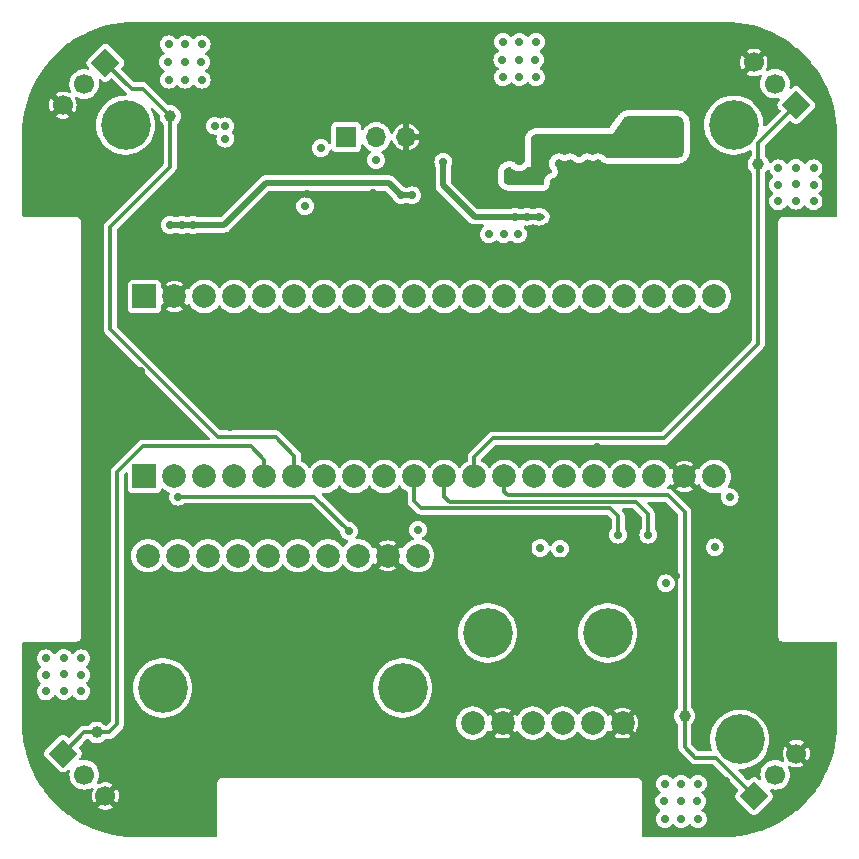
<source format=gbl>
G04 #@! TF.GenerationSoftware,KiCad,Pcbnew,8.0.7*
G04 #@! TF.CreationDate,2025-04-19T00:44:46-07:00*
G04 #@! TF.ProjectId,Hardware,48617264-7761-4726-952e-6b696361645f,rev?*
G04 #@! TF.SameCoordinates,Original*
G04 #@! TF.FileFunction,Copper,L4,Bot*
G04 #@! TF.FilePolarity,Positive*
%FSLAX46Y46*%
G04 Gerber Fmt 4.6, Leading zero omitted, Abs format (unit mm)*
G04 Created by KiCad (PCBNEW 8.0.7) date 2025-04-19 00:44:46*
%MOMM*%
%LPD*%
G01*
G04 APERTURE LIST*
G04 Aperture macros list*
%AMHorizOval*
0 Thick line with rounded ends*
0 $1 width*
0 $2 $3 position (X,Y) of the first rounded end (center of the circle)*
0 $4 $5 position (X,Y) of the second rounded end (center of the circle)*
0 Add line between two ends*
20,1,$1,$2,$3,$4,$5,0*
0 Add two circle primitives to create the rounded ends*
1,1,$1,$2,$3*
1,1,$1,$4,$5*%
%AMRotRect*
0 Rectangle, with rotation*
0 The origin of the aperture is its center*
0 $1 length*
0 $2 width*
0 $3 Rotation angle, in degrees counterclockwise*
0 Add horizontal line*
21,1,$1,$2,0,0,$3*%
G04 Aperture macros list end*
G04 #@! TA.AperFunction,WasherPad*
%ADD10C,4.200000*%
G04 #@! TD*
G04 #@! TA.AperFunction,ComponentPad*
%ADD11C,2.000000*%
G04 #@! TD*
G04 #@! TA.AperFunction,ComponentPad*
%ADD12R,2.000000X2.000000*%
G04 #@! TD*
G04 #@! TA.AperFunction,ComponentPad*
%ADD13RotRect,1.700000X1.700000X135.000000*%
G04 #@! TD*
G04 #@! TA.AperFunction,ComponentPad*
%ADD14HorizOval,1.700000X0.000000X0.000000X0.000000X0.000000X0*%
G04 #@! TD*
G04 #@! TA.AperFunction,ComponentPad*
%ADD15RotRect,1.700000X1.700000X315.000000*%
G04 #@! TD*
G04 #@! TA.AperFunction,ComponentPad*
%ADD16HorizOval,1.700000X0.000000X0.000000X0.000000X0.000000X0*%
G04 #@! TD*
G04 #@! TA.AperFunction,ComponentPad*
%ADD17R,1.700000X1.700000*%
G04 #@! TD*
G04 #@! TA.AperFunction,ComponentPad*
%ADD18O,1.700000X1.700000*%
G04 #@! TD*
G04 #@! TA.AperFunction,ComponentPad*
%ADD19RotRect,1.700000X1.700000X225.000000*%
G04 #@! TD*
G04 #@! TA.AperFunction,ComponentPad*
%ADD20HorizOval,1.700000X0.000000X0.000000X0.000000X0.000000X0*%
G04 #@! TD*
G04 #@! TA.AperFunction,ComponentPad*
%ADD21RotRect,1.700000X1.700000X45.000000*%
G04 #@! TD*
G04 #@! TA.AperFunction,ComponentPad*
%ADD22HorizOval,1.700000X0.000000X0.000000X0.000000X0.000000X0*%
G04 #@! TD*
G04 #@! TA.AperFunction,SMDPad,CuDef*
%ADD23C,1.000000*%
G04 #@! TD*
G04 #@! TA.AperFunction,ViaPad*
%ADD24C,0.700000*%
G04 #@! TD*
G04 #@! TA.AperFunction,Conductor*
%ADD25C,0.500000*%
G04 #@! TD*
G04 #@! TA.AperFunction,Conductor*
%ADD26C,0.300000*%
G04 #@! TD*
G04 APERTURE END LIST*
D10*
X170910000Y-90250000D03*
X181070000Y-90250000D03*
D11*
X169640000Y-97870000D03*
X172180000Y-97870000D03*
X174720000Y-97870000D03*
X177260000Y-97870000D03*
X179800000Y-97870000D03*
X182340000Y-97870000D03*
X190110000Y-61750000D03*
X187570000Y-61750000D03*
X185030000Y-61750000D03*
X182490000Y-61750000D03*
X179950000Y-61750000D03*
X177410000Y-61750000D03*
X174870000Y-61750000D03*
X172330000Y-61750000D03*
X169790000Y-61750000D03*
X167250000Y-61750000D03*
X164710000Y-61750000D03*
X162170000Y-61750000D03*
X159630000Y-61750000D03*
X157090000Y-61750000D03*
X154550000Y-61750000D03*
X152010000Y-61750000D03*
X149470000Y-61750000D03*
X146930000Y-61750000D03*
X144390000Y-61750000D03*
D12*
X141850000Y-61750000D03*
D11*
X190110000Y-76990000D03*
X187570000Y-76990000D03*
X185030000Y-76990000D03*
X182490000Y-76990000D03*
X179950000Y-76990000D03*
X177410000Y-76990000D03*
X174870000Y-76990000D03*
X172330000Y-76990000D03*
X169790000Y-76990000D03*
X167250000Y-76990000D03*
X164710000Y-76990000D03*
X162170000Y-76990000D03*
X159630000Y-76990000D03*
X157090000Y-76990000D03*
X154550000Y-76990000D03*
X152010000Y-76990000D03*
X149470000Y-76990000D03*
X146930000Y-76990000D03*
X144390000Y-76990000D03*
D12*
X141850000Y-76990000D03*
D10*
X140250000Y-47250000D03*
X191750000Y-47250000D03*
X192250000Y-99250000D03*
X163720000Y-94902500D03*
X143400000Y-94902500D03*
D11*
X164990000Y-83702500D03*
X162450000Y-83702500D03*
X159910000Y-83702500D03*
X157370000Y-83702500D03*
X154830000Y-83702500D03*
X152290000Y-83702500D03*
X149750000Y-83702500D03*
X147210000Y-83702500D03*
X144670000Y-83702500D03*
X142130000Y-83702500D03*
D13*
X193453949Y-104046051D03*
D14*
X195250000Y-102250000D03*
X197046051Y-100453949D03*
D15*
X138535445Y-41964555D03*
D16*
X136739394Y-43760606D03*
X134943343Y-45556657D03*
D17*
X158925000Y-48250000D03*
D18*
X161465000Y-48250000D03*
X164005000Y-48250000D03*
D19*
X197035445Y-45535445D03*
D20*
X195239394Y-43739394D03*
X193443343Y-41943343D03*
D21*
X134953949Y-100453949D03*
D22*
X136750000Y-102250000D03*
X138546051Y-104046051D03*
D23*
X193814000Y-50535000D03*
X187591000Y-97271000D03*
X137807000Y-98668000D03*
X144030000Y-46471000D03*
D24*
X172250000Y-56500000D03*
X167150000Y-50350000D03*
X173500000Y-56500000D03*
X161465000Y-50200000D03*
X148700000Y-48400000D03*
X174250000Y-55000000D03*
X165000000Y-81500000D03*
X148700000Y-47350000D03*
X171000000Y-56500000D03*
X191400000Y-78750000D03*
X186000000Y-86050000D03*
X173250000Y-55000000D03*
X156800000Y-49200000D03*
X147800000Y-47300000D03*
X175250000Y-55000000D03*
X144175000Y-57000000D03*
X173260000Y-72650000D03*
X176500000Y-52100000D03*
X189630000Y-53020000D03*
X199100000Y-95600000D03*
X185400000Y-43500000D03*
X158240000Y-101860000D03*
X154250000Y-59050000D03*
X188150000Y-42000000D03*
X136500000Y-50800000D03*
X135000000Y-50750000D03*
X193550000Y-93940000D03*
X133500000Y-53600000D03*
X151670000Y-41530000D03*
X155900000Y-73030000D03*
X150230000Y-69320000D03*
X187990000Y-54920000D03*
X141260000Y-39520000D03*
X164720000Y-43910000D03*
X185410000Y-68880000D03*
X186800000Y-43500000D03*
X184780000Y-64410000D03*
X199790000Y-97810000D03*
X141590000Y-71230000D03*
X191070000Y-102770000D03*
X182160000Y-39280000D03*
X171570000Y-101860000D03*
X159950000Y-41700000D03*
X155390000Y-64540000D03*
X141540000Y-68090000D03*
X184170000Y-94310000D03*
X168420000Y-81810000D03*
X196100000Y-92800000D03*
X151740000Y-43880000D03*
X132470000Y-48260000D03*
X180260000Y-81910000D03*
X151810000Y-39270000D03*
X186750000Y-42000000D03*
X160000000Y-40200000D03*
X155400000Y-93600000D03*
X154660000Y-98520000D03*
X192080000Y-95290000D03*
X158550000Y-41700000D03*
X164810000Y-41530000D03*
X170500000Y-53000000D03*
X188200000Y-40500000D03*
X142575000Y-58425000D03*
X191360000Y-86130000D03*
X188200000Y-43500000D03*
X143850000Y-103900000D03*
X191590000Y-106680000D03*
X173575000Y-50300000D03*
X177040000Y-68940000D03*
X173380000Y-88260000D03*
X169200000Y-50350000D03*
X198140000Y-103190000D03*
X184340000Y-72400000D03*
X181300000Y-95100000D03*
X152260000Y-101750000D03*
X176100000Y-88260000D03*
X164880000Y-38970000D03*
X197600000Y-95550000D03*
X179120000Y-64600000D03*
X164040000Y-54910000D03*
X159800000Y-98650000D03*
X146460000Y-64540000D03*
X196100000Y-94200000D03*
X181870000Y-44650000D03*
X190130000Y-88150000D03*
X177280000Y-101910000D03*
X133500000Y-50800000D03*
X157200000Y-40200000D03*
X183230000Y-82380000D03*
X145250000Y-103900000D03*
X189070000Y-99880000D03*
X171680000Y-85810000D03*
X177500000Y-52100000D03*
X180150000Y-74520000D03*
X146700000Y-105400000D03*
X169380000Y-92860000D03*
X164000000Y-50000000D03*
X171750000Y-53000000D03*
X135000000Y-52150000D03*
X190960000Y-39490000D03*
X197600000Y-92750000D03*
X158600000Y-40200000D03*
X180420000Y-40460000D03*
X149100000Y-72810000D03*
X155450000Y-58025000D03*
X141320000Y-91190000D03*
X164080000Y-73160000D03*
X138600000Y-50200000D03*
X134940000Y-41600000D03*
X190050000Y-67040000D03*
X145300000Y-105400000D03*
X179900000Y-52150000D03*
X196100000Y-95600000D03*
X162630000Y-64600000D03*
X160510000Y-93640000D03*
X197120000Y-48200000D03*
X165660000Y-90770000D03*
X150760000Y-93640000D03*
X146700000Y-102400000D03*
X190800000Y-43600000D03*
X172790000Y-92810000D03*
X146650000Y-103900000D03*
X191550000Y-81660000D03*
X178660000Y-39160000D03*
X184800000Y-45600000D03*
X136500000Y-52200000D03*
X190100000Y-64330000D03*
X157200000Y-43200000D03*
X180250000Y-50500000D03*
X171770000Y-81810000D03*
X168250000Y-85760000D03*
X190660000Y-50770000D03*
X189960000Y-74300000D03*
X155650000Y-53050000D03*
X158600000Y-43200000D03*
X195350000Y-105780000D03*
X179350000Y-50500000D03*
X135940000Y-97430000D03*
X188550000Y-82950000D03*
X143900000Y-102400000D03*
X157150000Y-41700000D03*
X143900000Y-105400000D03*
X190050000Y-71040000D03*
X165730000Y-88710000D03*
X140950000Y-106550000D03*
X169200000Y-53000000D03*
X177900000Y-50500000D03*
X176950000Y-50500000D03*
X144175000Y-54525000D03*
X197410000Y-41810000D03*
X184170000Y-88310000D03*
X185400000Y-40500000D03*
X141370000Y-42850000D03*
X151990000Y-54110000D03*
X140420000Y-101110000D03*
X199320000Y-48250000D03*
X141600000Y-73010000D03*
X178850000Y-52150000D03*
X199100000Y-94200000D03*
X179090000Y-92870000D03*
X135000000Y-53550000D03*
X186891000Y-85450000D03*
X162480000Y-81800000D03*
X167790000Y-69130000D03*
X181820000Y-42170000D03*
X136670000Y-48420000D03*
X134760000Y-104310000D03*
X138710000Y-52070000D03*
X197600000Y-94150000D03*
X145400000Y-46875000D03*
X171000000Y-64410000D03*
X186800000Y-40500000D03*
X161190000Y-52960000D03*
X155480000Y-89660000D03*
X144850000Y-91240000D03*
X199100000Y-92800000D03*
X180520000Y-85460000D03*
X143570000Y-88730000D03*
X136500000Y-53600000D03*
X141690000Y-64010000D03*
X132580000Y-97380000D03*
X145300000Y-102400000D03*
X133500000Y-52200000D03*
X185350000Y-42000000D03*
X164800000Y-101910000D03*
X182430000Y-101860000D03*
X149280000Y-98520000D03*
X157910000Y-69380000D03*
X160470000Y-89570000D03*
X160000000Y-43200000D03*
X197000000Y-52250000D03*
X187300000Y-103000000D03*
X136500000Y-92400000D03*
X145300000Y-43400000D03*
X173550000Y-41700000D03*
X143900000Y-43400000D03*
X146650000Y-41900000D03*
X173600000Y-40200000D03*
X187250000Y-104500000D03*
X195500000Y-53700000D03*
X146700000Y-43400000D03*
X188650000Y-104500000D03*
X175000000Y-43200000D03*
X135000000Y-93750000D03*
X175000000Y-40200000D03*
X133500000Y-92400000D03*
X185900000Y-106000000D03*
X155450000Y-54125000D03*
X172200000Y-43200000D03*
X145250000Y-41900000D03*
X187300000Y-106000000D03*
X197000000Y-50850000D03*
X172200000Y-40200000D03*
X188700000Y-103000000D03*
X133500000Y-95200000D03*
X185850000Y-104500000D03*
X135000000Y-92350000D03*
X135000000Y-95150000D03*
X198500000Y-53700000D03*
X136500000Y-93800000D03*
X146700000Y-40400000D03*
X133500000Y-93800000D03*
X145300000Y-40400000D03*
X198500000Y-52300000D03*
X136500000Y-95200000D03*
X197000000Y-53650000D03*
X198500000Y-50900000D03*
X143900000Y-40400000D03*
X195500000Y-52300000D03*
X174950000Y-41700000D03*
X173600000Y-43200000D03*
X172150000Y-41700000D03*
X185900000Y-103000000D03*
X143850000Y-41900000D03*
X188700000Y-106000000D03*
X195500000Y-50900000D03*
X184660000Y-47600000D03*
X185775000Y-48575000D03*
X175000000Y-48700000D03*
X183525000Y-48575000D03*
X183525000Y-47600000D03*
X175900000Y-48700000D03*
X184660000Y-48575000D03*
X175900000Y-49500000D03*
X184660000Y-49575000D03*
X173950000Y-51550000D03*
X175000000Y-49500000D03*
X185775000Y-47600000D03*
X185775000Y-49575000D03*
X183525000Y-49575000D03*
X144000000Y-55700000D03*
X190125000Y-83000000D03*
X177025000Y-83100000D03*
X145950000Y-55700000D03*
X164500000Y-53182500D03*
X175375000Y-83050000D03*
X145000000Y-55700000D03*
X163575000Y-53182500D03*
X159150000Y-81625000D03*
X144700000Y-78700000D03*
X184500000Y-81921000D03*
X181950000Y-81921000D03*
D25*
X169800000Y-55000000D02*
X175500000Y-55000000D01*
X167150000Y-50350000D02*
X167150000Y-52350000D01*
X167150000Y-52350000D02*
X169800000Y-55000000D01*
X162542500Y-52150000D02*
X152100000Y-52150000D01*
X148550000Y-55700000D02*
X144000000Y-55700000D01*
X164500000Y-53182500D02*
X163575000Y-53182500D01*
X163575000Y-53182500D02*
X162542500Y-52150000D01*
X152100000Y-52150000D02*
X148550000Y-55700000D01*
D26*
X144700000Y-78700000D02*
X156225000Y-78700000D01*
X156225000Y-78700000D02*
X159150000Y-81625000D01*
X167250000Y-78700000D02*
X167250000Y-76990000D01*
X183450000Y-79150000D02*
X167700000Y-79150000D01*
X184500000Y-80200000D02*
X183450000Y-79150000D01*
X184500000Y-81921000D02*
X184500000Y-80200000D01*
X167700000Y-79150000D02*
X167250000Y-78700000D01*
X164710000Y-79110000D02*
X164710000Y-76990000D01*
X181950000Y-80350000D02*
X181300000Y-79700000D01*
X181300000Y-79700000D02*
X165300000Y-79700000D01*
X181950000Y-81921000D02*
X181950000Y-80350000D01*
X165300000Y-79700000D02*
X164710000Y-79110000D01*
X193814000Y-48757000D02*
X193814000Y-65775000D01*
X195465000Y-47105890D02*
X195465000Y-47106000D01*
X195465000Y-47106000D02*
X193814000Y-48757000D01*
X185813000Y-73776000D02*
X171335000Y-73776000D01*
X193814000Y-65775000D02*
X185813000Y-73776000D01*
X171335000Y-73776000D02*
X169790000Y-75321000D01*
X169790000Y-75321000D02*
X169790000Y-76990000D01*
X197035445Y-45535445D02*
X195465000Y-47105890D01*
X188480000Y-100827000D02*
X187591000Y-99938000D01*
X172330000Y-78327000D02*
X172330000Y-76990000D01*
X187591000Y-79999000D02*
X186194000Y-78602000D01*
X187591000Y-99938000D02*
X187591000Y-79999000D01*
X193453949Y-104046051D02*
X190234898Y-100827000D01*
X172605000Y-78602000D02*
X172330000Y-78327000D01*
X190234898Y-100827000D02*
X188480000Y-100827000D01*
X186194000Y-78602000D02*
X172605000Y-78602000D01*
X138950000Y-55869000D02*
X138950000Y-64505000D01*
X144030000Y-50789000D02*
X138950000Y-55869000D01*
X138535445Y-41964555D02*
X140755890Y-44185000D01*
X154550000Y-75250000D02*
X154550000Y-76990000D01*
X138950000Y-64505000D02*
X148094000Y-73649000D01*
X140755890Y-44185000D02*
X141744000Y-44185000D01*
X141744000Y-44185000D02*
X144030000Y-46471000D01*
X144030000Y-46471000D02*
X144030000Y-50789000D01*
X152949000Y-73649000D02*
X154550000Y-75250000D01*
X148094000Y-73649000D02*
X152949000Y-73649000D01*
X138823000Y-98668000D02*
X139550000Y-97941000D01*
X136739898Y-98668000D02*
X138823000Y-98668000D01*
X150850000Y-74450000D02*
X152010000Y-75610000D01*
X141690000Y-74450000D02*
X150850000Y-74450000D01*
X134953949Y-100453949D02*
X136739898Y-98668000D01*
X152010000Y-75610000D02*
X152010000Y-76990000D01*
X139550000Y-97941000D02*
X139550000Y-76590000D01*
X139550000Y-76590000D02*
X141690000Y-74450000D01*
G04 #@! TA.AperFunction,Conductor*
G36*
X187008059Y-46501061D02*
G01*
X187113223Y-46514906D01*
X187144491Y-46523284D01*
X187234918Y-46560740D01*
X187262952Y-46576925D01*
X187340602Y-46636509D01*
X187363491Y-46659398D01*
X187423074Y-46737048D01*
X187439259Y-46765081D01*
X187476715Y-46855508D01*
X187485093Y-46886775D01*
X187498939Y-46991939D01*
X187500000Y-47008125D01*
X187500000Y-49491874D01*
X187498939Y-49508060D01*
X187485093Y-49613224D01*
X187476715Y-49644491D01*
X187439259Y-49734918D01*
X187423074Y-49762951D01*
X187363491Y-49840601D01*
X187340601Y-49863491D01*
X187262951Y-49923074D01*
X187234918Y-49939259D01*
X187144491Y-49976715D01*
X187113224Y-49985093D01*
X187020235Y-49997336D01*
X187008058Y-49998939D01*
X186991874Y-50000000D01*
X180999467Y-50000000D01*
X180932428Y-49980315D01*
X180907317Y-49958972D01*
X180822235Y-49864478D01*
X180822232Y-49864476D01*
X180822231Y-49864475D01*
X180822230Y-49864474D01*
X180677593Y-49759388D01*
X180514267Y-49686671D01*
X180514265Y-49686670D01*
X180386594Y-49659533D01*
X180339391Y-49649500D01*
X180160609Y-49649500D01*
X180129954Y-49656015D01*
X179985733Y-49686670D01*
X179985732Y-49686670D01*
X179850434Y-49746909D01*
X179781184Y-49756193D01*
X179749565Y-49746909D01*
X179614267Y-49686671D01*
X179614265Y-49686670D01*
X179486594Y-49659533D01*
X179439391Y-49649500D01*
X179260609Y-49649500D01*
X179229954Y-49656015D01*
X179085733Y-49686670D01*
X179085728Y-49686672D01*
X178922408Y-49759387D01*
X178777768Y-49864475D01*
X178717149Y-49931799D01*
X178657662Y-49968447D01*
X178587805Y-49967116D01*
X178532850Y-49931798D01*
X178472235Y-49864478D01*
X178472232Y-49864476D01*
X178472231Y-49864475D01*
X178472230Y-49864474D01*
X178327593Y-49759388D01*
X178164267Y-49686671D01*
X178164265Y-49686670D01*
X178036594Y-49659533D01*
X177989391Y-49649500D01*
X177810609Y-49649500D01*
X177779954Y-49656015D01*
X177635733Y-49686670D01*
X177635732Y-49686670D01*
X177475435Y-49758039D01*
X177406185Y-49767323D01*
X177374566Y-49758039D01*
X177214268Y-49686671D01*
X177214265Y-49686670D01*
X177086594Y-49659533D01*
X177039391Y-49649500D01*
X176860609Y-49649500D01*
X176829954Y-49656015D01*
X176685733Y-49686670D01*
X176685728Y-49686672D01*
X176522408Y-49759387D01*
X176377768Y-49864475D01*
X176258140Y-49997336D01*
X176168750Y-50152164D01*
X176168747Y-50152170D01*
X176113504Y-50322192D01*
X176113503Y-50322194D01*
X176094815Y-50500000D01*
X176113503Y-50677805D01*
X176113504Y-50677807D01*
X176168747Y-50847829D01*
X176168750Y-50847835D01*
X176258141Y-51002665D01*
X176289102Y-51037050D01*
X176325470Y-51077441D01*
X176355700Y-51140432D01*
X176347075Y-51209767D01*
X176302334Y-51263433D01*
X176259104Y-51281703D01*
X176235729Y-51286671D01*
X176235728Y-51286672D01*
X176072408Y-51359387D01*
X175927768Y-51464475D01*
X175808140Y-51597336D01*
X175718750Y-51752164D01*
X175718747Y-51752170D01*
X175663504Y-51922192D01*
X175663503Y-51922194D01*
X175663503Y-51922197D01*
X175644815Y-52100000D01*
X175650070Y-52150000D01*
X175651441Y-52163038D01*
X175638872Y-52231768D01*
X175591140Y-52282792D01*
X175528120Y-52300000D01*
X172758126Y-52300000D01*
X172741941Y-52298939D01*
X172728917Y-52297224D01*
X172636775Y-52285093D01*
X172605508Y-52276715D01*
X172515081Y-52239259D01*
X172487048Y-52223074D01*
X172409398Y-52163491D01*
X172386508Y-52140601D01*
X172326925Y-52062951D01*
X172310740Y-52034918D01*
X172273284Y-51944491D01*
X172264906Y-51913223D01*
X172251061Y-51808059D01*
X172250000Y-51791874D01*
X172250000Y-51308125D01*
X172251061Y-51291940D01*
X172264906Y-51186776D01*
X172273284Y-51155508D01*
X172310740Y-51065079D01*
X172326923Y-51037050D01*
X172386513Y-50959392D01*
X172409392Y-50936513D01*
X172487050Y-50876923D01*
X172515079Y-50860740D01*
X172605509Y-50823283D01*
X172636775Y-50814906D01*
X172741941Y-50801061D01*
X172758126Y-50800000D01*
X172825533Y-50800000D01*
X172892572Y-50819685D01*
X172917683Y-50841028D01*
X173002764Y-50935521D01*
X173002767Y-50935523D01*
X173002770Y-50935526D01*
X173147407Y-51040612D01*
X173310733Y-51113329D01*
X173485609Y-51150500D01*
X173485610Y-51150500D01*
X173664389Y-51150500D01*
X173664391Y-51150500D01*
X173839267Y-51113329D01*
X174002593Y-51040612D01*
X174147230Y-50935526D01*
X174266859Y-50802665D01*
X174268398Y-50800000D01*
X174550000Y-50800000D01*
X174550000Y-48508125D01*
X174551061Y-48491940D01*
X174564906Y-48386776D01*
X174573284Y-48355508D01*
X174610740Y-48265081D01*
X174626923Y-48237050D01*
X174686513Y-48159392D01*
X174709392Y-48136513D01*
X174787050Y-48076923D01*
X174815079Y-48060740D01*
X174905509Y-48023283D01*
X174936775Y-48014906D01*
X175041941Y-48001061D01*
X175058126Y-48000000D01*
X181232405Y-48000000D01*
X181232408Y-48000000D01*
X181500000Y-48000000D01*
X182252940Y-46870590D01*
X182345927Y-46731109D01*
X182358507Y-46715226D01*
X182448943Y-46618500D01*
X182481000Y-46593867D01*
X182588643Y-46536258D01*
X182626922Y-46523249D01*
X182744549Y-46503808D01*
X182757549Y-46501660D01*
X182777768Y-46500000D01*
X186991874Y-46500000D01*
X187008059Y-46501061D01*
G37*
G04 #@! TD.AperFunction*
G04 #@! TA.AperFunction,Conductor*
G36*
X191001941Y-38500561D02*
G01*
X191592598Y-38519123D01*
X191600340Y-38519610D01*
X192186734Y-38575040D01*
X192194459Y-38576016D01*
X192776188Y-38668153D01*
X192783802Y-38669605D01*
X193358649Y-38798098D01*
X193366172Y-38800031D01*
X193931789Y-38964358D01*
X193939139Y-38966746D01*
X194493338Y-39166270D01*
X194500561Y-39169129D01*
X195041113Y-39403047D01*
X195048160Y-39406363D01*
X195160664Y-39463687D01*
X195572951Y-39673758D01*
X195579777Y-39677511D01*
X196086734Y-39977324D01*
X196093311Y-39981498D01*
X196580446Y-40312555D01*
X196586748Y-40317134D01*
X197052118Y-40678112D01*
X197058121Y-40683077D01*
X197499940Y-41072593D01*
X197505618Y-41077926D01*
X197922073Y-41494381D01*
X197927406Y-41500059D01*
X198316922Y-41941878D01*
X198321887Y-41947881D01*
X198682865Y-42413251D01*
X198687444Y-42419553D01*
X199018501Y-42906688D01*
X199022675Y-42913265D01*
X199322488Y-43420222D01*
X199326241Y-43427048D01*
X199593635Y-43951837D01*
X199596952Y-43958886D01*
X199830868Y-44499434D01*
X199833735Y-44506676D01*
X200033246Y-45060840D01*
X200035646Y-45068230D01*
X200064518Y-45167605D01*
X200199965Y-45633816D01*
X200201903Y-45641361D01*
X200330390Y-46216178D01*
X200331849Y-46223830D01*
X200423982Y-46805538D01*
X200424959Y-46813267D01*
X200480388Y-47399643D01*
X200480877Y-47407417D01*
X200499439Y-47998058D01*
X200499500Y-48001953D01*
X200499500Y-54875500D01*
X200479815Y-54942539D01*
X200427011Y-54988294D01*
X200375500Y-54999500D01*
X195934108Y-54999500D01*
X195806812Y-55033608D01*
X195692686Y-55099500D01*
X195692683Y-55099502D01*
X195599502Y-55192683D01*
X195599500Y-55192686D01*
X195533608Y-55306812D01*
X195499500Y-55434108D01*
X195499500Y-90565891D01*
X195533608Y-90693187D01*
X195566554Y-90750250D01*
X195599500Y-90807314D01*
X195692686Y-90900500D01*
X195806814Y-90966392D01*
X195934108Y-91000500D01*
X196065892Y-91000500D01*
X200375500Y-91000500D01*
X200442539Y-91020185D01*
X200488294Y-91072989D01*
X200499500Y-91124500D01*
X200499500Y-97998046D01*
X200499439Y-98001941D01*
X200480877Y-98592582D01*
X200480388Y-98600356D01*
X200424959Y-99186732D01*
X200423982Y-99194461D01*
X200331849Y-99776169D01*
X200330390Y-99783821D01*
X200201903Y-100358638D01*
X200199965Y-100366183D01*
X200035648Y-100931765D01*
X200033242Y-100939168D01*
X199989041Y-101061945D01*
X199833735Y-101493323D01*
X199830868Y-101500565D01*
X199596952Y-102041113D01*
X199593635Y-102048162D01*
X199326241Y-102572951D01*
X199322488Y-102579777D01*
X199022675Y-103086734D01*
X199018501Y-103093311D01*
X198687444Y-103580446D01*
X198682865Y-103586748D01*
X198321887Y-104052118D01*
X198316922Y-104058121D01*
X197927406Y-104499940D01*
X197922073Y-104505618D01*
X197505618Y-104922073D01*
X197499940Y-104927406D01*
X197058121Y-105316922D01*
X197052118Y-105321887D01*
X196586748Y-105682865D01*
X196580446Y-105687444D01*
X196093311Y-106018501D01*
X196086734Y-106022675D01*
X195579777Y-106322488D01*
X195572951Y-106326241D01*
X195048162Y-106593635D01*
X195041113Y-106596952D01*
X194500565Y-106830868D01*
X194493323Y-106833735D01*
X194111504Y-106971198D01*
X193939168Y-107033242D01*
X193931765Y-107035648D01*
X193366183Y-107199965D01*
X193358638Y-107201903D01*
X192783821Y-107330390D01*
X192776169Y-107331849D01*
X192194461Y-107423982D01*
X192186732Y-107424959D01*
X191600356Y-107480388D01*
X191592582Y-107480877D01*
X191001941Y-107499439D01*
X190998046Y-107499500D01*
X184124500Y-107499500D01*
X184057461Y-107479815D01*
X184011706Y-107427011D01*
X184000500Y-107375500D01*
X184000500Y-104499997D01*
X185094751Y-104499997D01*
X185094751Y-104500002D01*
X185113685Y-104668056D01*
X185169545Y-104827694D01*
X185169547Y-104827697D01*
X185259518Y-104970884D01*
X185259523Y-104970890D01*
X185379110Y-105090477D01*
X185480282Y-105154048D01*
X185490891Y-105160714D01*
X185537182Y-105213049D01*
X185547830Y-105282103D01*
X185519455Y-105345951D01*
X185490893Y-105370701D01*
X185429108Y-105409524D01*
X185309523Y-105529109D01*
X185309518Y-105529115D01*
X185219547Y-105672302D01*
X185219545Y-105672305D01*
X185163685Y-105831943D01*
X185144751Y-105999997D01*
X185144751Y-106000002D01*
X185163685Y-106168056D01*
X185219545Y-106327694D01*
X185219547Y-106327697D01*
X185309518Y-106470884D01*
X185309523Y-106470890D01*
X185429109Y-106590476D01*
X185429115Y-106590481D01*
X185572302Y-106680452D01*
X185572305Y-106680454D01*
X185572309Y-106680455D01*
X185572310Y-106680456D01*
X185644913Y-106705860D01*
X185731943Y-106736314D01*
X185899997Y-106755249D01*
X185900000Y-106755249D01*
X185900003Y-106755249D01*
X186068056Y-106736314D01*
X186068059Y-106736313D01*
X186227690Y-106680456D01*
X186227692Y-106680454D01*
X186227694Y-106680454D01*
X186227697Y-106680452D01*
X186370884Y-106590481D01*
X186370885Y-106590480D01*
X186370890Y-106590477D01*
X186490477Y-106470890D01*
X186495006Y-106463682D01*
X186547338Y-106417391D01*
X186616391Y-106406741D01*
X186680240Y-106435115D01*
X186704995Y-106463683D01*
X186709523Y-106470890D01*
X186829109Y-106590476D01*
X186829115Y-106590481D01*
X186972302Y-106680452D01*
X186972305Y-106680454D01*
X186972309Y-106680455D01*
X186972310Y-106680456D01*
X187044913Y-106705860D01*
X187131943Y-106736314D01*
X187299997Y-106755249D01*
X187300000Y-106755249D01*
X187300003Y-106755249D01*
X187468056Y-106736314D01*
X187468059Y-106736313D01*
X187627690Y-106680456D01*
X187627692Y-106680454D01*
X187627694Y-106680454D01*
X187627697Y-106680452D01*
X187770884Y-106590481D01*
X187770885Y-106590480D01*
X187770890Y-106590477D01*
X187890477Y-106470890D01*
X187895006Y-106463682D01*
X187947338Y-106417391D01*
X188016391Y-106406741D01*
X188080240Y-106435115D01*
X188104995Y-106463683D01*
X188109523Y-106470890D01*
X188229109Y-106590476D01*
X188229115Y-106590481D01*
X188372302Y-106680452D01*
X188372305Y-106680454D01*
X188372309Y-106680455D01*
X188372310Y-106680456D01*
X188444913Y-106705860D01*
X188531943Y-106736314D01*
X188699997Y-106755249D01*
X188700000Y-106755249D01*
X188700003Y-106755249D01*
X188868056Y-106736314D01*
X188868059Y-106736313D01*
X189027690Y-106680456D01*
X189027692Y-106680454D01*
X189027694Y-106680454D01*
X189027697Y-106680452D01*
X189170884Y-106590481D01*
X189170885Y-106590480D01*
X189170890Y-106590477D01*
X189290477Y-106470890D01*
X189290481Y-106470884D01*
X189380452Y-106327697D01*
X189380454Y-106327694D01*
X189380454Y-106327692D01*
X189380456Y-106327690D01*
X189436313Y-106168059D01*
X189436313Y-106168058D01*
X189436314Y-106168056D01*
X189455249Y-106000002D01*
X189455249Y-105999997D01*
X189436314Y-105831943D01*
X189400000Y-105728163D01*
X189380456Y-105672310D01*
X189380455Y-105672309D01*
X189380454Y-105672305D01*
X189380452Y-105672302D01*
X189290481Y-105529115D01*
X189290476Y-105529109D01*
X189170888Y-105409521D01*
X189059107Y-105339284D01*
X189012817Y-105286950D01*
X189002169Y-105217896D01*
X189030544Y-105154048D01*
X189059106Y-105129298D01*
X189120890Y-105090477D01*
X189240477Y-104970890D01*
X189240481Y-104970884D01*
X189330452Y-104827697D01*
X189330454Y-104827694D01*
X189330454Y-104827692D01*
X189330456Y-104827690D01*
X189386313Y-104668059D01*
X189386313Y-104668058D01*
X189386314Y-104668056D01*
X189405249Y-104500002D01*
X189405249Y-104499997D01*
X189386314Y-104331943D01*
X189350694Y-104230146D01*
X189330456Y-104172310D01*
X189330455Y-104172309D01*
X189330454Y-104172305D01*
X189330452Y-104172302D01*
X189240481Y-104029115D01*
X189240476Y-104029109D01*
X189120890Y-103909523D01*
X189120887Y-103909521D01*
X189059107Y-103870701D01*
X189012816Y-103818366D01*
X189002169Y-103749312D01*
X189030545Y-103685464D01*
X189059105Y-103660716D01*
X189170890Y-103590477D01*
X189290477Y-103470890D01*
X189293018Y-103466846D01*
X189380452Y-103327697D01*
X189380454Y-103327694D01*
X189380454Y-103327692D01*
X189380456Y-103327690D01*
X189436313Y-103168059D01*
X189436313Y-103168058D01*
X189436314Y-103168056D01*
X189455249Y-103000002D01*
X189455249Y-102999997D01*
X189436314Y-102831943D01*
X189382912Y-102679330D01*
X189380456Y-102672310D01*
X189380455Y-102672309D01*
X189380454Y-102672305D01*
X189380452Y-102672302D01*
X189290481Y-102529115D01*
X189290476Y-102529109D01*
X189170890Y-102409523D01*
X189170884Y-102409518D01*
X189027697Y-102319547D01*
X189027694Y-102319545D01*
X188868056Y-102263685D01*
X188700003Y-102244751D01*
X188699997Y-102244751D01*
X188531943Y-102263685D01*
X188372305Y-102319545D01*
X188372302Y-102319547D01*
X188229115Y-102409518D01*
X188229109Y-102409523D01*
X188109523Y-102529109D01*
X188109521Y-102529112D01*
X188104993Y-102536319D01*
X188052658Y-102582610D01*
X187983604Y-102593257D01*
X187919756Y-102564881D01*
X187895007Y-102536319D01*
X187890478Y-102529112D01*
X187890476Y-102529109D01*
X187770890Y-102409523D01*
X187770884Y-102409518D01*
X187627697Y-102319547D01*
X187627694Y-102319545D01*
X187468056Y-102263685D01*
X187300003Y-102244751D01*
X187299997Y-102244751D01*
X187131943Y-102263685D01*
X186972305Y-102319545D01*
X186972302Y-102319547D01*
X186829115Y-102409518D01*
X186829109Y-102409523D01*
X186709523Y-102529109D01*
X186709521Y-102529112D01*
X186704993Y-102536319D01*
X186652658Y-102582610D01*
X186583604Y-102593257D01*
X186519756Y-102564881D01*
X186495007Y-102536319D01*
X186490478Y-102529112D01*
X186490476Y-102529109D01*
X186370890Y-102409523D01*
X186370884Y-102409518D01*
X186227697Y-102319547D01*
X186227694Y-102319545D01*
X186068056Y-102263685D01*
X185900003Y-102244751D01*
X185899997Y-102244751D01*
X185731943Y-102263685D01*
X185572305Y-102319545D01*
X185572302Y-102319547D01*
X185429115Y-102409518D01*
X185429109Y-102409523D01*
X185309523Y-102529109D01*
X185309518Y-102529115D01*
X185219547Y-102672302D01*
X185219545Y-102672305D01*
X185163685Y-102831943D01*
X185144751Y-102999997D01*
X185144751Y-103000002D01*
X185163685Y-103168056D01*
X185219545Y-103327694D01*
X185219547Y-103327697D01*
X185309518Y-103470884D01*
X185309523Y-103470890D01*
X185429111Y-103590478D01*
X185490892Y-103629298D01*
X185537182Y-103681633D01*
X185547830Y-103750686D01*
X185519455Y-103814534D01*
X185490892Y-103839284D01*
X185379112Y-103909521D01*
X185379109Y-103909523D01*
X185259523Y-104029109D01*
X185259518Y-104029115D01*
X185169547Y-104172302D01*
X185169545Y-104172305D01*
X185113685Y-104331943D01*
X185094751Y-104499997D01*
X184000500Y-104499997D01*
X184000500Y-102934110D01*
X184000500Y-102934108D01*
X183966392Y-102806814D01*
X183900500Y-102692686D01*
X183807314Y-102599500D01*
X183747352Y-102564881D01*
X183693187Y-102533608D01*
X183629539Y-102516554D01*
X183565892Y-102499500D01*
X166065892Y-102499500D01*
X148565892Y-102499500D01*
X148434108Y-102499500D01*
X148306812Y-102533608D01*
X148192686Y-102599500D01*
X148192683Y-102599502D01*
X148099502Y-102692683D01*
X148099500Y-102692686D01*
X148033608Y-102806812D01*
X147999500Y-102934108D01*
X147999500Y-107375500D01*
X147979815Y-107442539D01*
X147927011Y-107488294D01*
X147875500Y-107499500D01*
X141001954Y-107499500D01*
X140998059Y-107499439D01*
X140407417Y-107480877D01*
X140399643Y-107480388D01*
X139813267Y-107424959D01*
X139805538Y-107423982D01*
X139223830Y-107331849D01*
X139216178Y-107330390D01*
X138641361Y-107201903D01*
X138633816Y-107199965D01*
X138068234Y-107035648D01*
X138060840Y-107033246D01*
X137506676Y-106833735D01*
X137499434Y-106830868D01*
X136958886Y-106596952D01*
X136951837Y-106593635D01*
X136427048Y-106326241D01*
X136420222Y-106322488D01*
X135913265Y-106022675D01*
X135906688Y-106018501D01*
X135419553Y-105687444D01*
X135413251Y-105682865D01*
X134947881Y-105321887D01*
X134941878Y-105316922D01*
X134500059Y-104927406D01*
X134494381Y-104922073D01*
X134077926Y-104505618D01*
X134072593Y-104499940D01*
X133683077Y-104058121D01*
X133678112Y-104052118D01*
X133317134Y-103586748D01*
X133312555Y-103580446D01*
X132981498Y-103093311D01*
X132977324Y-103086734D01*
X132947125Y-103035671D01*
X132732230Y-102672302D01*
X132677511Y-102579777D01*
X132673758Y-102572951D01*
X132406364Y-102048162D01*
X132403047Y-102041113D01*
X132399114Y-102032024D01*
X132169129Y-101500561D01*
X132166270Y-101493338D01*
X131966746Y-100939139D01*
X131964358Y-100931789D01*
X131807102Y-100390512D01*
X133351368Y-100390512D01*
X133351368Y-100517385D01*
X133380770Y-100607874D01*
X133390571Y-100638039D01*
X133390572Y-100638041D01*
X133390574Y-100638044D01*
X133446379Y-100714851D01*
X133446386Y-100714860D01*
X134693039Y-101961513D01*
X134769853Y-102017323D01*
X134769859Y-102017327D01*
X134862693Y-102047490D01*
X134890512Y-102056529D01*
X134890513Y-102056529D01*
X134890516Y-102056530D01*
X134890519Y-102056530D01*
X135017379Y-102056530D01*
X135017382Y-102056530D01*
X135138039Y-102017327D01*
X135214858Y-101961514D01*
X135321791Y-101854580D01*
X135383110Y-101821098D01*
X135452802Y-101826082D01*
X135508736Y-101867953D01*
X135533153Y-101933417D01*
X135529244Y-101974356D01*
X135513794Y-102032017D01*
X135513793Y-102032024D01*
X135494723Y-102249997D01*
X135494723Y-102250002D01*
X135513793Y-102467975D01*
X135513793Y-102467979D01*
X135570422Y-102679322D01*
X135570424Y-102679326D01*
X135570425Y-102679330D01*
X135573009Y-102684871D01*
X135662897Y-102877638D01*
X135662898Y-102877639D01*
X135788402Y-103056877D01*
X135943123Y-103211598D01*
X136122361Y-103337102D01*
X136320670Y-103429575D01*
X136320676Y-103429576D01*
X136320677Y-103429577D01*
X136351364Y-103437799D01*
X136532023Y-103486207D01*
X136714926Y-103502208D01*
X136749998Y-103505277D01*
X136750000Y-103505277D01*
X136750002Y-103505277D01*
X136778254Y-103502805D01*
X136967977Y-103486207D01*
X137179330Y-103429575D01*
X137364431Y-103343260D01*
X137433506Y-103332769D01*
X137497290Y-103361289D01*
X137535530Y-103419765D01*
X137536085Y-103489632D01*
X137527835Y-103510914D01*
X137469114Y-103628843D01*
X137469109Y-103628854D01*
X137410789Y-103833831D01*
X137410788Y-103833834D01*
X137391124Y-104046050D01*
X137391124Y-104046051D01*
X137410788Y-104258267D01*
X137410789Y-104258270D01*
X137469109Y-104463247D01*
X137469117Y-104463267D01*
X137564112Y-104654043D01*
X137564113Y-104654044D01*
X137572885Y-104665661D01*
X138063088Y-104175459D01*
X138080126Y-104239044D01*
X138145952Y-104353058D01*
X138239044Y-104446150D01*
X138353058Y-104511976D01*
X138416641Y-104529013D01*
X137929042Y-105016610D01*
X138031255Y-105079898D01*
X138031259Y-105079900D01*
X138229987Y-105156887D01*
X138229992Y-105156888D01*
X138439490Y-105196051D01*
X138652612Y-105196051D01*
X138862109Y-105156888D01*
X138862114Y-105156887D01*
X139060842Y-105079900D01*
X139060849Y-105079897D01*
X139163057Y-105016611D01*
X139163057Y-105016610D01*
X138675461Y-104529013D01*
X138739044Y-104511976D01*
X138853058Y-104446150D01*
X138946150Y-104353058D01*
X139011976Y-104239044D01*
X139029013Y-104175460D01*
X139519214Y-104665661D01*
X139527986Y-104654047D01*
X139527989Y-104654042D01*
X139622986Y-104463262D01*
X139622992Y-104463247D01*
X139681312Y-104258270D01*
X139681313Y-104258267D01*
X139700978Y-104046051D01*
X139700978Y-104046050D01*
X139681313Y-103833834D01*
X139681312Y-103833831D01*
X139622992Y-103628854D01*
X139622984Y-103628834D01*
X139527991Y-103438061D01*
X139519214Y-103426439D01*
X139029013Y-103916640D01*
X139011976Y-103853058D01*
X138946150Y-103739044D01*
X138853058Y-103645952D01*
X138739044Y-103580126D01*
X138675459Y-103563088D01*
X139163058Y-103075490D01*
X139060844Y-103012202D01*
X139060840Y-103012200D01*
X138862114Y-102935214D01*
X138862109Y-102935213D01*
X138652612Y-102896051D01*
X138439490Y-102896051D01*
X138229992Y-102935213D01*
X138229987Y-102935214D01*
X138031261Y-103012200D01*
X138031246Y-103012208D01*
X138023312Y-103017120D01*
X137955950Y-103035671D01*
X137889252Y-103014859D01*
X137844395Y-102961290D01*
X137835619Y-102891974D01*
X137845657Y-102859290D01*
X137929575Y-102679330D01*
X137986207Y-102467977D01*
X138005277Y-102250000D01*
X137986207Y-102032023D01*
X137951061Y-101900858D01*
X137929577Y-101820677D01*
X137929576Y-101820676D01*
X137929575Y-101820670D01*
X137837102Y-101622362D01*
X137837100Y-101622359D01*
X137837099Y-101622357D01*
X137711599Y-101443124D01*
X137645975Y-101377500D01*
X137556877Y-101288402D01*
X137418978Y-101191844D01*
X137377638Y-101162897D01*
X137278484Y-101116661D01*
X137179330Y-101070425D01*
X137179326Y-101070424D01*
X137179322Y-101070422D01*
X136967977Y-101013793D01*
X136750002Y-100994723D01*
X136749998Y-100994723D01*
X136604682Y-101007436D01*
X136532023Y-101013793D01*
X136532021Y-101013793D01*
X136532017Y-101013794D01*
X136474356Y-101029244D01*
X136404507Y-101027581D01*
X136346644Y-100988418D01*
X136319141Y-100924189D01*
X136330728Y-100855287D01*
X136354580Y-100821790D01*
X136461513Y-100714858D01*
X136517327Y-100638039D01*
X136556530Y-100517382D01*
X136556530Y-100390516D01*
X136555752Y-100388123D01*
X136546172Y-100358638D01*
X136517327Y-100269859D01*
X136498434Y-100243856D01*
X136461518Y-100193046D01*
X136461514Y-100193040D01*
X136315129Y-100046655D01*
X136281644Y-99985332D01*
X136286628Y-99915640D01*
X136315129Y-99871293D01*
X136605749Y-99580674D01*
X136931604Y-99254819D01*
X136992927Y-99221334D01*
X137019285Y-99218500D01*
X137035722Y-99218500D01*
X137102761Y-99238185D01*
X137127872Y-99259528D01*
X137201129Y-99340888D01*
X137354265Y-99452148D01*
X137354270Y-99452151D01*
X137527192Y-99529142D01*
X137527197Y-99529144D01*
X137712354Y-99568500D01*
X137712355Y-99568500D01*
X137901644Y-99568500D01*
X137901646Y-99568500D01*
X138086803Y-99529144D01*
X138259730Y-99452151D01*
X138412871Y-99340888D01*
X138486128Y-99259527D01*
X138545615Y-99222879D01*
X138578278Y-99218500D01*
X138895472Y-99218500D01*
X138895474Y-99218500D01*
X138895475Y-99218500D01*
X139035485Y-99180984D01*
X139161015Y-99108510D01*
X139990510Y-98279015D01*
X140062984Y-98153485D01*
X140072626Y-98117500D01*
X140100500Y-98013475D01*
X140100500Y-97869993D01*
X168234700Y-97869993D01*
X168234700Y-97870006D01*
X168253864Y-98101297D01*
X168253866Y-98101308D01*
X168310842Y-98326300D01*
X168404075Y-98538848D01*
X168531016Y-98733147D01*
X168531019Y-98733151D01*
X168531021Y-98733153D01*
X168688216Y-98903913D01*
X168688219Y-98903915D01*
X168688222Y-98903918D01*
X168871365Y-99046464D01*
X168871371Y-99046468D01*
X168871374Y-99046470D01*
X169075497Y-99156936D01*
X169162290Y-99186732D01*
X169295015Y-99232297D01*
X169295017Y-99232297D01*
X169295019Y-99232298D01*
X169523951Y-99270500D01*
X169523952Y-99270500D01*
X169756048Y-99270500D01*
X169756049Y-99270500D01*
X169984981Y-99232298D01*
X170204503Y-99156936D01*
X170408626Y-99046470D01*
X170591784Y-98903913D01*
X170748979Y-98733153D01*
X170865164Y-98555318D01*
X170918308Y-98509963D01*
X170987539Y-98500539D01*
X171050875Y-98530041D01*
X171070545Y-98552017D01*
X171100973Y-98595472D01*
X171100974Y-98595472D01*
X171697037Y-97999408D01*
X171714075Y-98062993D01*
X171779901Y-98177007D01*
X171872993Y-98270099D01*
X171987007Y-98335925D01*
X172050590Y-98352962D01*
X171454526Y-98949025D01*
X171527513Y-99000132D01*
X171527521Y-99000136D01*
X171733668Y-99096264D01*
X171733682Y-99096269D01*
X171953389Y-99155139D01*
X171953400Y-99155141D01*
X172179998Y-99174966D01*
X172180002Y-99174966D01*
X172406599Y-99155141D01*
X172406610Y-99155139D01*
X172626317Y-99096269D01*
X172626331Y-99096264D01*
X172832478Y-99000136D01*
X172905471Y-98949024D01*
X172309409Y-98352962D01*
X172372993Y-98335925D01*
X172487007Y-98270099D01*
X172580099Y-98177007D01*
X172645925Y-98062993D01*
X172662962Y-97999409D01*
X173259024Y-98595471D01*
X173289454Y-98552016D01*
X173344032Y-98508392D01*
X173413530Y-98501200D01*
X173475885Y-98532723D01*
X173494837Y-98555320D01*
X173611016Y-98733147D01*
X173611019Y-98733151D01*
X173611021Y-98733153D01*
X173768216Y-98903913D01*
X173768219Y-98903915D01*
X173768222Y-98903918D01*
X173951365Y-99046464D01*
X173951371Y-99046468D01*
X173951374Y-99046470D01*
X174155497Y-99156936D01*
X174242290Y-99186732D01*
X174375015Y-99232297D01*
X174375017Y-99232297D01*
X174375019Y-99232298D01*
X174603951Y-99270500D01*
X174603952Y-99270500D01*
X174836048Y-99270500D01*
X174836049Y-99270500D01*
X175064981Y-99232298D01*
X175284503Y-99156936D01*
X175488626Y-99046470D01*
X175671784Y-98903913D01*
X175828979Y-98733153D01*
X175886191Y-98645582D01*
X175939337Y-98600226D01*
X176008568Y-98590802D01*
X176071904Y-98620304D01*
X176093809Y-98645583D01*
X176151016Y-98733147D01*
X176151019Y-98733151D01*
X176151021Y-98733153D01*
X176308216Y-98903913D01*
X176308219Y-98903915D01*
X176308222Y-98903918D01*
X176491365Y-99046464D01*
X176491371Y-99046468D01*
X176491374Y-99046470D01*
X176695497Y-99156936D01*
X176782290Y-99186732D01*
X176915015Y-99232297D01*
X176915017Y-99232297D01*
X176915019Y-99232298D01*
X177143951Y-99270500D01*
X177143952Y-99270500D01*
X177376048Y-99270500D01*
X177376049Y-99270500D01*
X177604981Y-99232298D01*
X177824503Y-99156936D01*
X178028626Y-99046470D01*
X178211784Y-98903913D01*
X178368979Y-98733153D01*
X178426191Y-98645582D01*
X178479337Y-98600226D01*
X178548568Y-98590802D01*
X178611904Y-98620304D01*
X178633809Y-98645583D01*
X178691016Y-98733147D01*
X178691019Y-98733151D01*
X178691021Y-98733153D01*
X178848216Y-98903913D01*
X178848219Y-98903915D01*
X178848222Y-98903918D01*
X179031365Y-99046464D01*
X179031371Y-99046468D01*
X179031374Y-99046470D01*
X179235497Y-99156936D01*
X179322290Y-99186732D01*
X179455015Y-99232297D01*
X179455017Y-99232297D01*
X179455019Y-99232298D01*
X179683951Y-99270500D01*
X179683952Y-99270500D01*
X179916048Y-99270500D01*
X179916049Y-99270500D01*
X180144981Y-99232298D01*
X180364503Y-99156936D01*
X180568626Y-99046470D01*
X180751784Y-98903913D01*
X180908979Y-98733153D01*
X181025164Y-98555318D01*
X181078308Y-98509963D01*
X181147539Y-98500539D01*
X181210875Y-98530041D01*
X181230545Y-98552017D01*
X181260973Y-98595472D01*
X181260974Y-98595472D01*
X181857037Y-97999409D01*
X181874075Y-98062993D01*
X181939901Y-98177007D01*
X182032993Y-98270099D01*
X182147007Y-98335925D01*
X182210590Y-98352962D01*
X181614526Y-98949025D01*
X181687513Y-99000132D01*
X181687521Y-99000136D01*
X181893668Y-99096264D01*
X181893682Y-99096269D01*
X182113389Y-99155139D01*
X182113400Y-99155141D01*
X182339998Y-99174966D01*
X182340002Y-99174966D01*
X182566599Y-99155141D01*
X182566610Y-99155139D01*
X182786317Y-99096269D01*
X182786331Y-99096264D01*
X182992478Y-99000136D01*
X183065471Y-98949024D01*
X182469409Y-98352962D01*
X182532993Y-98335925D01*
X182647007Y-98270099D01*
X182740099Y-98177007D01*
X182805925Y-98062993D01*
X182822962Y-97999409D01*
X183419024Y-98595471D01*
X183470136Y-98522478D01*
X183566264Y-98316331D01*
X183566269Y-98316317D01*
X183625139Y-98096610D01*
X183625141Y-98096599D01*
X183644966Y-97870002D01*
X183644966Y-97869997D01*
X183625141Y-97643400D01*
X183625139Y-97643389D01*
X183566269Y-97423682D01*
X183566264Y-97423668D01*
X183470136Y-97217521D01*
X183470132Y-97217513D01*
X183419025Y-97144526D01*
X182822962Y-97740589D01*
X182805925Y-97677007D01*
X182740099Y-97562993D01*
X182647007Y-97469901D01*
X182532993Y-97404075D01*
X182469408Y-97387037D01*
X183065472Y-96790974D01*
X182992478Y-96739863D01*
X182786331Y-96643735D01*
X182786317Y-96643730D01*
X182566610Y-96584860D01*
X182566599Y-96584858D01*
X182340002Y-96565034D01*
X182339998Y-96565034D01*
X182113400Y-96584858D01*
X182113389Y-96584860D01*
X181893682Y-96643730D01*
X181893673Y-96643734D01*
X181687516Y-96739866D01*
X181687512Y-96739868D01*
X181614526Y-96790973D01*
X181614526Y-96790974D01*
X182210590Y-97387037D01*
X182147007Y-97404075D01*
X182032993Y-97469901D01*
X181939901Y-97562993D01*
X181874075Y-97677007D01*
X181857037Y-97740590D01*
X181260974Y-97144526D01*
X181260973Y-97144526D01*
X181230546Y-97187982D01*
X181175969Y-97231606D01*
X181106470Y-97238799D01*
X181044116Y-97207277D01*
X181025162Y-97184679D01*
X180908983Y-97006852D01*
X180908980Y-97006849D01*
X180908979Y-97006847D01*
X180751784Y-96836087D01*
X180751779Y-96836083D01*
X180751777Y-96836081D01*
X180568634Y-96693535D01*
X180568628Y-96693531D01*
X180364504Y-96583064D01*
X180364495Y-96583061D01*
X180144984Y-96507702D01*
X179973282Y-96479050D01*
X179916049Y-96469500D01*
X179683951Y-96469500D01*
X179638164Y-96477140D01*
X179455015Y-96507702D01*
X179235504Y-96583061D01*
X179235495Y-96583064D01*
X179031371Y-96693531D01*
X179031365Y-96693535D01*
X178848222Y-96836081D01*
X178848219Y-96836084D01*
X178691016Y-97006852D01*
X178633809Y-97094416D01*
X178580662Y-97139773D01*
X178511431Y-97149197D01*
X178448095Y-97119695D01*
X178426191Y-97094416D01*
X178368983Y-97006852D01*
X178368980Y-97006849D01*
X178368979Y-97006847D01*
X178211784Y-96836087D01*
X178211779Y-96836083D01*
X178211777Y-96836081D01*
X178028634Y-96693535D01*
X178028628Y-96693531D01*
X177824504Y-96583064D01*
X177824495Y-96583061D01*
X177604984Y-96507702D01*
X177433282Y-96479050D01*
X177376049Y-96469500D01*
X177143951Y-96469500D01*
X177098164Y-96477140D01*
X176915015Y-96507702D01*
X176695504Y-96583061D01*
X176695495Y-96583064D01*
X176491371Y-96693531D01*
X176491365Y-96693535D01*
X176308222Y-96836081D01*
X176308219Y-96836084D01*
X176151016Y-97006852D01*
X176093809Y-97094416D01*
X176040662Y-97139773D01*
X175971431Y-97149197D01*
X175908095Y-97119695D01*
X175886191Y-97094416D01*
X175828983Y-97006852D01*
X175828980Y-97006849D01*
X175828979Y-97006847D01*
X175671784Y-96836087D01*
X175671779Y-96836083D01*
X175671777Y-96836081D01*
X175488634Y-96693535D01*
X175488628Y-96693531D01*
X175284504Y-96583064D01*
X175284495Y-96583061D01*
X175064984Y-96507702D01*
X174893282Y-96479050D01*
X174836049Y-96469500D01*
X174603951Y-96469500D01*
X174558164Y-96477140D01*
X174375015Y-96507702D01*
X174155504Y-96583061D01*
X174155495Y-96583064D01*
X173951371Y-96693531D01*
X173951365Y-96693535D01*
X173768222Y-96836081D01*
X173768219Y-96836084D01*
X173611018Y-97006850D01*
X173494837Y-97184680D01*
X173441690Y-97230036D01*
X173372459Y-97239460D01*
X173309123Y-97209958D01*
X173289454Y-97187982D01*
X173259025Y-97144526D01*
X172662962Y-97740589D01*
X172645925Y-97677007D01*
X172580099Y-97562993D01*
X172487007Y-97469901D01*
X172372993Y-97404075D01*
X172309408Y-97387037D01*
X172905472Y-96790974D01*
X172832478Y-96739863D01*
X172626331Y-96643735D01*
X172626317Y-96643730D01*
X172406610Y-96584860D01*
X172406599Y-96584858D01*
X172180002Y-96565034D01*
X172179998Y-96565034D01*
X171953400Y-96584858D01*
X171953389Y-96584860D01*
X171733682Y-96643730D01*
X171733673Y-96643734D01*
X171527516Y-96739866D01*
X171527512Y-96739868D01*
X171454526Y-96790973D01*
X171454526Y-96790974D01*
X172050590Y-97387037D01*
X171987007Y-97404075D01*
X171872993Y-97469901D01*
X171779901Y-97562993D01*
X171714075Y-97677007D01*
X171697037Y-97740590D01*
X171100974Y-97144526D01*
X171100973Y-97144526D01*
X171070546Y-97187982D01*
X171015969Y-97231606D01*
X170946470Y-97238799D01*
X170884116Y-97207277D01*
X170865162Y-97184679D01*
X170748983Y-97006852D01*
X170748980Y-97006849D01*
X170748979Y-97006847D01*
X170591784Y-96836087D01*
X170591779Y-96836083D01*
X170591777Y-96836081D01*
X170408634Y-96693535D01*
X170408628Y-96693531D01*
X170204504Y-96583064D01*
X170204495Y-96583061D01*
X169984984Y-96507702D01*
X169813282Y-96479050D01*
X169756049Y-96469500D01*
X169523951Y-96469500D01*
X169478164Y-96477140D01*
X169295015Y-96507702D01*
X169075504Y-96583061D01*
X169075495Y-96583064D01*
X168871371Y-96693531D01*
X168871365Y-96693535D01*
X168688222Y-96836081D01*
X168688219Y-96836084D01*
X168531016Y-97006852D01*
X168404075Y-97201151D01*
X168310842Y-97413699D01*
X168253866Y-97638691D01*
X168253864Y-97638702D01*
X168234700Y-97869993D01*
X140100500Y-97869993D01*
X140100500Y-94902494D01*
X140894556Y-94902494D01*
X140894556Y-94902505D01*
X140914310Y-95216504D01*
X140914311Y-95216511D01*
X140943220Y-95368056D01*
X140968803Y-95502169D01*
X140973270Y-95525583D01*
X141070497Y-95824816D01*
X141070499Y-95824821D01*
X141204461Y-96109503D01*
X141204464Y-96109509D01*
X141373051Y-96375161D01*
X141373054Y-96375165D01*
X141573606Y-96617590D01*
X141573608Y-96617592D01*
X141573610Y-96617594D01*
X141758241Y-96790974D01*
X141802968Y-96832976D01*
X141802978Y-96832984D01*
X142057504Y-97017908D01*
X142057509Y-97017910D01*
X142057516Y-97017916D01*
X142333234Y-97169494D01*
X142333239Y-97169496D01*
X142333241Y-97169497D01*
X142333242Y-97169498D01*
X142625771Y-97285318D01*
X142625774Y-97285319D01*
X142930523Y-97363565D01*
X142930527Y-97363566D01*
X142981458Y-97370000D01*
X143242670Y-97402999D01*
X143242679Y-97402999D01*
X143242682Y-97403000D01*
X143242684Y-97403000D01*
X143557316Y-97403000D01*
X143557318Y-97403000D01*
X143557321Y-97402999D01*
X143557329Y-97402999D01*
X143743593Y-97379468D01*
X143869473Y-97363566D01*
X144174225Y-97285319D01*
X144174228Y-97285318D01*
X144466757Y-97169498D01*
X144466758Y-97169497D01*
X144466756Y-97169497D01*
X144466766Y-97169494D01*
X144742484Y-97017916D01*
X144997030Y-96832978D01*
X145226390Y-96617594D01*
X145426947Y-96375163D01*
X145595537Y-96109507D01*
X145729503Y-95824815D01*
X145826731Y-95525579D01*
X145885688Y-95216515D01*
X145886727Y-95200000D01*
X145905444Y-94902505D01*
X145905444Y-94902494D01*
X161214556Y-94902494D01*
X161214556Y-94902505D01*
X161234310Y-95216504D01*
X161234311Y-95216511D01*
X161263220Y-95368056D01*
X161288803Y-95502169D01*
X161293270Y-95525583D01*
X161390497Y-95824816D01*
X161390499Y-95824821D01*
X161524461Y-96109503D01*
X161524464Y-96109509D01*
X161693051Y-96375161D01*
X161693054Y-96375165D01*
X161893606Y-96617590D01*
X161893608Y-96617592D01*
X161893610Y-96617594D01*
X162078241Y-96790974D01*
X162122968Y-96832976D01*
X162122978Y-96832984D01*
X162377504Y-97017908D01*
X162377509Y-97017910D01*
X162377516Y-97017916D01*
X162653234Y-97169494D01*
X162653239Y-97169496D01*
X162653241Y-97169497D01*
X162653242Y-97169498D01*
X162945771Y-97285318D01*
X162945774Y-97285319D01*
X163250523Y-97363565D01*
X163250527Y-97363566D01*
X163301458Y-97370000D01*
X163562670Y-97402999D01*
X163562679Y-97402999D01*
X163562682Y-97403000D01*
X163562684Y-97403000D01*
X163877316Y-97403000D01*
X163877318Y-97403000D01*
X163877321Y-97402999D01*
X163877329Y-97402999D01*
X164063593Y-97379468D01*
X164189473Y-97363566D01*
X164494225Y-97285319D01*
X164494228Y-97285318D01*
X164786757Y-97169498D01*
X164786758Y-97169497D01*
X164786756Y-97169497D01*
X164786766Y-97169494D01*
X165062484Y-97017916D01*
X165317030Y-96832978D01*
X165546390Y-96617594D01*
X165746947Y-96375163D01*
X165915537Y-96109507D01*
X166049503Y-95824815D01*
X166146731Y-95525579D01*
X166205688Y-95216515D01*
X166206727Y-95200000D01*
X166225444Y-94902505D01*
X166225444Y-94902494D01*
X166205689Y-94588495D01*
X166205688Y-94588488D01*
X166205688Y-94588485D01*
X166146731Y-94279421D01*
X166049503Y-93980185D01*
X165915537Y-93695493D01*
X165746947Y-93429837D01*
X165746945Y-93429834D01*
X165546393Y-93187409D01*
X165546391Y-93187407D01*
X165509392Y-93152662D01*
X165317030Y-92972022D01*
X165317027Y-92972020D01*
X165317021Y-92972015D01*
X165062495Y-92787091D01*
X165062488Y-92787086D01*
X165062484Y-92787084D01*
X164786766Y-92635506D01*
X164786763Y-92635504D01*
X164786758Y-92635502D01*
X164786757Y-92635501D01*
X164494228Y-92519681D01*
X164494225Y-92519680D01*
X164189476Y-92441434D01*
X164189463Y-92441432D01*
X163877329Y-92402000D01*
X163877318Y-92402000D01*
X163562682Y-92402000D01*
X163562670Y-92402000D01*
X163250536Y-92441432D01*
X163250523Y-92441434D01*
X162945774Y-92519680D01*
X162945771Y-92519681D01*
X162653242Y-92635501D01*
X162653241Y-92635502D01*
X162377516Y-92787084D01*
X162377504Y-92787091D01*
X162122978Y-92972015D01*
X162122968Y-92972023D01*
X161893608Y-93187407D01*
X161893606Y-93187409D01*
X161693054Y-93429834D01*
X161693051Y-93429838D01*
X161524464Y-93695490D01*
X161524461Y-93695496D01*
X161390499Y-93980178D01*
X161390497Y-93980183D01*
X161293270Y-94279416D01*
X161234311Y-94588488D01*
X161234310Y-94588495D01*
X161214556Y-94902494D01*
X145905444Y-94902494D01*
X145885689Y-94588495D01*
X145885688Y-94588488D01*
X145885688Y-94588485D01*
X145826731Y-94279421D01*
X145729503Y-93980185D01*
X145595537Y-93695493D01*
X145426947Y-93429837D01*
X145426945Y-93429834D01*
X145226393Y-93187409D01*
X145226391Y-93187407D01*
X145189392Y-93152662D01*
X144997030Y-92972022D01*
X144997027Y-92972020D01*
X144997021Y-92972015D01*
X144742495Y-92787091D01*
X144742488Y-92787086D01*
X144742484Y-92787084D01*
X144466766Y-92635506D01*
X144466763Y-92635504D01*
X144466758Y-92635502D01*
X144466757Y-92635501D01*
X144174228Y-92519681D01*
X144174225Y-92519680D01*
X143869476Y-92441434D01*
X143869463Y-92441432D01*
X143557329Y-92402000D01*
X143557318Y-92402000D01*
X143242682Y-92402000D01*
X143242670Y-92402000D01*
X142930536Y-92441432D01*
X142930523Y-92441434D01*
X142625774Y-92519680D01*
X142625771Y-92519681D01*
X142333242Y-92635501D01*
X142333241Y-92635502D01*
X142057516Y-92787084D01*
X142057504Y-92787091D01*
X141802978Y-92972015D01*
X141802968Y-92972023D01*
X141573608Y-93187407D01*
X141573606Y-93187409D01*
X141373054Y-93429834D01*
X141373051Y-93429838D01*
X141204464Y-93695490D01*
X141204461Y-93695496D01*
X141070499Y-93980178D01*
X141070497Y-93980183D01*
X140973270Y-94279416D01*
X140914311Y-94588488D01*
X140914310Y-94588495D01*
X140894556Y-94902494D01*
X140100500Y-94902494D01*
X140100500Y-90249994D01*
X168404556Y-90249994D01*
X168404556Y-90250005D01*
X168424310Y-90564004D01*
X168424311Y-90564011D01*
X168424670Y-90565891D01*
X168470723Y-90807313D01*
X168483270Y-90873083D01*
X168580497Y-91172316D01*
X168580499Y-91172321D01*
X168714461Y-91457003D01*
X168714464Y-91457009D01*
X168883051Y-91722661D01*
X168883054Y-91722665D01*
X169083606Y-91965090D01*
X169083608Y-91965092D01*
X169083610Y-91965094D01*
X169141499Y-92019455D01*
X169312968Y-92180476D01*
X169312978Y-92180484D01*
X169567504Y-92365408D01*
X169567509Y-92365410D01*
X169567516Y-92365416D01*
X169843234Y-92516994D01*
X169843239Y-92516996D01*
X169843241Y-92516997D01*
X169843242Y-92516998D01*
X170135771Y-92632818D01*
X170135774Y-92632819D01*
X170310536Y-92677690D01*
X170440527Y-92711066D01*
X170506010Y-92719338D01*
X170752670Y-92750499D01*
X170752679Y-92750499D01*
X170752682Y-92750500D01*
X170752684Y-92750500D01*
X171067316Y-92750500D01*
X171067318Y-92750500D01*
X171067321Y-92750499D01*
X171067329Y-92750499D01*
X171253593Y-92726968D01*
X171379473Y-92711066D01*
X171684225Y-92632819D01*
X171684228Y-92632818D01*
X171976757Y-92516998D01*
X171976758Y-92516997D01*
X171976756Y-92516997D01*
X171976766Y-92516994D01*
X172252484Y-92365416D01*
X172507030Y-92180478D01*
X172736390Y-91965094D01*
X172936947Y-91722663D01*
X173105537Y-91457007D01*
X173239503Y-91172315D01*
X173336731Y-90873079D01*
X173395688Y-90564015D01*
X173415444Y-90250000D01*
X173415444Y-90249994D01*
X178564556Y-90249994D01*
X178564556Y-90250005D01*
X178584310Y-90564004D01*
X178584311Y-90564011D01*
X178584670Y-90565891D01*
X178630723Y-90807313D01*
X178643270Y-90873083D01*
X178740497Y-91172316D01*
X178740499Y-91172321D01*
X178874461Y-91457003D01*
X178874464Y-91457009D01*
X179043051Y-91722661D01*
X179043054Y-91722665D01*
X179243606Y-91965090D01*
X179243608Y-91965092D01*
X179243610Y-91965094D01*
X179301499Y-92019455D01*
X179472968Y-92180476D01*
X179472978Y-92180484D01*
X179727504Y-92365408D01*
X179727509Y-92365410D01*
X179727516Y-92365416D01*
X180003234Y-92516994D01*
X180003239Y-92516996D01*
X180003241Y-92516997D01*
X180003242Y-92516998D01*
X180295771Y-92632818D01*
X180295774Y-92632819D01*
X180470536Y-92677690D01*
X180600527Y-92711066D01*
X180666010Y-92719338D01*
X180912670Y-92750499D01*
X180912679Y-92750499D01*
X180912682Y-92750500D01*
X180912684Y-92750500D01*
X181227316Y-92750500D01*
X181227318Y-92750500D01*
X181227321Y-92750499D01*
X181227329Y-92750499D01*
X181413593Y-92726968D01*
X181539473Y-92711066D01*
X181844225Y-92632819D01*
X181844228Y-92632818D01*
X182136757Y-92516998D01*
X182136758Y-92516997D01*
X182136756Y-92516997D01*
X182136766Y-92516994D01*
X182412484Y-92365416D01*
X182667030Y-92180478D01*
X182896390Y-91965094D01*
X183096947Y-91722663D01*
X183265537Y-91457007D01*
X183399503Y-91172315D01*
X183496731Y-90873079D01*
X183555688Y-90564015D01*
X183575444Y-90250000D01*
X183571838Y-90192686D01*
X183555689Y-89935995D01*
X183555688Y-89935988D01*
X183555688Y-89935985D01*
X183496731Y-89626921D01*
X183399503Y-89327685D01*
X183265537Y-89042993D01*
X183096947Y-88777337D01*
X183096945Y-88777334D01*
X182896393Y-88534909D01*
X182896391Y-88534907D01*
X182667031Y-88319523D01*
X182667021Y-88319515D01*
X182412495Y-88134591D01*
X182412488Y-88134586D01*
X182412484Y-88134584D01*
X182136766Y-87983006D01*
X182136763Y-87983004D01*
X182136758Y-87983002D01*
X182136757Y-87983001D01*
X181844228Y-87867181D01*
X181844225Y-87867180D01*
X181539476Y-87788934D01*
X181539463Y-87788932D01*
X181227329Y-87749500D01*
X181227318Y-87749500D01*
X180912682Y-87749500D01*
X180912670Y-87749500D01*
X180600536Y-87788932D01*
X180600523Y-87788934D01*
X180295774Y-87867180D01*
X180295771Y-87867181D01*
X180003242Y-87983001D01*
X180003241Y-87983002D01*
X179727516Y-88134584D01*
X179727504Y-88134591D01*
X179472978Y-88319515D01*
X179472968Y-88319523D01*
X179243608Y-88534907D01*
X179243606Y-88534909D01*
X179043054Y-88777334D01*
X179043051Y-88777338D01*
X178874464Y-89042990D01*
X178874461Y-89042996D01*
X178740499Y-89327678D01*
X178740497Y-89327683D01*
X178643270Y-89626916D01*
X178584311Y-89935988D01*
X178584310Y-89935995D01*
X178564556Y-90249994D01*
X173415444Y-90249994D01*
X173411838Y-90192686D01*
X173395689Y-89935995D01*
X173395688Y-89935988D01*
X173395688Y-89935985D01*
X173336731Y-89626921D01*
X173239503Y-89327685D01*
X173105537Y-89042993D01*
X172936947Y-88777337D01*
X172936945Y-88777334D01*
X172736393Y-88534909D01*
X172736391Y-88534907D01*
X172507031Y-88319523D01*
X172507021Y-88319515D01*
X172252495Y-88134591D01*
X172252488Y-88134586D01*
X172252484Y-88134584D01*
X171976766Y-87983006D01*
X171976763Y-87983004D01*
X171976758Y-87983002D01*
X171976757Y-87983001D01*
X171684228Y-87867181D01*
X171684225Y-87867180D01*
X171379476Y-87788934D01*
X171379463Y-87788932D01*
X171067329Y-87749500D01*
X171067318Y-87749500D01*
X170752682Y-87749500D01*
X170752670Y-87749500D01*
X170440536Y-87788932D01*
X170440523Y-87788934D01*
X170135774Y-87867180D01*
X170135771Y-87867181D01*
X169843242Y-87983001D01*
X169843241Y-87983002D01*
X169567516Y-88134584D01*
X169567504Y-88134591D01*
X169312978Y-88319515D01*
X169312968Y-88319523D01*
X169083608Y-88534907D01*
X169083606Y-88534909D01*
X168883054Y-88777334D01*
X168883051Y-88777338D01*
X168714464Y-89042990D01*
X168714461Y-89042996D01*
X168580499Y-89327678D01*
X168580497Y-89327683D01*
X168483270Y-89626916D01*
X168424311Y-89935988D01*
X168424310Y-89935995D01*
X168404556Y-90249994D01*
X140100500Y-90249994D01*
X140100500Y-86049997D01*
X185244751Y-86049997D01*
X185244751Y-86050002D01*
X185263685Y-86218056D01*
X185319545Y-86377694D01*
X185319547Y-86377697D01*
X185409518Y-86520884D01*
X185409523Y-86520890D01*
X185529109Y-86640476D01*
X185529115Y-86640481D01*
X185672302Y-86730452D01*
X185672305Y-86730454D01*
X185672309Y-86730455D01*
X185672310Y-86730456D01*
X185744913Y-86755860D01*
X185831943Y-86786314D01*
X185999997Y-86805249D01*
X186000000Y-86805249D01*
X186000003Y-86805249D01*
X186168056Y-86786314D01*
X186168059Y-86786313D01*
X186327690Y-86730456D01*
X186327692Y-86730454D01*
X186327694Y-86730454D01*
X186327697Y-86730452D01*
X186470884Y-86640481D01*
X186470885Y-86640480D01*
X186470890Y-86640477D01*
X186590477Y-86520890D01*
X186680452Y-86377697D01*
X186680454Y-86377694D01*
X186680454Y-86377692D01*
X186680456Y-86377690D01*
X186736313Y-86218059D01*
X186736313Y-86218058D01*
X186736314Y-86218056D01*
X186755249Y-86050002D01*
X186755249Y-86049997D01*
X186736314Y-85881943D01*
X186680454Y-85722305D01*
X186680452Y-85722302D01*
X186590481Y-85579115D01*
X186590476Y-85579109D01*
X186470890Y-85459523D01*
X186470884Y-85459518D01*
X186327697Y-85369547D01*
X186327694Y-85369545D01*
X186168056Y-85313685D01*
X186000003Y-85294751D01*
X185999997Y-85294751D01*
X185831943Y-85313685D01*
X185672305Y-85369545D01*
X185672302Y-85369547D01*
X185529115Y-85459518D01*
X185529109Y-85459523D01*
X185409523Y-85579109D01*
X185409518Y-85579115D01*
X185319547Y-85722302D01*
X185319545Y-85722305D01*
X185263685Y-85881943D01*
X185244751Y-86049997D01*
X140100500Y-86049997D01*
X140100500Y-76869386D01*
X140120185Y-76802347D01*
X140136815Y-76781709D01*
X140237820Y-76680704D01*
X140299142Y-76647220D01*
X140368834Y-76652204D01*
X140424767Y-76694076D01*
X140449184Y-76759540D01*
X140449500Y-76768386D01*
X140449500Y-78021517D01*
X140457107Y-78069543D01*
X140464354Y-78115304D01*
X140521950Y-78228342D01*
X140521952Y-78228344D01*
X140521954Y-78228347D01*
X140611652Y-78318045D01*
X140611654Y-78318046D01*
X140611658Y-78318050D01*
X140718149Y-78372310D01*
X140724698Y-78375647D01*
X140818475Y-78390499D01*
X140818481Y-78390500D01*
X142881518Y-78390499D01*
X142975304Y-78375646D01*
X143088342Y-78318050D01*
X143178050Y-78228342D01*
X143235646Y-78115304D01*
X143237901Y-78101062D01*
X143267830Y-78037929D01*
X143327141Y-78000997D01*
X143397003Y-78001993D01*
X143436537Y-78022606D01*
X143438215Y-78023912D01*
X143438216Y-78023913D01*
X143621374Y-78166470D01*
X143825497Y-78276936D01*
X143910552Y-78306135D01*
X143967566Y-78346520D01*
X143993697Y-78411319D01*
X143987330Y-78464370D01*
X143963686Y-78531942D01*
X143944751Y-78699997D01*
X143944751Y-78700002D01*
X143963685Y-78868056D01*
X144019545Y-79027694D01*
X144019547Y-79027697D01*
X144109518Y-79170884D01*
X144109523Y-79170890D01*
X144229109Y-79290476D01*
X144229115Y-79290481D01*
X144372302Y-79380452D01*
X144372305Y-79380454D01*
X144372309Y-79380455D01*
X144372310Y-79380456D01*
X144444913Y-79405860D01*
X144531943Y-79436314D01*
X144699997Y-79455249D01*
X144700000Y-79455249D01*
X144700003Y-79455249D01*
X144868056Y-79436314D01*
X144884809Y-79430452D01*
X145027690Y-79380456D01*
X145027692Y-79380454D01*
X145027694Y-79380454D01*
X145027697Y-79380452D01*
X145170884Y-79290481D01*
X145170885Y-79290480D01*
X145170890Y-79290477D01*
X145174548Y-79286819D01*
X145235871Y-79253334D01*
X145262229Y-79250500D01*
X155945613Y-79250500D01*
X156012652Y-79270185D01*
X156033294Y-79286819D01*
X158367025Y-81620549D01*
X158400510Y-81681872D01*
X158402564Y-81694346D01*
X158413685Y-81793053D01*
X158469544Y-81952692D01*
X158469547Y-81952697D01*
X158559518Y-82095884D01*
X158559523Y-82095890D01*
X158679109Y-82215476D01*
X158679115Y-82215481D01*
X158822302Y-82305452D01*
X158822305Y-82305454D01*
X158822309Y-82305455D01*
X158822310Y-82305456D01*
X158981941Y-82361313D01*
X158981944Y-82361314D01*
X159003556Y-82363749D01*
X159067970Y-82390815D01*
X159107526Y-82448409D01*
X159109665Y-82518246D01*
X159073707Y-82578153D01*
X159065837Y-82584822D01*
X158958218Y-82668585D01*
X158958216Y-82668586D01*
X158958216Y-82668587D01*
X158954789Y-82672310D01*
X158801016Y-82839352D01*
X158743809Y-82926916D01*
X158690662Y-82972273D01*
X158621431Y-82981697D01*
X158558095Y-82952195D01*
X158536191Y-82926916D01*
X158478983Y-82839352D01*
X158478980Y-82839349D01*
X158478979Y-82839347D01*
X158321784Y-82668587D01*
X158321779Y-82668583D01*
X158321777Y-82668581D01*
X158138634Y-82526035D01*
X158138628Y-82526031D01*
X157934504Y-82415564D01*
X157934495Y-82415561D01*
X157714984Y-82340202D01*
X157543282Y-82311550D01*
X157486049Y-82302000D01*
X157253951Y-82302000D01*
X157208164Y-82309640D01*
X157025015Y-82340202D01*
X156805504Y-82415561D01*
X156805495Y-82415564D01*
X156601371Y-82526031D01*
X156601365Y-82526035D01*
X156418222Y-82668581D01*
X156418219Y-82668584D01*
X156418216Y-82668586D01*
X156418216Y-82668587D01*
X156368761Y-82722310D01*
X156261016Y-82839352D01*
X156203809Y-82926916D01*
X156150662Y-82972273D01*
X156081431Y-82981697D01*
X156018095Y-82952195D01*
X155996191Y-82926916D01*
X155938983Y-82839352D01*
X155938980Y-82839349D01*
X155938979Y-82839347D01*
X155781784Y-82668587D01*
X155781779Y-82668583D01*
X155781777Y-82668581D01*
X155598634Y-82526035D01*
X155598628Y-82526031D01*
X155394504Y-82415564D01*
X155394495Y-82415561D01*
X155174984Y-82340202D01*
X155003282Y-82311550D01*
X154946049Y-82302000D01*
X154713951Y-82302000D01*
X154668164Y-82309640D01*
X154485015Y-82340202D01*
X154265504Y-82415561D01*
X154265495Y-82415564D01*
X154061371Y-82526031D01*
X154061365Y-82526035D01*
X153878222Y-82668581D01*
X153878219Y-82668584D01*
X153878216Y-82668586D01*
X153878216Y-82668587D01*
X153828761Y-82722310D01*
X153721016Y-82839352D01*
X153663809Y-82926916D01*
X153610662Y-82972273D01*
X153541431Y-82981697D01*
X153478095Y-82952195D01*
X153456191Y-82926916D01*
X153398983Y-82839352D01*
X153398980Y-82839349D01*
X153398979Y-82839347D01*
X153241784Y-82668587D01*
X153241779Y-82668583D01*
X153241777Y-82668581D01*
X153058634Y-82526035D01*
X153058628Y-82526031D01*
X152854504Y-82415564D01*
X152854495Y-82415561D01*
X152634984Y-82340202D01*
X152463282Y-82311550D01*
X152406049Y-82302000D01*
X152173951Y-82302000D01*
X152128164Y-82309640D01*
X151945015Y-82340202D01*
X151725504Y-82415561D01*
X151725495Y-82415564D01*
X151521371Y-82526031D01*
X151521365Y-82526035D01*
X151338222Y-82668581D01*
X151338219Y-82668584D01*
X151338216Y-82668586D01*
X151338216Y-82668587D01*
X151288761Y-82722310D01*
X151181016Y-82839352D01*
X151123809Y-82926916D01*
X151070662Y-82972273D01*
X151001431Y-82981697D01*
X150938095Y-82952195D01*
X150916191Y-82926916D01*
X150858983Y-82839352D01*
X150858980Y-82839349D01*
X150858979Y-82839347D01*
X150701784Y-82668587D01*
X150701779Y-82668583D01*
X150701777Y-82668581D01*
X150518634Y-82526035D01*
X150518628Y-82526031D01*
X150314504Y-82415564D01*
X150314495Y-82415561D01*
X150094984Y-82340202D01*
X149923282Y-82311550D01*
X149866049Y-82302000D01*
X149633951Y-82302000D01*
X149588164Y-82309640D01*
X149405015Y-82340202D01*
X149185504Y-82415561D01*
X149185495Y-82415564D01*
X148981371Y-82526031D01*
X148981365Y-82526035D01*
X148798222Y-82668581D01*
X148798219Y-82668584D01*
X148798216Y-82668586D01*
X148798216Y-82668587D01*
X148748761Y-82722310D01*
X148641016Y-82839352D01*
X148583809Y-82926916D01*
X148530662Y-82972273D01*
X148461431Y-82981697D01*
X148398095Y-82952195D01*
X148376191Y-82926916D01*
X148318983Y-82839352D01*
X148318980Y-82839349D01*
X148318979Y-82839347D01*
X148161784Y-82668587D01*
X148161779Y-82668583D01*
X148161777Y-82668581D01*
X147978634Y-82526035D01*
X147978628Y-82526031D01*
X147774504Y-82415564D01*
X147774495Y-82415561D01*
X147554984Y-82340202D01*
X147383282Y-82311550D01*
X147326049Y-82302000D01*
X147093951Y-82302000D01*
X147048164Y-82309640D01*
X146865015Y-82340202D01*
X146645504Y-82415561D01*
X146645495Y-82415564D01*
X146441371Y-82526031D01*
X146441365Y-82526035D01*
X146258222Y-82668581D01*
X146258219Y-82668584D01*
X146258216Y-82668586D01*
X146258216Y-82668587D01*
X146208761Y-82722310D01*
X146101016Y-82839352D01*
X146043809Y-82926916D01*
X145990662Y-82972273D01*
X145921431Y-82981697D01*
X145858095Y-82952195D01*
X145836191Y-82926916D01*
X145778983Y-82839352D01*
X145778980Y-82839349D01*
X145778979Y-82839347D01*
X145621784Y-82668587D01*
X145621779Y-82668583D01*
X145621777Y-82668581D01*
X145438634Y-82526035D01*
X145438628Y-82526031D01*
X145234504Y-82415564D01*
X145234495Y-82415561D01*
X145014984Y-82340202D01*
X144843282Y-82311550D01*
X144786049Y-82302000D01*
X144553951Y-82302000D01*
X144508164Y-82309640D01*
X144325015Y-82340202D01*
X144105504Y-82415561D01*
X144105495Y-82415564D01*
X143901371Y-82526031D01*
X143901365Y-82526035D01*
X143718222Y-82668581D01*
X143718219Y-82668584D01*
X143718216Y-82668586D01*
X143718216Y-82668587D01*
X143668761Y-82722310D01*
X143561016Y-82839352D01*
X143503809Y-82926916D01*
X143450662Y-82972273D01*
X143381431Y-82981697D01*
X143318095Y-82952195D01*
X143296191Y-82926916D01*
X143238983Y-82839352D01*
X143238980Y-82839349D01*
X143238979Y-82839347D01*
X143081784Y-82668587D01*
X143081779Y-82668583D01*
X143081777Y-82668581D01*
X142898634Y-82526035D01*
X142898628Y-82526031D01*
X142694504Y-82415564D01*
X142694495Y-82415561D01*
X142474984Y-82340202D01*
X142303282Y-82311550D01*
X142246049Y-82302000D01*
X142013951Y-82302000D01*
X141968164Y-82309640D01*
X141785015Y-82340202D01*
X141565504Y-82415561D01*
X141565495Y-82415564D01*
X141361371Y-82526031D01*
X141361365Y-82526035D01*
X141178222Y-82668581D01*
X141178219Y-82668584D01*
X141178216Y-82668586D01*
X141178216Y-82668587D01*
X141128761Y-82722310D01*
X141021016Y-82839352D01*
X140894075Y-83033651D01*
X140800842Y-83246199D01*
X140743866Y-83471191D01*
X140743864Y-83471202D01*
X140724700Y-83702493D01*
X140724700Y-83702506D01*
X140743864Y-83933797D01*
X140743866Y-83933808D01*
X140800842Y-84158800D01*
X140894075Y-84371348D01*
X141021016Y-84565647D01*
X141021019Y-84565651D01*
X141021021Y-84565653D01*
X141178216Y-84736413D01*
X141178219Y-84736415D01*
X141178222Y-84736418D01*
X141361365Y-84878964D01*
X141361371Y-84878968D01*
X141361374Y-84878970D01*
X141565497Y-84989436D01*
X141618017Y-85007466D01*
X141785015Y-85064797D01*
X141785017Y-85064797D01*
X141785019Y-85064798D01*
X142013951Y-85103000D01*
X142013952Y-85103000D01*
X142246048Y-85103000D01*
X142246049Y-85103000D01*
X142474981Y-85064798D01*
X142694503Y-84989436D01*
X142898626Y-84878970D01*
X143081784Y-84736413D01*
X143238979Y-84565653D01*
X143296191Y-84478082D01*
X143349337Y-84432726D01*
X143418568Y-84423302D01*
X143481904Y-84452804D01*
X143503809Y-84478083D01*
X143561016Y-84565647D01*
X143561019Y-84565651D01*
X143561021Y-84565653D01*
X143718216Y-84736413D01*
X143718219Y-84736415D01*
X143718222Y-84736418D01*
X143901365Y-84878964D01*
X143901371Y-84878968D01*
X143901374Y-84878970D01*
X144105497Y-84989436D01*
X144158017Y-85007466D01*
X144325015Y-85064797D01*
X144325017Y-85064797D01*
X144325019Y-85064798D01*
X144553951Y-85103000D01*
X144553952Y-85103000D01*
X144786048Y-85103000D01*
X144786049Y-85103000D01*
X145014981Y-85064798D01*
X145234503Y-84989436D01*
X145438626Y-84878970D01*
X145621784Y-84736413D01*
X145778979Y-84565653D01*
X145836191Y-84478082D01*
X145889337Y-84432726D01*
X145958568Y-84423302D01*
X146021904Y-84452804D01*
X146043809Y-84478083D01*
X146101016Y-84565647D01*
X146101019Y-84565651D01*
X146101021Y-84565653D01*
X146258216Y-84736413D01*
X146258219Y-84736415D01*
X146258222Y-84736418D01*
X146441365Y-84878964D01*
X146441371Y-84878968D01*
X146441374Y-84878970D01*
X146645497Y-84989436D01*
X146698017Y-85007466D01*
X146865015Y-85064797D01*
X146865017Y-85064797D01*
X146865019Y-85064798D01*
X147093951Y-85103000D01*
X147093952Y-85103000D01*
X147326048Y-85103000D01*
X147326049Y-85103000D01*
X147554981Y-85064798D01*
X147774503Y-84989436D01*
X147978626Y-84878970D01*
X148161784Y-84736413D01*
X148318979Y-84565653D01*
X148376191Y-84478082D01*
X148429337Y-84432726D01*
X148498568Y-84423302D01*
X148561904Y-84452804D01*
X148583809Y-84478083D01*
X148641016Y-84565647D01*
X148641019Y-84565651D01*
X148641021Y-84565653D01*
X148798216Y-84736413D01*
X148798219Y-84736415D01*
X148798222Y-84736418D01*
X148981365Y-84878964D01*
X148981371Y-84878968D01*
X148981374Y-84878970D01*
X149185497Y-84989436D01*
X149238017Y-85007466D01*
X149405015Y-85064797D01*
X149405017Y-85064797D01*
X149405019Y-85064798D01*
X149633951Y-85103000D01*
X149633952Y-85103000D01*
X149866048Y-85103000D01*
X149866049Y-85103000D01*
X150094981Y-85064798D01*
X150314503Y-84989436D01*
X150518626Y-84878970D01*
X150701784Y-84736413D01*
X150858979Y-84565653D01*
X150916191Y-84478082D01*
X150969337Y-84432726D01*
X151038568Y-84423302D01*
X151101904Y-84452804D01*
X151123809Y-84478083D01*
X151181016Y-84565647D01*
X151181019Y-84565651D01*
X151181021Y-84565653D01*
X151338216Y-84736413D01*
X151338219Y-84736415D01*
X151338222Y-84736418D01*
X151521365Y-84878964D01*
X151521371Y-84878968D01*
X151521374Y-84878970D01*
X151725497Y-84989436D01*
X151778017Y-85007466D01*
X151945015Y-85064797D01*
X151945017Y-85064797D01*
X151945019Y-85064798D01*
X152173951Y-85103000D01*
X152173952Y-85103000D01*
X152406048Y-85103000D01*
X152406049Y-85103000D01*
X152634981Y-85064798D01*
X152854503Y-84989436D01*
X153058626Y-84878970D01*
X153241784Y-84736413D01*
X153398979Y-84565653D01*
X153456191Y-84478082D01*
X153509337Y-84432726D01*
X153578568Y-84423302D01*
X153641904Y-84452804D01*
X153663809Y-84478083D01*
X153721016Y-84565647D01*
X153721019Y-84565651D01*
X153721021Y-84565653D01*
X153878216Y-84736413D01*
X153878219Y-84736415D01*
X153878222Y-84736418D01*
X154061365Y-84878964D01*
X154061371Y-84878968D01*
X154061374Y-84878970D01*
X154265497Y-84989436D01*
X154318017Y-85007466D01*
X154485015Y-85064797D01*
X154485017Y-85064797D01*
X154485019Y-85064798D01*
X154713951Y-85103000D01*
X154713952Y-85103000D01*
X154946048Y-85103000D01*
X154946049Y-85103000D01*
X155174981Y-85064798D01*
X155394503Y-84989436D01*
X155598626Y-84878970D01*
X155781784Y-84736413D01*
X155938979Y-84565653D01*
X155996191Y-84478082D01*
X156049337Y-84432726D01*
X156118568Y-84423302D01*
X156181904Y-84452804D01*
X156203809Y-84478083D01*
X156261016Y-84565647D01*
X156261019Y-84565651D01*
X156261021Y-84565653D01*
X156418216Y-84736413D01*
X156418219Y-84736415D01*
X156418222Y-84736418D01*
X156601365Y-84878964D01*
X156601371Y-84878968D01*
X156601374Y-84878970D01*
X156805497Y-84989436D01*
X156858017Y-85007466D01*
X157025015Y-85064797D01*
X157025017Y-85064797D01*
X157025019Y-85064798D01*
X157253951Y-85103000D01*
X157253952Y-85103000D01*
X157486048Y-85103000D01*
X157486049Y-85103000D01*
X157714981Y-85064798D01*
X157934503Y-84989436D01*
X158138626Y-84878970D01*
X158321784Y-84736413D01*
X158478979Y-84565653D01*
X158536191Y-84478082D01*
X158589337Y-84432726D01*
X158658568Y-84423302D01*
X158721904Y-84452804D01*
X158743809Y-84478083D01*
X158801016Y-84565647D01*
X158801019Y-84565651D01*
X158801021Y-84565653D01*
X158958216Y-84736413D01*
X158958219Y-84736415D01*
X158958222Y-84736418D01*
X159141365Y-84878964D01*
X159141371Y-84878968D01*
X159141374Y-84878970D01*
X159345497Y-84989436D01*
X159398017Y-85007466D01*
X159565015Y-85064797D01*
X159565017Y-85064797D01*
X159565019Y-85064798D01*
X159793951Y-85103000D01*
X159793952Y-85103000D01*
X160026048Y-85103000D01*
X160026049Y-85103000D01*
X160254981Y-85064798D01*
X160474503Y-84989436D01*
X160678626Y-84878970D01*
X160861784Y-84736413D01*
X161018979Y-84565653D01*
X161135164Y-84387818D01*
X161188308Y-84342463D01*
X161257539Y-84333039D01*
X161320875Y-84362541D01*
X161340545Y-84384517D01*
X161370973Y-84427972D01*
X161370974Y-84427972D01*
X161967037Y-83831909D01*
X161984075Y-83895493D01*
X162049901Y-84009507D01*
X162142993Y-84102599D01*
X162257007Y-84168425D01*
X162320590Y-84185462D01*
X161724526Y-84781525D01*
X161797513Y-84832632D01*
X161797521Y-84832636D01*
X162003668Y-84928764D01*
X162003682Y-84928769D01*
X162223389Y-84987639D01*
X162223400Y-84987641D01*
X162449998Y-85007466D01*
X162450002Y-85007466D01*
X162676599Y-84987641D01*
X162676610Y-84987639D01*
X162896317Y-84928769D01*
X162896331Y-84928764D01*
X163102478Y-84832636D01*
X163175471Y-84781524D01*
X162579409Y-84185462D01*
X162642993Y-84168425D01*
X162757007Y-84102599D01*
X162850099Y-84009507D01*
X162915925Y-83895493D01*
X162932962Y-83831909D01*
X163529024Y-84427971D01*
X163559454Y-84384516D01*
X163614032Y-84340892D01*
X163683530Y-84333700D01*
X163745885Y-84365223D01*
X163764837Y-84387820D01*
X163881016Y-84565647D01*
X163881019Y-84565651D01*
X163881021Y-84565653D01*
X164038216Y-84736413D01*
X164038219Y-84736415D01*
X164038222Y-84736418D01*
X164221365Y-84878964D01*
X164221371Y-84878968D01*
X164221374Y-84878970D01*
X164425497Y-84989436D01*
X164478017Y-85007466D01*
X164645015Y-85064797D01*
X164645017Y-85064797D01*
X164645019Y-85064798D01*
X164873951Y-85103000D01*
X164873952Y-85103000D01*
X165106048Y-85103000D01*
X165106049Y-85103000D01*
X165334981Y-85064798D01*
X165554503Y-84989436D01*
X165758626Y-84878970D01*
X165941784Y-84736413D01*
X166098979Y-84565653D01*
X166225924Y-84371349D01*
X166319157Y-84158800D01*
X166376134Y-83933805D01*
X166379309Y-83895493D01*
X166395300Y-83702506D01*
X166395300Y-83702493D01*
X166376135Y-83471202D01*
X166376133Y-83471191D01*
X166319157Y-83246199D01*
X166233094Y-83049997D01*
X174619751Y-83049997D01*
X174619751Y-83050002D01*
X174638685Y-83218056D01*
X174694545Y-83377694D01*
X174694547Y-83377697D01*
X174784518Y-83520884D01*
X174784523Y-83520890D01*
X174904109Y-83640476D01*
X174904115Y-83640481D01*
X175047302Y-83730452D01*
X175047305Y-83730454D01*
X175047309Y-83730455D01*
X175047310Y-83730456D01*
X175118165Y-83755249D01*
X175206943Y-83786314D01*
X175374997Y-83805249D01*
X175375000Y-83805249D01*
X175375003Y-83805249D01*
X175543056Y-83786314D01*
X175594463Y-83768326D01*
X175702690Y-83730456D01*
X175702692Y-83730454D01*
X175702694Y-83730454D01*
X175702697Y-83730452D01*
X175845884Y-83640481D01*
X175845885Y-83640480D01*
X175845890Y-83640477D01*
X175965477Y-83520890D01*
X175965481Y-83520884D01*
X176055452Y-83377697D01*
X176055455Y-83377692D01*
X176072952Y-83327690D01*
X176074210Y-83324092D01*
X176114932Y-83267317D01*
X176179884Y-83241569D01*
X176248446Y-83255025D01*
X176298849Y-83303412D01*
X176308294Y-83324093D01*
X176344544Y-83427691D01*
X176344547Y-83427697D01*
X176434518Y-83570884D01*
X176434523Y-83570890D01*
X176554109Y-83690476D01*
X176554115Y-83690481D01*
X176697302Y-83780452D01*
X176697305Y-83780454D01*
X176697309Y-83780455D01*
X176697310Y-83780456D01*
X176768165Y-83805249D01*
X176856943Y-83836314D01*
X177024997Y-83855249D01*
X177025000Y-83855249D01*
X177025003Y-83855249D01*
X177193056Y-83836314D01*
X177193059Y-83836313D01*
X177352690Y-83780456D01*
X177352692Y-83780454D01*
X177352694Y-83780454D01*
X177352697Y-83780452D01*
X177495884Y-83690481D01*
X177495885Y-83690480D01*
X177495890Y-83690477D01*
X177615477Y-83570890D01*
X177615481Y-83570884D01*
X177705452Y-83427697D01*
X177705454Y-83427694D01*
X177705455Y-83427691D01*
X177705456Y-83427690D01*
X177761313Y-83268059D01*
X177761313Y-83268058D01*
X177761314Y-83268056D01*
X177780249Y-83100002D01*
X177780249Y-83099997D01*
X177761314Y-82931943D01*
X177705454Y-82772305D01*
X177705452Y-82772302D01*
X177615481Y-82629115D01*
X177615476Y-82629109D01*
X177495890Y-82509523D01*
X177495884Y-82509518D01*
X177352697Y-82419547D01*
X177352694Y-82419545D01*
X177193056Y-82363685D01*
X177025003Y-82344751D01*
X177024997Y-82344751D01*
X176856943Y-82363685D01*
X176697305Y-82419545D01*
X176697302Y-82419547D01*
X176554115Y-82509518D01*
X176554109Y-82509523D01*
X176434523Y-82629109D01*
X176434518Y-82629115D01*
X176344547Y-82772302D01*
X176344543Y-82772311D01*
X176325788Y-82825908D01*
X176285065Y-82882684D01*
X176220112Y-82908430D01*
X176151551Y-82894973D01*
X176101149Y-82846585D01*
X176091706Y-82825908D01*
X176055456Y-82722310D01*
X176055455Y-82722307D01*
X176055452Y-82722302D01*
X175965481Y-82579115D01*
X175965476Y-82579109D01*
X175845890Y-82459523D01*
X175845884Y-82459518D01*
X175702697Y-82369547D01*
X175702694Y-82369545D01*
X175543056Y-82313685D01*
X175375003Y-82294751D01*
X175374997Y-82294751D01*
X175206943Y-82313685D01*
X175047305Y-82369545D01*
X175047302Y-82369547D01*
X174904115Y-82459518D01*
X174904109Y-82459523D01*
X174784523Y-82579109D01*
X174784518Y-82579115D01*
X174694547Y-82722302D01*
X174694545Y-82722305D01*
X174638685Y-82881943D01*
X174619751Y-83049997D01*
X166233094Y-83049997D01*
X166225924Y-83033651D01*
X166098983Y-82839352D01*
X166098980Y-82839349D01*
X166098979Y-82839347D01*
X165941784Y-82668587D01*
X165941779Y-82668583D01*
X165941777Y-82668581D01*
X165758634Y-82526035D01*
X165758628Y-82526031D01*
X165554504Y-82415564D01*
X165554495Y-82415561D01*
X165411245Y-82366383D01*
X165354230Y-82325998D01*
X165328099Y-82261198D01*
X165341150Y-82192558D01*
X165385534Y-82144109D01*
X165470890Y-82090477D01*
X165590477Y-81970890D01*
X165590481Y-81970884D01*
X165680452Y-81827697D01*
X165680454Y-81827694D01*
X165680454Y-81827692D01*
X165680456Y-81827690D01*
X165736313Y-81668059D01*
X165736313Y-81668058D01*
X165736314Y-81668056D01*
X165755249Y-81500002D01*
X165755249Y-81499997D01*
X165736314Y-81331943D01*
X165680454Y-81172305D01*
X165680452Y-81172302D01*
X165590481Y-81029115D01*
X165590476Y-81029109D01*
X165470890Y-80909523D01*
X165470884Y-80909518D01*
X165327697Y-80819547D01*
X165327694Y-80819545D01*
X165168056Y-80763685D01*
X165000003Y-80744751D01*
X164999997Y-80744751D01*
X164831943Y-80763685D01*
X164672305Y-80819545D01*
X164672302Y-80819547D01*
X164529115Y-80909518D01*
X164529109Y-80909523D01*
X164409523Y-81029109D01*
X164409518Y-81029115D01*
X164319547Y-81172302D01*
X164319545Y-81172305D01*
X164263685Y-81331943D01*
X164244751Y-81499997D01*
X164244751Y-81500002D01*
X164263685Y-81668056D01*
X164319545Y-81827694D01*
X164319547Y-81827697D01*
X164409518Y-81970884D01*
X164409523Y-81970890D01*
X164529111Y-82090478D01*
X164607397Y-82139669D01*
X164653688Y-82192004D01*
X164664335Y-82261057D01*
X164635960Y-82324905D01*
X164581687Y-82361943D01*
X164425504Y-82415561D01*
X164425495Y-82415564D01*
X164221371Y-82526031D01*
X164221365Y-82526035D01*
X164038222Y-82668581D01*
X164038219Y-82668584D01*
X164038216Y-82668586D01*
X164038216Y-82668587D01*
X163988761Y-82722310D01*
X163881018Y-82839350D01*
X163764837Y-83017180D01*
X163711690Y-83062536D01*
X163642459Y-83071960D01*
X163579123Y-83042458D01*
X163559454Y-83020482D01*
X163529025Y-82977026D01*
X162932962Y-83573089D01*
X162915925Y-83509507D01*
X162850099Y-83395493D01*
X162757007Y-83302401D01*
X162642993Y-83236575D01*
X162579408Y-83219537D01*
X163175472Y-82623474D01*
X163102478Y-82572363D01*
X162896331Y-82476235D01*
X162896317Y-82476230D01*
X162676610Y-82417360D01*
X162676599Y-82417358D01*
X162450002Y-82397534D01*
X162449998Y-82397534D01*
X162223400Y-82417358D01*
X162223389Y-82417360D01*
X162003682Y-82476230D01*
X162003673Y-82476234D01*
X161797516Y-82572366D01*
X161797512Y-82572368D01*
X161724526Y-82623473D01*
X161724526Y-82623474D01*
X162320590Y-83219537D01*
X162257007Y-83236575D01*
X162142993Y-83302401D01*
X162049901Y-83395493D01*
X161984075Y-83509507D01*
X161967037Y-83573090D01*
X161370974Y-82977026D01*
X161370973Y-82977026D01*
X161340546Y-83020482D01*
X161285969Y-83064106D01*
X161216470Y-83071299D01*
X161154116Y-83039777D01*
X161135162Y-83017179D01*
X161018983Y-82839352D01*
X161018980Y-82839349D01*
X161018979Y-82839347D01*
X160861784Y-82668587D01*
X160861779Y-82668583D01*
X160861777Y-82668581D01*
X160678634Y-82526035D01*
X160678628Y-82526031D01*
X160474504Y-82415564D01*
X160474495Y-82415561D01*
X160254984Y-82340202D01*
X160083282Y-82311550D01*
X160026049Y-82302000D01*
X159833598Y-82302000D01*
X159766559Y-82282315D01*
X159720804Y-82229511D01*
X159710860Y-82160353D01*
X159736652Y-82100686D01*
X159740473Y-82095893D01*
X159740477Y-82095890D01*
X159830452Y-81952697D01*
X159830454Y-81952694D01*
X159830454Y-81952692D01*
X159830456Y-81952690D01*
X159886313Y-81793059D01*
X159886313Y-81793058D01*
X159886314Y-81793056D01*
X159905249Y-81625002D01*
X159905249Y-81624997D01*
X159886314Y-81456943D01*
X159851962Y-81358771D01*
X159830456Y-81297310D01*
X159830455Y-81297309D01*
X159830454Y-81297305D01*
X159830452Y-81297302D01*
X159740481Y-81154115D01*
X159740476Y-81154109D01*
X159620890Y-81034523D01*
X159620884Y-81034518D01*
X159477697Y-80944547D01*
X159477692Y-80944544D01*
X159318053Y-80888685D01*
X159219346Y-80877564D01*
X159154932Y-80850497D01*
X159145549Y-80842025D01*
X156905706Y-78602181D01*
X156872221Y-78540858D01*
X156877205Y-78471166D01*
X156919077Y-78415233D01*
X156984541Y-78390816D01*
X156993387Y-78390500D01*
X157206048Y-78390500D01*
X157206049Y-78390500D01*
X157434981Y-78352298D01*
X157654503Y-78276936D01*
X157858626Y-78166470D01*
X157865025Y-78161490D01*
X157983153Y-78069547D01*
X158041784Y-78023913D01*
X158198979Y-77853153D01*
X158256191Y-77765582D01*
X158309337Y-77720226D01*
X158378568Y-77710802D01*
X158441904Y-77740304D01*
X158463809Y-77765583D01*
X158521016Y-77853147D01*
X158521019Y-77853150D01*
X158521021Y-77853153D01*
X158678216Y-78023913D01*
X158678219Y-78023915D01*
X158678222Y-78023918D01*
X158861365Y-78166464D01*
X158861371Y-78166468D01*
X158861374Y-78166470D01*
X159065497Y-78276936D01*
X159150548Y-78306134D01*
X159285015Y-78352297D01*
X159285017Y-78352297D01*
X159285019Y-78352298D01*
X159513951Y-78390500D01*
X159513952Y-78390500D01*
X159746048Y-78390500D01*
X159746049Y-78390500D01*
X159974981Y-78352298D01*
X160194503Y-78276936D01*
X160398626Y-78166470D01*
X160405025Y-78161490D01*
X160523153Y-78069547D01*
X160581784Y-78023913D01*
X160738979Y-77853153D01*
X160796191Y-77765582D01*
X160849337Y-77720226D01*
X160918568Y-77710802D01*
X160981904Y-77740304D01*
X161003809Y-77765583D01*
X161061016Y-77853147D01*
X161061019Y-77853150D01*
X161061021Y-77853153D01*
X161218216Y-78023913D01*
X161218219Y-78023915D01*
X161218222Y-78023918D01*
X161401365Y-78166464D01*
X161401371Y-78166468D01*
X161401374Y-78166470D01*
X161605497Y-78276936D01*
X161690548Y-78306134D01*
X161825015Y-78352297D01*
X161825017Y-78352297D01*
X161825019Y-78352298D01*
X162053951Y-78390500D01*
X162053952Y-78390500D01*
X162286048Y-78390500D01*
X162286049Y-78390500D01*
X162514981Y-78352298D01*
X162734503Y-78276936D01*
X162938626Y-78166470D01*
X162945025Y-78161490D01*
X163063153Y-78069547D01*
X163121784Y-78023913D01*
X163278979Y-77853153D01*
X163336191Y-77765582D01*
X163389337Y-77720226D01*
X163458568Y-77710802D01*
X163521904Y-77740304D01*
X163543809Y-77765583D01*
X163601016Y-77853147D01*
X163601019Y-77853150D01*
X163601021Y-77853153D01*
X163758216Y-78023913D01*
X163758219Y-78023915D01*
X163758222Y-78023918D01*
X163941365Y-78166464D01*
X163941376Y-78166471D01*
X164094517Y-78249347D01*
X164144108Y-78298567D01*
X164159500Y-78358402D01*
X164159500Y-79182474D01*
X164178999Y-79255249D01*
X164197014Y-79322480D01*
X164197016Y-79322485D01*
X164269490Y-79448015D01*
X164961985Y-80140510D01*
X165084914Y-80211482D01*
X165084917Y-80211485D01*
X165084918Y-80211485D01*
X165087511Y-80212982D01*
X165087512Y-80212982D01*
X165087515Y-80212984D01*
X165227525Y-80250500D01*
X165227526Y-80250500D01*
X165372474Y-80250500D01*
X181020613Y-80250500D01*
X181087652Y-80270185D01*
X181108294Y-80286819D01*
X181363181Y-80541706D01*
X181396666Y-80603029D01*
X181399500Y-80629387D01*
X181399500Y-81358771D01*
X181379815Y-81425810D01*
X181363181Y-81446452D01*
X181359523Y-81450109D01*
X181359518Y-81450115D01*
X181269547Y-81593302D01*
X181269545Y-81593305D01*
X181213685Y-81752943D01*
X181194751Y-81920997D01*
X181194751Y-81921002D01*
X181213685Y-82089056D01*
X181269545Y-82248694D01*
X181269547Y-82248697D01*
X181359518Y-82391884D01*
X181359523Y-82391890D01*
X181479109Y-82511476D01*
X181479115Y-82511481D01*
X181622302Y-82601452D01*
X181622305Y-82601454D01*
X181622309Y-82601455D01*
X181622310Y-82601456D01*
X181685231Y-82623473D01*
X181781943Y-82657314D01*
X181949997Y-82676249D01*
X181950000Y-82676249D01*
X181950003Y-82676249D01*
X182118056Y-82657314D01*
X182118059Y-82657313D01*
X182277690Y-82601456D01*
X182277692Y-82601454D01*
X182277694Y-82601454D01*
X182277697Y-82601452D01*
X182420884Y-82511481D01*
X182420885Y-82511480D01*
X182420890Y-82511477D01*
X182540477Y-82391890D01*
X182540481Y-82391884D01*
X182630452Y-82248697D01*
X182630454Y-82248694D01*
X182630454Y-82248692D01*
X182630456Y-82248690D01*
X182686313Y-82089059D01*
X182686313Y-82089058D01*
X182686314Y-82089056D01*
X182705249Y-81921002D01*
X182705249Y-81920997D01*
X182686314Y-81752943D01*
X182630454Y-81593305D01*
X182630452Y-81593302D01*
X182540481Y-81450115D01*
X182540476Y-81450109D01*
X182536819Y-81446452D01*
X182503334Y-81385129D01*
X182500500Y-81358771D01*
X182500500Y-80277527D01*
X182500500Y-80277525D01*
X182462984Y-80137515D01*
X182462982Y-80137512D01*
X182462983Y-80137512D01*
X182457216Y-80127524D01*
X182457214Y-80127522D01*
X182390510Y-80011985D01*
X182290706Y-79912181D01*
X182257221Y-79850858D01*
X182262205Y-79781166D01*
X182304077Y-79725233D01*
X182369541Y-79700816D01*
X182378387Y-79700500D01*
X183170613Y-79700500D01*
X183237652Y-79720185D01*
X183258294Y-79736819D01*
X183913181Y-80391706D01*
X183946666Y-80453029D01*
X183949500Y-80479387D01*
X183949500Y-81358771D01*
X183929815Y-81425810D01*
X183913181Y-81446452D01*
X183909523Y-81450109D01*
X183909518Y-81450115D01*
X183819547Y-81593302D01*
X183819545Y-81593305D01*
X183763685Y-81752943D01*
X183744751Y-81920997D01*
X183744751Y-81921002D01*
X183763685Y-82089056D01*
X183819545Y-82248694D01*
X183819547Y-82248697D01*
X183909518Y-82391884D01*
X183909523Y-82391890D01*
X184029109Y-82511476D01*
X184029115Y-82511481D01*
X184172302Y-82601452D01*
X184172305Y-82601454D01*
X184172309Y-82601455D01*
X184172310Y-82601456D01*
X184235231Y-82623473D01*
X184331943Y-82657314D01*
X184499997Y-82676249D01*
X184500000Y-82676249D01*
X184500003Y-82676249D01*
X184668056Y-82657314D01*
X184668059Y-82657313D01*
X184827690Y-82601456D01*
X184827692Y-82601454D01*
X184827694Y-82601454D01*
X184827697Y-82601452D01*
X184970884Y-82511481D01*
X184970885Y-82511480D01*
X184970890Y-82511477D01*
X185090477Y-82391890D01*
X185090481Y-82391884D01*
X185180452Y-82248697D01*
X185180454Y-82248694D01*
X185180454Y-82248692D01*
X185180456Y-82248690D01*
X185236313Y-82089059D01*
X185236313Y-82089058D01*
X185236314Y-82089056D01*
X185255249Y-81921002D01*
X185255249Y-81920997D01*
X185236314Y-81752943D01*
X185180454Y-81593305D01*
X185180452Y-81593302D01*
X185090481Y-81450115D01*
X185090476Y-81450109D01*
X185086819Y-81446452D01*
X185053334Y-81385129D01*
X185050500Y-81358771D01*
X185050500Y-80127527D01*
X185050500Y-80127525D01*
X185012984Y-79987515D01*
X184977772Y-79926526D01*
X184940510Y-79861985D01*
X184442706Y-79364181D01*
X184409221Y-79302858D01*
X184414205Y-79233166D01*
X184456077Y-79177233D01*
X184521541Y-79152816D01*
X184530387Y-79152500D01*
X185914613Y-79152500D01*
X185981652Y-79172185D01*
X186002294Y-79188819D01*
X187004181Y-80190706D01*
X187037666Y-80252029D01*
X187040500Y-80278387D01*
X187040500Y-96494701D01*
X187020815Y-96561740D01*
X186989390Y-96595016D01*
X186985128Y-96598112D01*
X186858466Y-96738785D01*
X186763821Y-96902715D01*
X186763818Y-96902722D01*
X186705327Y-97082740D01*
X186705326Y-97082744D01*
X186685540Y-97271000D01*
X186705326Y-97459256D01*
X186705327Y-97459259D01*
X186763818Y-97639277D01*
X186763821Y-97639284D01*
X186858467Y-97803216D01*
X186976323Y-97934108D01*
X186985129Y-97943888D01*
X186989381Y-97946977D01*
X187032049Y-98002305D01*
X187040500Y-98047298D01*
X187040500Y-99865526D01*
X187040500Y-100010474D01*
X187078016Y-100150485D01*
X187150490Y-100276015D01*
X188141985Y-101267510D01*
X188267515Y-101339984D01*
X188407525Y-101377500D01*
X188407526Y-101377500D01*
X188552474Y-101377500D01*
X189955511Y-101377500D01*
X190022550Y-101397185D01*
X190043192Y-101413819D01*
X191072843Y-102443470D01*
X192092769Y-103463395D01*
X192126254Y-103524718D01*
X192121270Y-103594410D01*
X192092771Y-103638755D01*
X192053316Y-103678211D01*
X191946381Y-103785146D01*
X191890572Y-103861958D01*
X191890571Y-103861961D01*
X191851368Y-103982614D01*
X191851368Y-104109487D01*
X191871778Y-104172302D01*
X191890571Y-104230141D01*
X191890572Y-104230143D01*
X191890574Y-104230146D01*
X191946379Y-104306953D01*
X191946386Y-104306962D01*
X193193039Y-105553615D01*
X193269853Y-105609425D01*
X193269859Y-105609429D01*
X193362693Y-105639592D01*
X193390512Y-105648631D01*
X193390513Y-105648631D01*
X193390516Y-105648632D01*
X193390519Y-105648632D01*
X193517379Y-105648632D01*
X193517382Y-105648632D01*
X193638039Y-105609429D01*
X193714858Y-105553616D01*
X194961513Y-104306960D01*
X195017327Y-104230141D01*
X195056530Y-104109484D01*
X195056530Y-103982618D01*
X195055752Y-103980225D01*
X195047490Y-103954795D01*
X195017327Y-103861961D01*
X194961514Y-103785142D01*
X194854583Y-103678211D01*
X194821098Y-103616888D01*
X194826082Y-103547196D01*
X194867954Y-103491263D01*
X194933418Y-103466846D01*
X194974354Y-103470754D01*
X195032023Y-103486207D01*
X195219787Y-103502633D01*
X195249998Y-103505277D01*
X195250000Y-103505277D01*
X195250002Y-103505277D01*
X195278254Y-103502805D01*
X195467977Y-103486207D01*
X195679330Y-103429575D01*
X195877639Y-103337102D01*
X196056877Y-103211598D01*
X196211598Y-103056877D01*
X196337102Y-102877639D01*
X196429575Y-102679330D01*
X196486207Y-102467977D01*
X196505277Y-102250000D01*
X196486207Y-102032023D01*
X196451061Y-101900858D01*
X196429577Y-101820677D01*
X196429574Y-101820668D01*
X196396854Y-101750500D01*
X196345658Y-101640711D01*
X196335167Y-101571637D01*
X196363686Y-101507853D01*
X196422163Y-101469613D01*
X196492030Y-101469058D01*
X196523319Y-101482883D01*
X196531250Y-101487793D01*
X196531261Y-101487799D01*
X196729987Y-101564785D01*
X196729992Y-101564786D01*
X196939490Y-101603949D01*
X197152612Y-101603949D01*
X197362109Y-101564786D01*
X197362114Y-101564785D01*
X197560842Y-101487798D01*
X197560849Y-101487795D01*
X197663057Y-101424509D01*
X197663057Y-101424508D01*
X197175460Y-100936911D01*
X197239044Y-100919874D01*
X197353058Y-100854048D01*
X197446150Y-100760956D01*
X197511976Y-100646942D01*
X197529013Y-100583358D01*
X198019214Y-101073559D01*
X198027986Y-101061945D01*
X198027989Y-101061940D01*
X198122986Y-100871160D01*
X198122992Y-100871145D01*
X198181312Y-100666168D01*
X198181313Y-100666165D01*
X198200978Y-100453949D01*
X198200978Y-100453948D01*
X198181313Y-100241732D01*
X198181312Y-100241729D01*
X198122992Y-100036752D01*
X198122984Y-100036732D01*
X198027991Y-99845959D01*
X198019214Y-99834337D01*
X197529013Y-100324538D01*
X197511976Y-100260956D01*
X197446150Y-100146942D01*
X197353058Y-100053850D01*
X197239044Y-99988024D01*
X197175460Y-99970986D01*
X197663058Y-99483388D01*
X197560844Y-99420100D01*
X197560840Y-99420098D01*
X197362114Y-99343112D01*
X197362109Y-99343111D01*
X197152612Y-99303949D01*
X196939490Y-99303949D01*
X196729992Y-99343111D01*
X196729987Y-99343112D01*
X196531261Y-99420098D01*
X196531252Y-99420103D01*
X196429043Y-99483387D01*
X196429042Y-99483388D01*
X196916641Y-99970986D01*
X196853058Y-99988024D01*
X196739044Y-100053850D01*
X196645952Y-100146942D01*
X196580126Y-100260956D01*
X196563088Y-100324540D01*
X196072886Y-99834338D01*
X196064107Y-99845964D01*
X195969117Y-100036732D01*
X195969109Y-100036752D01*
X195910789Y-100241729D01*
X195910788Y-100241732D01*
X195891124Y-100453948D01*
X195891124Y-100453949D01*
X195910788Y-100666165D01*
X195910789Y-100666168D01*
X195969109Y-100871145D01*
X195969117Y-100871165D01*
X196027834Y-100989085D01*
X196040095Y-101057870D01*
X196013222Y-101122365D01*
X195955746Y-101162093D01*
X195885915Y-101164439D01*
X195864429Y-101156738D01*
X195841304Y-101145954D01*
X195679330Y-101070425D01*
X195679326Y-101070424D01*
X195679322Y-101070422D01*
X195467977Y-101013793D01*
X195250002Y-100994723D01*
X195249998Y-100994723D01*
X195104682Y-101007436D01*
X195032023Y-101013793D01*
X195032020Y-101013793D01*
X194820677Y-101070422D01*
X194820668Y-101070426D01*
X194622361Y-101162898D01*
X194622357Y-101162900D01*
X194443121Y-101288402D01*
X194288402Y-101443121D01*
X194162900Y-101622357D01*
X194162898Y-101622361D01*
X194070426Y-101820668D01*
X194070422Y-101820677D01*
X194013793Y-102032020D01*
X194013793Y-102032024D01*
X193994723Y-102249997D01*
X193994723Y-102250002D01*
X194013793Y-102467975D01*
X194013793Y-102467979D01*
X194029244Y-102525642D01*
X194027581Y-102595492D01*
X193988418Y-102653354D01*
X193924189Y-102680858D01*
X193855287Y-102669271D01*
X193821788Y-102645416D01*
X193714858Y-102538486D01*
X193638041Y-102482674D01*
X193638039Y-102482673D01*
X193592815Y-102467979D01*
X193517385Y-102443470D01*
X193517382Y-102443470D01*
X193390516Y-102443470D01*
X193390512Y-102443470D01*
X193269859Y-102482673D01*
X193269853Y-102482676D01*
X193193046Y-102538481D01*
X193193043Y-102538483D01*
X193193040Y-102538486D01*
X193046653Y-102684871D01*
X192985332Y-102718355D01*
X192915640Y-102713371D01*
X192871293Y-102684870D01*
X192595941Y-102409518D01*
X192148602Y-101962180D01*
X192115118Y-101900858D01*
X192120102Y-101831167D01*
X192161974Y-101775233D01*
X192227438Y-101750816D01*
X192236284Y-101750500D01*
X192407316Y-101750500D01*
X192407318Y-101750500D01*
X192407321Y-101750499D01*
X192407329Y-101750499D01*
X192593593Y-101726968D01*
X192719473Y-101711066D01*
X193024225Y-101632819D01*
X193024228Y-101632818D01*
X193316757Y-101516998D01*
X193316758Y-101516997D01*
X193316756Y-101516997D01*
X193316766Y-101516994D01*
X193592484Y-101365416D01*
X193847030Y-101180478D01*
X194076390Y-100965094D01*
X194276947Y-100722663D01*
X194445537Y-100457007D01*
X194579503Y-100172315D01*
X194676731Y-99873079D01*
X194735688Y-99564015D01*
X194744742Y-99420103D01*
X194755444Y-99250005D01*
X194755444Y-99249994D01*
X194735689Y-98935995D01*
X194735688Y-98935988D01*
X194735688Y-98935985D01*
X194676731Y-98626921D01*
X194579503Y-98327685D01*
X194578851Y-98326300D01*
X194498250Y-98155014D01*
X194445537Y-98042993D01*
X194344543Y-97883851D01*
X194276948Y-97777338D01*
X194276945Y-97777334D01*
X194076393Y-97534909D01*
X194076391Y-97534907D01*
X193937070Y-97404075D01*
X193847030Y-97319522D01*
X193847027Y-97319520D01*
X193847021Y-97319515D01*
X193592495Y-97134591D01*
X193592488Y-97134586D01*
X193592484Y-97134584D01*
X193316766Y-96983006D01*
X193316763Y-96983004D01*
X193316758Y-96983002D01*
X193316757Y-96983001D01*
X193024228Y-96867181D01*
X193024225Y-96867180D01*
X192719476Y-96788934D01*
X192719463Y-96788932D01*
X192407329Y-96749500D01*
X192407318Y-96749500D01*
X192092682Y-96749500D01*
X192092670Y-96749500D01*
X191780536Y-96788932D01*
X191780523Y-96788934D01*
X191475774Y-96867180D01*
X191475771Y-96867181D01*
X191183242Y-96983001D01*
X191183241Y-96983002D01*
X190907516Y-97134584D01*
X190907504Y-97134591D01*
X190652978Y-97319515D01*
X190652968Y-97319523D01*
X190423608Y-97534907D01*
X190423606Y-97534909D01*
X190223054Y-97777334D01*
X190223051Y-97777338D01*
X190054464Y-98042990D01*
X190054461Y-98042996D01*
X189920499Y-98327678D01*
X189920497Y-98327683D01*
X189823270Y-98626916D01*
X189764311Y-98935988D01*
X189764310Y-98935995D01*
X189744556Y-99249994D01*
X189744556Y-99250005D01*
X189764310Y-99564004D01*
X189764311Y-99564011D01*
X189792155Y-99709975D01*
X189822928Y-99871293D01*
X189823270Y-99873083D01*
X189901608Y-100114182D01*
X189903603Y-100184023D01*
X189867523Y-100243856D01*
X189804822Y-100274684D01*
X189783677Y-100276500D01*
X188759387Y-100276500D01*
X188692348Y-100256815D01*
X188671706Y-100240181D01*
X188177819Y-99746294D01*
X188144334Y-99684971D01*
X188141500Y-99658613D01*
X188141500Y-98047298D01*
X188161185Y-97980259D01*
X188192619Y-97946977D01*
X188196871Y-97943888D01*
X188323533Y-97803216D01*
X188418179Y-97639284D01*
X188476674Y-97459256D01*
X188496460Y-97271000D01*
X188476674Y-97082744D01*
X188418179Y-96902716D01*
X188323533Y-96738784D01*
X188196871Y-96598112D01*
X188192610Y-96595016D01*
X188149947Y-96539684D01*
X188141500Y-96494701D01*
X188141500Y-82999997D01*
X189369751Y-82999997D01*
X189369751Y-83000002D01*
X189388685Y-83168056D01*
X189444545Y-83327694D01*
X189444547Y-83327697D01*
X189534518Y-83470884D01*
X189534523Y-83470890D01*
X189654109Y-83590476D01*
X189654115Y-83590481D01*
X189797302Y-83680452D01*
X189797305Y-83680454D01*
X189797309Y-83680455D01*
X189797310Y-83680456D01*
X189860311Y-83702501D01*
X189956943Y-83736314D01*
X190124997Y-83755249D01*
X190125000Y-83755249D01*
X190125003Y-83755249D01*
X190293056Y-83736314D01*
X190309809Y-83730452D01*
X190452690Y-83680456D01*
X190452692Y-83680454D01*
X190452694Y-83680454D01*
X190452697Y-83680452D01*
X190595884Y-83590481D01*
X190595885Y-83590480D01*
X190595890Y-83590477D01*
X190715477Y-83470890D01*
X190742622Y-83427690D01*
X190805452Y-83327697D01*
X190805454Y-83327694D01*
X190805454Y-83327692D01*
X190805456Y-83327690D01*
X190861313Y-83168059D01*
X190861313Y-83168058D01*
X190861314Y-83168056D01*
X190880249Y-83000002D01*
X190880249Y-82999997D01*
X190861314Y-82831943D01*
X190805454Y-82672305D01*
X190805452Y-82672302D01*
X190715481Y-82529115D01*
X190715476Y-82529109D01*
X190595890Y-82409523D01*
X190595884Y-82409518D01*
X190452697Y-82319547D01*
X190452694Y-82319545D01*
X190293056Y-82263685D01*
X190125003Y-82244751D01*
X190124997Y-82244751D01*
X189956943Y-82263685D01*
X189797305Y-82319545D01*
X189797302Y-82319547D01*
X189654115Y-82409518D01*
X189654109Y-82409523D01*
X189534523Y-82529109D01*
X189534518Y-82529115D01*
X189444547Y-82672302D01*
X189444545Y-82672305D01*
X189388685Y-82831943D01*
X189369751Y-82999997D01*
X188141500Y-82999997D01*
X188141500Y-79926527D01*
X188141500Y-79926526D01*
X188141500Y-79926525D01*
X188103984Y-79786515D01*
X188095878Y-79772475D01*
X188031510Y-79660985D01*
X186532015Y-78161490D01*
X186406485Y-78089016D01*
X186333815Y-78069544D01*
X186333814Y-78069543D01*
X186284518Y-78056334D01*
X186266475Y-78051500D01*
X186266474Y-78051500D01*
X186238245Y-78051500D01*
X186171206Y-78031815D01*
X186125451Y-77979011D01*
X186115507Y-77909853D01*
X186137446Y-77858278D01*
X186136174Y-77857447D01*
X186196191Y-77765583D01*
X186255164Y-77675318D01*
X186308308Y-77629963D01*
X186377539Y-77620539D01*
X186440875Y-77650041D01*
X186460545Y-77672017D01*
X186490973Y-77715472D01*
X186490974Y-77715472D01*
X187087037Y-77119408D01*
X187104075Y-77182993D01*
X187169901Y-77297007D01*
X187262993Y-77390099D01*
X187377007Y-77455925D01*
X187440590Y-77472962D01*
X186844526Y-78069025D01*
X186917513Y-78120132D01*
X186917521Y-78120136D01*
X187123668Y-78216264D01*
X187123682Y-78216269D01*
X187343389Y-78275139D01*
X187343400Y-78275141D01*
X187569998Y-78294966D01*
X187570002Y-78294966D01*
X187796599Y-78275141D01*
X187796610Y-78275139D01*
X188016317Y-78216269D01*
X188016331Y-78216264D01*
X188222478Y-78120136D01*
X188295471Y-78069024D01*
X187699409Y-77472962D01*
X187762993Y-77455925D01*
X187877007Y-77390099D01*
X187970099Y-77297007D01*
X188035925Y-77182993D01*
X188052962Y-77119409D01*
X188649024Y-77715471D01*
X188679454Y-77672016D01*
X188734032Y-77628392D01*
X188803530Y-77621200D01*
X188865885Y-77652723D01*
X188884837Y-77675320D01*
X189001016Y-77853147D01*
X189001019Y-77853150D01*
X189001021Y-77853153D01*
X189158216Y-78023913D01*
X189158219Y-78023915D01*
X189158222Y-78023918D01*
X189341365Y-78166464D01*
X189341371Y-78166468D01*
X189341374Y-78166470D01*
X189545497Y-78276936D01*
X189630548Y-78306134D01*
X189765015Y-78352297D01*
X189765017Y-78352297D01*
X189765019Y-78352298D01*
X189993951Y-78390500D01*
X189993952Y-78390500D01*
X190226048Y-78390500D01*
X190226049Y-78390500D01*
X190454981Y-78352298D01*
X190541797Y-78322493D01*
X190611595Y-78319344D01*
X190672017Y-78354430D01*
X190703877Y-78416612D01*
X190699102Y-78480729D01*
X190663686Y-78581942D01*
X190644751Y-78749997D01*
X190644751Y-78750002D01*
X190663685Y-78918056D01*
X190719545Y-79077694D01*
X190719547Y-79077697D01*
X190809518Y-79220884D01*
X190809523Y-79220890D01*
X190929109Y-79340476D01*
X190929115Y-79340481D01*
X191072302Y-79430452D01*
X191072305Y-79430454D01*
X191072309Y-79430455D01*
X191072310Y-79430456D01*
X191122491Y-79448015D01*
X191231943Y-79486314D01*
X191399997Y-79505249D01*
X191400000Y-79505249D01*
X191400003Y-79505249D01*
X191568056Y-79486314D01*
X191568059Y-79486313D01*
X191727690Y-79430456D01*
X191727692Y-79430454D01*
X191727694Y-79430454D01*
X191727697Y-79430452D01*
X191870884Y-79340481D01*
X191870885Y-79340480D01*
X191870890Y-79340477D01*
X191990477Y-79220890D01*
X192021081Y-79172185D01*
X192080452Y-79077697D01*
X192080454Y-79077694D01*
X192080454Y-79077692D01*
X192080456Y-79077690D01*
X192136313Y-78918059D01*
X192136313Y-78918058D01*
X192136314Y-78918056D01*
X192155249Y-78750002D01*
X192155249Y-78749997D01*
X192136314Y-78581943D01*
X192087838Y-78443407D01*
X192080456Y-78422310D01*
X192080455Y-78422309D01*
X192080454Y-78422305D01*
X192080452Y-78422302D01*
X191990481Y-78279115D01*
X191990476Y-78279109D01*
X191870890Y-78159523D01*
X191870884Y-78159518D01*
X191727697Y-78069547D01*
X191727694Y-78069545D01*
X191568056Y-78013685D01*
X191400003Y-77994751D01*
X191399996Y-77994751D01*
X191366508Y-77998524D01*
X191297686Y-77986469D01*
X191246307Y-77939120D01*
X191228683Y-77871510D01*
X191248817Y-77807482D01*
X191345924Y-77658849D01*
X191439157Y-77446300D01*
X191496134Y-77221305D01*
X191515300Y-76990000D01*
X191515300Y-76989999D01*
X191515300Y-76989993D01*
X191496135Y-76758702D01*
X191496133Y-76758691D01*
X191439157Y-76533699D01*
X191345924Y-76321151D01*
X191218983Y-76126852D01*
X191218980Y-76126849D01*
X191218979Y-76126847D01*
X191061784Y-75956087D01*
X191061779Y-75956083D01*
X191061777Y-75956081D01*
X190878634Y-75813535D01*
X190878628Y-75813531D01*
X190674504Y-75703064D01*
X190674495Y-75703061D01*
X190454984Y-75627702D01*
X190283282Y-75599050D01*
X190226049Y-75589500D01*
X189993951Y-75589500D01*
X189948164Y-75597140D01*
X189765015Y-75627702D01*
X189545504Y-75703061D01*
X189545495Y-75703064D01*
X189341371Y-75813531D01*
X189341365Y-75813535D01*
X189158222Y-75956081D01*
X189158219Y-75956084D01*
X189001018Y-76126850D01*
X188884837Y-76304680D01*
X188831690Y-76350036D01*
X188762459Y-76359460D01*
X188699123Y-76329958D01*
X188679454Y-76307982D01*
X188649025Y-76264526D01*
X188052962Y-76860589D01*
X188035925Y-76797007D01*
X187970099Y-76682993D01*
X187877007Y-76589901D01*
X187762993Y-76524075D01*
X187699408Y-76507037D01*
X188295472Y-75910974D01*
X188222478Y-75859863D01*
X188016331Y-75763735D01*
X188016317Y-75763730D01*
X187796610Y-75704860D01*
X187796599Y-75704858D01*
X187570002Y-75685034D01*
X187569998Y-75685034D01*
X187343400Y-75704858D01*
X187343389Y-75704860D01*
X187123682Y-75763730D01*
X187123673Y-75763734D01*
X186917516Y-75859866D01*
X186917512Y-75859868D01*
X186844526Y-75910973D01*
X186844526Y-75910974D01*
X187440590Y-76507037D01*
X187377007Y-76524075D01*
X187262993Y-76589901D01*
X187169901Y-76682993D01*
X187104075Y-76797007D01*
X187087037Y-76860590D01*
X186490974Y-76264526D01*
X186490973Y-76264526D01*
X186460546Y-76307982D01*
X186405969Y-76351606D01*
X186336470Y-76358799D01*
X186274116Y-76327277D01*
X186255162Y-76304679D01*
X186138983Y-76126852D01*
X186138980Y-76126849D01*
X186138979Y-76126847D01*
X185981784Y-75956087D01*
X185981779Y-75956083D01*
X185981777Y-75956081D01*
X185798634Y-75813535D01*
X185798628Y-75813531D01*
X185594504Y-75703064D01*
X185594495Y-75703061D01*
X185374984Y-75627702D01*
X185203282Y-75599050D01*
X185146049Y-75589500D01*
X184913951Y-75589500D01*
X184868164Y-75597140D01*
X184685015Y-75627702D01*
X184465504Y-75703061D01*
X184465495Y-75703064D01*
X184261371Y-75813531D01*
X184261365Y-75813535D01*
X184078222Y-75956081D01*
X184078219Y-75956084D01*
X183921016Y-76126852D01*
X183863809Y-76214416D01*
X183810662Y-76259773D01*
X183741431Y-76269197D01*
X183678095Y-76239695D01*
X183656191Y-76214416D01*
X183598983Y-76126852D01*
X183598980Y-76126849D01*
X183598979Y-76126847D01*
X183441784Y-75956087D01*
X183441779Y-75956083D01*
X183441777Y-75956081D01*
X183258634Y-75813535D01*
X183258628Y-75813531D01*
X183054504Y-75703064D01*
X183054495Y-75703061D01*
X182834984Y-75627702D01*
X182663282Y-75599050D01*
X182606049Y-75589500D01*
X182373951Y-75589500D01*
X182328164Y-75597140D01*
X182145015Y-75627702D01*
X181925504Y-75703061D01*
X181925495Y-75703064D01*
X181721371Y-75813531D01*
X181721365Y-75813535D01*
X181538222Y-75956081D01*
X181538219Y-75956084D01*
X181381016Y-76126852D01*
X181323809Y-76214416D01*
X181270662Y-76259773D01*
X181201431Y-76269197D01*
X181138095Y-76239695D01*
X181116191Y-76214416D01*
X181058983Y-76126852D01*
X181058980Y-76126849D01*
X181058979Y-76126847D01*
X180901784Y-75956087D01*
X180901779Y-75956083D01*
X180901777Y-75956081D01*
X180718634Y-75813535D01*
X180718628Y-75813531D01*
X180514504Y-75703064D01*
X180514495Y-75703061D01*
X180294984Y-75627702D01*
X180123282Y-75599050D01*
X180066049Y-75589500D01*
X179833951Y-75589500D01*
X179788164Y-75597140D01*
X179605015Y-75627702D01*
X179385504Y-75703061D01*
X179385495Y-75703064D01*
X179181371Y-75813531D01*
X179181365Y-75813535D01*
X178998222Y-75956081D01*
X178998219Y-75956084D01*
X178841016Y-76126852D01*
X178783809Y-76214416D01*
X178730662Y-76259773D01*
X178661431Y-76269197D01*
X178598095Y-76239695D01*
X178576191Y-76214416D01*
X178518983Y-76126852D01*
X178518980Y-76126849D01*
X178518979Y-76126847D01*
X178361784Y-75956087D01*
X178361779Y-75956083D01*
X178361777Y-75956081D01*
X178178634Y-75813535D01*
X178178628Y-75813531D01*
X177974504Y-75703064D01*
X177974495Y-75703061D01*
X177754984Y-75627702D01*
X177583282Y-75599050D01*
X177526049Y-75589500D01*
X177293951Y-75589500D01*
X177248164Y-75597140D01*
X177065015Y-75627702D01*
X176845504Y-75703061D01*
X176845495Y-75703064D01*
X176641371Y-75813531D01*
X176641365Y-75813535D01*
X176458222Y-75956081D01*
X176458219Y-75956084D01*
X176301016Y-76126852D01*
X176243809Y-76214416D01*
X176190662Y-76259773D01*
X176121431Y-76269197D01*
X176058095Y-76239695D01*
X176036191Y-76214416D01*
X175978983Y-76126852D01*
X175978980Y-76126849D01*
X175978979Y-76126847D01*
X175821784Y-75956087D01*
X175821779Y-75956083D01*
X175821777Y-75956081D01*
X175638634Y-75813535D01*
X175638628Y-75813531D01*
X175434504Y-75703064D01*
X175434495Y-75703061D01*
X175214984Y-75627702D01*
X175043282Y-75599050D01*
X174986049Y-75589500D01*
X174753951Y-75589500D01*
X174708164Y-75597140D01*
X174525015Y-75627702D01*
X174305504Y-75703061D01*
X174305495Y-75703064D01*
X174101371Y-75813531D01*
X174101365Y-75813535D01*
X173918222Y-75956081D01*
X173918219Y-75956084D01*
X173761016Y-76126852D01*
X173703809Y-76214416D01*
X173650662Y-76259773D01*
X173581431Y-76269197D01*
X173518095Y-76239695D01*
X173496191Y-76214416D01*
X173438983Y-76126852D01*
X173438980Y-76126849D01*
X173438979Y-76126847D01*
X173281784Y-75956087D01*
X173281779Y-75956083D01*
X173281777Y-75956081D01*
X173098634Y-75813535D01*
X173098628Y-75813531D01*
X172894504Y-75703064D01*
X172894495Y-75703061D01*
X172674984Y-75627702D01*
X172503282Y-75599050D01*
X172446049Y-75589500D01*
X172213951Y-75589500D01*
X172168164Y-75597140D01*
X171985015Y-75627702D01*
X171765504Y-75703061D01*
X171765495Y-75703064D01*
X171561371Y-75813531D01*
X171561365Y-75813535D01*
X171378222Y-75956081D01*
X171378219Y-75956084D01*
X171221016Y-76126852D01*
X171163809Y-76214416D01*
X171110662Y-76259773D01*
X171041431Y-76269197D01*
X170978095Y-76239695D01*
X170956191Y-76214416D01*
X170898983Y-76126852D01*
X170898980Y-76126849D01*
X170898979Y-76126847D01*
X170741784Y-75956087D01*
X170741779Y-75956083D01*
X170741777Y-75956081D01*
X170558634Y-75813535D01*
X170558623Y-75813528D01*
X170405483Y-75730653D01*
X170355892Y-75681433D01*
X170340500Y-75621598D01*
X170340500Y-75600387D01*
X170360185Y-75533348D01*
X170376819Y-75512706D01*
X171526706Y-74362819D01*
X171588029Y-74329334D01*
X171614387Y-74326500D01*
X185885472Y-74326500D01*
X185885474Y-74326500D01*
X185885475Y-74326500D01*
X186025485Y-74288984D01*
X186151015Y-74216510D01*
X194254510Y-66113015D01*
X194326984Y-65987485D01*
X194364500Y-65847474D01*
X194364500Y-65702526D01*
X194364500Y-51311298D01*
X194384185Y-51244259D01*
X194415619Y-51210977D01*
X194419871Y-51207888D01*
X194546533Y-51067216D01*
X194546534Y-51067212D01*
X194550355Y-51061956D01*
X194551379Y-51062700D01*
X194596953Y-51019232D01*
X194665558Y-51005998D01*
X194730427Y-51031955D01*
X194770832Y-51088483D01*
X194819542Y-51227686D01*
X194819547Y-51227697D01*
X194909518Y-51370884D01*
X194909523Y-51370890D01*
X195029109Y-51490476D01*
X195029112Y-51490478D01*
X195036319Y-51495007D01*
X195082610Y-51547342D01*
X195093257Y-51616396D01*
X195064881Y-51680244D01*
X195036319Y-51704993D01*
X195029112Y-51709521D01*
X195029109Y-51709523D01*
X194909523Y-51829109D01*
X194909518Y-51829115D01*
X194819547Y-51972302D01*
X194819545Y-51972305D01*
X194763685Y-52131943D01*
X194744751Y-52299997D01*
X194744751Y-52300002D01*
X194763685Y-52468056D01*
X194819545Y-52627694D01*
X194819547Y-52627697D01*
X194909518Y-52770884D01*
X194909523Y-52770890D01*
X195029109Y-52890476D01*
X195029112Y-52890478D01*
X195036319Y-52895007D01*
X195082610Y-52947342D01*
X195093257Y-53016396D01*
X195064881Y-53080244D01*
X195036319Y-53104993D01*
X195029112Y-53109521D01*
X195029109Y-53109523D01*
X194909523Y-53229109D01*
X194909518Y-53229115D01*
X194819547Y-53372302D01*
X194819545Y-53372305D01*
X194763685Y-53531943D01*
X194744751Y-53699997D01*
X194744751Y-53700002D01*
X194763685Y-53868056D01*
X194819545Y-54027694D01*
X194819547Y-54027697D01*
X194909518Y-54170884D01*
X194909523Y-54170890D01*
X195029109Y-54290476D01*
X195029115Y-54290481D01*
X195172302Y-54380452D01*
X195172305Y-54380454D01*
X195172309Y-54380455D01*
X195172310Y-54380456D01*
X195243165Y-54405249D01*
X195331943Y-54436314D01*
X195499997Y-54455249D01*
X195500000Y-54455249D01*
X195500003Y-54455249D01*
X195668056Y-54436314D01*
X195704568Y-54423538D01*
X195827690Y-54380456D01*
X195827692Y-54380454D01*
X195827694Y-54380454D01*
X195827697Y-54380452D01*
X195970884Y-54290481D01*
X195970885Y-54290480D01*
X195970890Y-54290477D01*
X196090477Y-54170890D01*
X196160715Y-54059106D01*
X196213049Y-54012817D01*
X196282102Y-54002169D01*
X196345951Y-54030544D01*
X196370701Y-54059107D01*
X196409521Y-54120887D01*
X196409523Y-54120890D01*
X196529109Y-54240476D01*
X196529115Y-54240481D01*
X196672302Y-54330452D01*
X196672305Y-54330454D01*
X196672309Y-54330455D01*
X196672310Y-54330456D01*
X196672419Y-54330494D01*
X196831943Y-54386314D01*
X196999997Y-54405249D01*
X197000000Y-54405249D01*
X197000003Y-54405249D01*
X197168056Y-54386314D01*
X197184809Y-54380452D01*
X197327690Y-54330456D01*
X197327692Y-54330454D01*
X197327694Y-54330454D01*
X197327697Y-54330452D01*
X197470884Y-54240481D01*
X197470885Y-54240480D01*
X197470890Y-54240477D01*
X197590477Y-54120890D01*
X197629297Y-54059107D01*
X197681632Y-54012817D01*
X197750685Y-54002169D01*
X197814534Y-54030544D01*
X197839284Y-54059107D01*
X197909521Y-54170888D01*
X198029109Y-54290476D01*
X198029115Y-54290481D01*
X198172302Y-54380452D01*
X198172305Y-54380454D01*
X198172309Y-54380455D01*
X198172310Y-54380456D01*
X198243165Y-54405249D01*
X198331943Y-54436314D01*
X198499997Y-54455249D01*
X198500000Y-54455249D01*
X198500003Y-54455249D01*
X198668056Y-54436314D01*
X198704568Y-54423538D01*
X198827690Y-54380456D01*
X198827692Y-54380454D01*
X198827694Y-54380454D01*
X198827697Y-54380452D01*
X198970884Y-54290481D01*
X198970885Y-54290480D01*
X198970890Y-54290477D01*
X199090477Y-54170890D01*
X199090481Y-54170884D01*
X199180452Y-54027697D01*
X199180454Y-54027694D01*
X199180454Y-54027692D01*
X199180456Y-54027690D01*
X199236313Y-53868059D01*
X199236313Y-53868058D01*
X199236314Y-53868056D01*
X199255249Y-53700002D01*
X199255249Y-53699997D01*
X199236314Y-53531943D01*
X199190575Y-53401228D01*
X199180456Y-53372310D01*
X199180455Y-53372309D01*
X199180454Y-53372305D01*
X199180452Y-53372302D01*
X199090481Y-53229115D01*
X199090476Y-53229109D01*
X198970890Y-53109523D01*
X198970887Y-53109521D01*
X198963682Y-53104993D01*
X198917391Y-53052662D01*
X198906741Y-52983609D01*
X198935115Y-52919760D01*
X198963680Y-52895006D01*
X198970890Y-52890477D01*
X199090477Y-52770890D01*
X199090481Y-52770884D01*
X199180452Y-52627697D01*
X199180454Y-52627694D01*
X199180454Y-52627692D01*
X199180456Y-52627690D01*
X199236313Y-52468059D01*
X199236313Y-52468058D01*
X199236314Y-52468056D01*
X199255249Y-52300002D01*
X199255249Y-52299997D01*
X199236314Y-52131943D01*
X199180454Y-51972305D01*
X199180452Y-51972302D01*
X199090481Y-51829115D01*
X199090476Y-51829109D01*
X198970890Y-51709523D01*
X198970887Y-51709521D01*
X198963682Y-51704993D01*
X198917391Y-51652662D01*
X198906741Y-51583609D01*
X198935115Y-51519760D01*
X198963680Y-51495006D01*
X198970890Y-51490477D01*
X199090477Y-51370890D01*
X199090481Y-51370884D01*
X199180452Y-51227697D01*
X199180454Y-51227694D01*
X199180454Y-51227692D01*
X199180456Y-51227690D01*
X199236313Y-51068059D01*
X199236313Y-51068058D01*
X199236314Y-51068056D01*
X199255249Y-50900002D01*
X199255249Y-50899997D01*
X199236314Y-50731943D01*
X199200615Y-50629921D01*
X199180456Y-50572310D01*
X199180455Y-50572309D01*
X199180454Y-50572305D01*
X199180452Y-50572302D01*
X199090481Y-50429115D01*
X199090476Y-50429109D01*
X198970890Y-50309523D01*
X198970884Y-50309518D01*
X198827697Y-50219547D01*
X198827694Y-50219545D01*
X198668056Y-50163685D01*
X198500003Y-50144751D01*
X198499997Y-50144751D01*
X198331943Y-50163685D01*
X198172305Y-50219545D01*
X198172302Y-50219547D01*
X198029115Y-50309518D01*
X198029109Y-50309523D01*
X197909524Y-50429108D01*
X197870701Y-50490893D01*
X197818365Y-50537183D01*
X197749312Y-50547830D01*
X197685464Y-50519454D01*
X197660714Y-50490891D01*
X197657809Y-50486267D01*
X197590477Y-50379110D01*
X197470890Y-50259523D01*
X197470884Y-50259518D01*
X197327697Y-50169547D01*
X197327694Y-50169545D01*
X197168056Y-50113685D01*
X197000003Y-50094751D01*
X196999997Y-50094751D01*
X196831943Y-50113685D01*
X196672305Y-50169545D01*
X196672302Y-50169547D01*
X196529115Y-50259518D01*
X196529109Y-50259523D01*
X196409523Y-50379109D01*
X196409521Y-50379112D01*
X196339284Y-50490892D01*
X196286949Y-50537183D01*
X196217896Y-50547830D01*
X196154047Y-50519455D01*
X196129298Y-50490892D01*
X196090478Y-50429111D01*
X195970890Y-50309523D01*
X195970884Y-50309518D01*
X195827697Y-50219547D01*
X195827694Y-50219545D01*
X195668056Y-50163685D01*
X195500003Y-50144751D01*
X195499997Y-50144751D01*
X195331943Y-50163685D01*
X195172305Y-50219545D01*
X195172302Y-50219547D01*
X195029115Y-50309518D01*
X194911292Y-50427341D01*
X194849969Y-50460825D01*
X194780277Y-50455841D01*
X194724344Y-50413969D01*
X194700291Y-50352618D01*
X194699674Y-50346744D01*
X194695748Y-50334662D01*
X194641181Y-50166722D01*
X194641180Y-50166721D01*
X194641179Y-50166716D01*
X194546533Y-50002784D01*
X194419871Y-49862112D01*
X194415610Y-49859016D01*
X194372947Y-49803684D01*
X194364500Y-49758701D01*
X194364500Y-49036386D01*
X194384185Y-48969347D01*
X194400819Y-48948705D01*
X195134459Y-48215065D01*
X195905510Y-47444014D01*
X195905511Y-47444011D01*
X195910936Y-47438587D01*
X195911706Y-47437707D01*
X196452790Y-46896622D01*
X196514111Y-46863139D01*
X196583803Y-46868123D01*
X196628150Y-46896624D01*
X196774535Y-47043009D01*
X196814374Y-47071954D01*
X196851355Y-47098823D01*
X196937501Y-47126813D01*
X196972008Y-47138025D01*
X196972009Y-47138025D01*
X196972012Y-47138026D01*
X196972015Y-47138026D01*
X197098875Y-47138026D01*
X197098878Y-47138026D01*
X197219535Y-47098823D01*
X197296354Y-47043010D01*
X198543009Y-45796354D01*
X198598823Y-45719535D01*
X198638026Y-45598878D01*
X198638026Y-45472012D01*
X198598823Y-45351355D01*
X198543010Y-45274536D01*
X197937308Y-44668834D01*
X197296354Y-44027880D01*
X197219537Y-43972068D01*
X197219535Y-43972067D01*
X197189370Y-43962266D01*
X197098881Y-43932864D01*
X197098878Y-43932864D01*
X196972012Y-43932864D01*
X196972008Y-43932864D01*
X196851355Y-43972067D01*
X196851349Y-43972070D01*
X196774542Y-44027875D01*
X196774539Y-44027877D01*
X196667605Y-44134811D01*
X196606282Y-44168295D01*
X196536590Y-44163311D01*
X196480657Y-44121439D01*
X196456240Y-44055974D01*
X196460148Y-44015041D01*
X196475601Y-43957371D01*
X196494225Y-43744490D01*
X196494671Y-43739396D01*
X196494671Y-43739391D01*
X196475601Y-43521417D01*
X196475600Y-43521414D01*
X196462391Y-43472119D01*
X196418969Y-43310064D01*
X196326496Y-43111756D01*
X196326494Y-43111753D01*
X196326493Y-43111751D01*
X196200993Y-42932518D01*
X196140777Y-42872302D01*
X196046271Y-42777796D01*
X195883307Y-42663687D01*
X195867032Y-42652291D01*
X195714213Y-42581031D01*
X195668724Y-42559819D01*
X195668720Y-42559818D01*
X195668716Y-42559816D01*
X195457371Y-42503187D01*
X195239396Y-42484117D01*
X195239392Y-42484117D01*
X195094076Y-42496830D01*
X195021417Y-42503187D01*
X195021414Y-42503187D01*
X194810071Y-42559816D01*
X194810064Y-42559818D01*
X194810064Y-42559819D01*
X194685518Y-42617896D01*
X194624964Y-42646133D01*
X194555886Y-42656625D01*
X194492102Y-42628105D01*
X194453863Y-42569629D01*
X194453308Y-42499761D01*
X194461559Y-42478480D01*
X194520276Y-42360559D01*
X194520284Y-42360539D01*
X194578604Y-42155562D01*
X194578605Y-42155559D01*
X194598270Y-41943343D01*
X194598270Y-41943342D01*
X194578605Y-41731126D01*
X194578604Y-41731123D01*
X194520284Y-41526146D01*
X194520276Y-41526126D01*
X194425283Y-41335353D01*
X194416506Y-41323731D01*
X193926305Y-41813933D01*
X193909268Y-41750350D01*
X193843442Y-41636336D01*
X193750350Y-41543244D01*
X193636336Y-41477418D01*
X193572752Y-41460380D01*
X194060350Y-40972782D01*
X193958136Y-40909494D01*
X193958132Y-40909492D01*
X193759406Y-40832506D01*
X193759401Y-40832505D01*
X193549904Y-40793343D01*
X193336782Y-40793343D01*
X193127284Y-40832505D01*
X193127279Y-40832506D01*
X192928553Y-40909492D01*
X192928544Y-40909497D01*
X192826335Y-40972781D01*
X192826334Y-40972782D01*
X193313933Y-41460380D01*
X193250350Y-41477418D01*
X193136336Y-41543244D01*
X193043244Y-41636336D01*
X192977418Y-41750350D01*
X192960380Y-41813934D01*
X192470178Y-41323732D01*
X192461399Y-41335358D01*
X192366409Y-41526126D01*
X192366401Y-41526146D01*
X192308081Y-41731123D01*
X192308080Y-41731126D01*
X192288416Y-41943342D01*
X192288416Y-41943343D01*
X192308080Y-42155559D01*
X192308081Y-42155562D01*
X192366401Y-42360539D01*
X192366409Y-42360559D01*
X192461403Y-42551333D01*
X192470177Y-42562952D01*
X192470178Y-42562952D01*
X192960380Y-42072751D01*
X192977418Y-42136336D01*
X193043244Y-42250350D01*
X193136336Y-42343442D01*
X193250350Y-42409268D01*
X193313933Y-42426305D01*
X192826334Y-42913902D01*
X192928547Y-42977190D01*
X192928551Y-42977192D01*
X193127279Y-43054179D01*
X193127284Y-43054180D01*
X193336782Y-43093343D01*
X193549904Y-43093343D01*
X193759401Y-43054180D01*
X193759406Y-43054179D01*
X193958132Y-42977193D01*
X193958137Y-42977190D01*
X193966070Y-42972279D01*
X194033430Y-42953720D01*
X194100130Y-42974526D01*
X194144994Y-43028089D01*
X194153777Y-43097404D01*
X194143734Y-43130108D01*
X194059820Y-43310062D01*
X194059816Y-43310071D01*
X194003187Y-43521414D01*
X194003187Y-43521417D01*
X193984117Y-43739391D01*
X193984117Y-43739396D01*
X193984563Y-43744490D01*
X194003001Y-43955249D01*
X194003187Y-43957369D01*
X194003187Y-43957373D01*
X194059816Y-44168716D01*
X194059818Y-44168720D01*
X194059819Y-44168724D01*
X194069711Y-44189937D01*
X194152291Y-44367032D01*
X194152292Y-44367033D01*
X194277796Y-44546271D01*
X194432517Y-44700992D01*
X194611755Y-44826496D01*
X194810064Y-44918969D01*
X195021417Y-44975601D01*
X195204320Y-44991602D01*
X195239392Y-44994671D01*
X195239394Y-44994671D01*
X195239396Y-44994671D01*
X195326584Y-44987043D01*
X195457371Y-44975601D01*
X195515038Y-44960149D01*
X195584884Y-44961812D01*
X195642747Y-45000974D01*
X195670252Y-45065202D01*
X195658666Y-45134104D01*
X195634811Y-45167605D01*
X195527879Y-45274537D01*
X195472068Y-45351352D01*
X195472067Y-45351355D01*
X195432864Y-45472008D01*
X195432864Y-45598881D01*
X195446667Y-45641361D01*
X195472067Y-45719535D01*
X195472068Y-45719537D01*
X195472070Y-45719540D01*
X195527875Y-45796347D01*
X195527882Y-45796356D01*
X195674264Y-45942738D01*
X195707749Y-46004061D01*
X195702765Y-46073753D01*
X195674264Y-46118100D01*
X195019214Y-46773150D01*
X195018422Y-46774052D01*
X194466625Y-47325849D01*
X194405302Y-47359334D01*
X194335610Y-47354350D01*
X194279677Y-47312478D01*
X194255260Y-47247014D01*
X194255189Y-47245954D01*
X194253314Y-47216153D01*
X194240619Y-47014354D01*
X194235689Y-46935995D01*
X194235688Y-46935988D01*
X194235688Y-46935985D01*
X194176731Y-46626921D01*
X194079503Y-46327685D01*
X194058355Y-46282744D01*
X194008251Y-46176267D01*
X193945537Y-46042993D01*
X193890948Y-45956974D01*
X193776948Y-45777338D01*
X193776945Y-45777334D01*
X193576393Y-45534909D01*
X193576391Y-45534907D01*
X193411305Y-45379880D01*
X193347030Y-45319522D01*
X193347027Y-45319520D01*
X193347021Y-45319515D01*
X193092495Y-45134591D01*
X193092488Y-45134586D01*
X193092484Y-45134584D01*
X192816766Y-44983006D01*
X192816763Y-44983004D01*
X192816758Y-44983002D01*
X192816757Y-44983001D01*
X192524228Y-44867181D01*
X192524225Y-44867180D01*
X192219476Y-44788934D01*
X192219463Y-44788932D01*
X191907329Y-44749500D01*
X191907318Y-44749500D01*
X191592682Y-44749500D01*
X191592670Y-44749500D01*
X191280536Y-44788932D01*
X191280523Y-44788934D01*
X190975774Y-44867180D01*
X190975771Y-44867181D01*
X190683242Y-44983001D01*
X190683241Y-44983002D01*
X190407516Y-45134584D01*
X190407504Y-45134591D01*
X190152978Y-45319515D01*
X190152968Y-45319523D01*
X189923608Y-45534907D01*
X189923606Y-45534909D01*
X189723054Y-45777334D01*
X189723051Y-45777338D01*
X189554464Y-46042990D01*
X189554461Y-46042996D01*
X189420499Y-46327678D01*
X189420497Y-46327683D01*
X189323270Y-46626916D01*
X189264311Y-46935988D01*
X189264310Y-46935995D01*
X189244556Y-47249994D01*
X189244556Y-47250005D01*
X189264310Y-47564004D01*
X189264311Y-47564011D01*
X189278645Y-47639150D01*
X189313313Y-47820890D01*
X189323270Y-47873083D01*
X189420497Y-48172316D01*
X189420499Y-48172321D01*
X189554461Y-48457003D01*
X189554464Y-48457009D01*
X189723051Y-48722661D01*
X189723054Y-48722665D01*
X189923606Y-48965090D01*
X189923608Y-48965092D01*
X189923610Y-48965094D01*
X190100840Y-49131524D01*
X190152968Y-49180476D01*
X190152978Y-49180484D01*
X190407504Y-49365408D01*
X190407509Y-49365410D01*
X190407516Y-49365416D01*
X190683234Y-49516994D01*
X190683239Y-49516996D01*
X190683241Y-49516997D01*
X190683242Y-49516998D01*
X190975771Y-49632818D01*
X190975774Y-49632819D01*
X191156452Y-49679209D01*
X191280527Y-49711066D01*
X191346010Y-49719338D01*
X191592670Y-49750499D01*
X191592679Y-49750499D01*
X191592682Y-49750500D01*
X191592684Y-49750500D01*
X191907316Y-49750500D01*
X191907318Y-49750500D01*
X191907321Y-49750499D01*
X191907329Y-49750499D01*
X192093593Y-49726968D01*
X192219473Y-49711066D01*
X192524225Y-49632819D01*
X192524228Y-49632818D01*
X192816757Y-49516998D01*
X192816758Y-49516997D01*
X192816756Y-49516997D01*
X192816766Y-49516994D01*
X193079762Y-49372409D01*
X193147993Y-49357363D01*
X193213527Y-49381593D01*
X193255557Y-49437407D01*
X193263500Y-49481072D01*
X193263500Y-49758701D01*
X193243815Y-49825740D01*
X193212390Y-49859016D01*
X193208128Y-49862112D01*
X193081466Y-50002785D01*
X192986821Y-50166715D01*
X192986818Y-50166722D01*
X192932251Y-50334663D01*
X192928326Y-50346744D01*
X192908540Y-50535000D01*
X192928326Y-50723256D01*
X192928327Y-50723259D01*
X192986818Y-50903277D01*
X192986821Y-50903284D01*
X193081467Y-51067216D01*
X193180939Y-51177690D01*
X193208129Y-51207888D01*
X193212381Y-51210977D01*
X193255049Y-51266305D01*
X193263500Y-51311298D01*
X193263500Y-65495613D01*
X193243815Y-65562652D01*
X193227181Y-65583294D01*
X185621294Y-73189181D01*
X185559971Y-73222666D01*
X185533613Y-73225500D01*
X171262525Y-73225500D01*
X171157517Y-73253637D01*
X171122514Y-73263016D01*
X170996986Y-73335489D01*
X170996983Y-73335491D01*
X169349489Y-74982985D01*
X169305316Y-75059499D01*
X169305314Y-75059501D01*
X169277018Y-75108509D01*
X169277017Y-75108510D01*
X169277016Y-75108515D01*
X169239500Y-75248525D01*
X169239500Y-75248527D01*
X169239500Y-75621598D01*
X169219815Y-75688637D01*
X169174517Y-75730653D01*
X169021376Y-75813528D01*
X169021365Y-75813535D01*
X168838222Y-75956081D01*
X168838219Y-75956084D01*
X168681016Y-76126852D01*
X168623809Y-76214416D01*
X168570662Y-76259773D01*
X168501431Y-76269197D01*
X168438095Y-76239695D01*
X168416191Y-76214416D01*
X168358983Y-76126852D01*
X168358980Y-76126849D01*
X168358979Y-76126847D01*
X168201784Y-75956087D01*
X168201779Y-75956083D01*
X168201777Y-75956081D01*
X168018634Y-75813535D01*
X168018628Y-75813531D01*
X167814504Y-75703064D01*
X167814495Y-75703061D01*
X167594984Y-75627702D01*
X167423282Y-75599050D01*
X167366049Y-75589500D01*
X167133951Y-75589500D01*
X167088164Y-75597140D01*
X166905015Y-75627702D01*
X166685504Y-75703061D01*
X166685495Y-75703064D01*
X166481371Y-75813531D01*
X166481365Y-75813535D01*
X166298222Y-75956081D01*
X166298219Y-75956084D01*
X166141016Y-76126852D01*
X166083809Y-76214416D01*
X166030662Y-76259773D01*
X165961431Y-76269197D01*
X165898095Y-76239695D01*
X165876191Y-76214416D01*
X165818983Y-76126852D01*
X165818980Y-76126849D01*
X165818979Y-76126847D01*
X165661784Y-75956087D01*
X165661779Y-75956083D01*
X165661777Y-75956081D01*
X165478634Y-75813535D01*
X165478628Y-75813531D01*
X165274504Y-75703064D01*
X165274495Y-75703061D01*
X165054984Y-75627702D01*
X164883282Y-75599050D01*
X164826049Y-75589500D01*
X164593951Y-75589500D01*
X164548164Y-75597140D01*
X164365015Y-75627702D01*
X164145504Y-75703061D01*
X164145495Y-75703064D01*
X163941371Y-75813531D01*
X163941365Y-75813535D01*
X163758222Y-75956081D01*
X163758219Y-75956084D01*
X163601016Y-76126852D01*
X163543809Y-76214416D01*
X163490662Y-76259773D01*
X163421431Y-76269197D01*
X163358095Y-76239695D01*
X163336191Y-76214416D01*
X163278983Y-76126852D01*
X163278980Y-76126849D01*
X163278979Y-76126847D01*
X163121784Y-75956087D01*
X163121779Y-75956083D01*
X163121777Y-75956081D01*
X162938634Y-75813535D01*
X162938628Y-75813531D01*
X162734504Y-75703064D01*
X162734495Y-75703061D01*
X162514984Y-75627702D01*
X162343282Y-75599050D01*
X162286049Y-75589500D01*
X162053951Y-75589500D01*
X162008164Y-75597140D01*
X161825015Y-75627702D01*
X161605504Y-75703061D01*
X161605495Y-75703064D01*
X161401371Y-75813531D01*
X161401365Y-75813535D01*
X161218222Y-75956081D01*
X161218219Y-75956084D01*
X161061016Y-76126852D01*
X161003809Y-76214416D01*
X160950662Y-76259773D01*
X160881431Y-76269197D01*
X160818095Y-76239695D01*
X160796191Y-76214416D01*
X160738983Y-76126852D01*
X160738980Y-76126849D01*
X160738979Y-76126847D01*
X160581784Y-75956087D01*
X160581779Y-75956083D01*
X160581777Y-75956081D01*
X160398634Y-75813535D01*
X160398628Y-75813531D01*
X160194504Y-75703064D01*
X160194495Y-75703061D01*
X159974984Y-75627702D01*
X159803282Y-75599050D01*
X159746049Y-75589500D01*
X159513951Y-75589500D01*
X159468164Y-75597140D01*
X159285015Y-75627702D01*
X159065504Y-75703061D01*
X159065495Y-75703064D01*
X158861371Y-75813531D01*
X158861365Y-75813535D01*
X158678222Y-75956081D01*
X158678219Y-75956084D01*
X158521016Y-76126852D01*
X158463809Y-76214416D01*
X158410662Y-76259773D01*
X158341431Y-76269197D01*
X158278095Y-76239695D01*
X158256191Y-76214416D01*
X158198983Y-76126852D01*
X158198980Y-76126849D01*
X158198979Y-76126847D01*
X158041784Y-75956087D01*
X158041779Y-75956083D01*
X158041777Y-75956081D01*
X157858634Y-75813535D01*
X157858628Y-75813531D01*
X157654504Y-75703064D01*
X157654495Y-75703061D01*
X157434984Y-75627702D01*
X157263282Y-75599050D01*
X157206049Y-75589500D01*
X156973951Y-75589500D01*
X156928164Y-75597140D01*
X156745015Y-75627702D01*
X156525504Y-75703061D01*
X156525495Y-75703064D01*
X156321371Y-75813531D01*
X156321365Y-75813535D01*
X156138222Y-75956081D01*
X156138219Y-75956084D01*
X155981016Y-76126852D01*
X155923809Y-76214416D01*
X155870662Y-76259773D01*
X155801431Y-76269197D01*
X155738095Y-76239695D01*
X155716191Y-76214416D01*
X155658983Y-76126852D01*
X155658980Y-76126849D01*
X155658979Y-76126847D01*
X155501784Y-75956087D01*
X155501779Y-75956083D01*
X155501777Y-75956081D01*
X155318634Y-75813535D01*
X155318623Y-75813528D01*
X155165483Y-75730653D01*
X155115892Y-75681433D01*
X155100500Y-75621598D01*
X155100500Y-75177527D01*
X155100500Y-75177525D01*
X155062984Y-75037515D01*
X154990510Y-74911985D01*
X153287015Y-73208490D01*
X153161485Y-73136016D01*
X153161486Y-73136016D01*
X153126482Y-73126637D01*
X153021475Y-73098500D01*
X153021472Y-73098500D01*
X148373387Y-73098500D01*
X148306348Y-73078815D01*
X148285706Y-73062181D01*
X139536819Y-64313294D01*
X139503334Y-64251971D01*
X139500500Y-64225613D01*
X139500500Y-60718475D01*
X140449500Y-60718475D01*
X140449500Y-62781517D01*
X140460292Y-62849657D01*
X140464354Y-62875304D01*
X140521950Y-62988342D01*
X140521952Y-62988344D01*
X140521954Y-62988347D01*
X140611652Y-63078045D01*
X140611654Y-63078046D01*
X140611658Y-63078050D01*
X140724694Y-63135645D01*
X140724698Y-63135647D01*
X140818475Y-63150499D01*
X140818481Y-63150500D01*
X142881518Y-63150499D01*
X142975304Y-63135646D01*
X143088342Y-63078050D01*
X143178050Y-62988342D01*
X143235646Y-62875304D01*
X143235646Y-62875302D01*
X143235647Y-62875301D01*
X143250120Y-62783918D01*
X143250500Y-62781519D01*
X143250499Y-62587306D01*
X143270183Y-62520270D01*
X143286818Y-62499628D01*
X143907037Y-61879408D01*
X143924075Y-61942993D01*
X143989901Y-62057007D01*
X144082993Y-62150099D01*
X144197007Y-62215925D01*
X144260590Y-62232962D01*
X143664526Y-62829025D01*
X143737513Y-62880132D01*
X143737521Y-62880136D01*
X143943668Y-62976264D01*
X143943682Y-62976269D01*
X144163389Y-63035139D01*
X144163400Y-63035141D01*
X144389998Y-63054966D01*
X144390002Y-63054966D01*
X144616599Y-63035141D01*
X144616610Y-63035139D01*
X144836317Y-62976269D01*
X144836331Y-62976264D01*
X145042478Y-62880136D01*
X145115471Y-62829024D01*
X144519409Y-62232962D01*
X144582993Y-62215925D01*
X144697007Y-62150099D01*
X144790099Y-62057007D01*
X144855925Y-61942993D01*
X144872962Y-61879409D01*
X145469024Y-62475471D01*
X145499454Y-62432016D01*
X145554032Y-62388392D01*
X145623530Y-62381200D01*
X145685885Y-62412723D01*
X145704837Y-62435320D01*
X145821016Y-62613147D01*
X145821019Y-62613151D01*
X145821021Y-62613153D01*
X145978216Y-62783913D01*
X145978219Y-62783915D01*
X145978222Y-62783918D01*
X146161365Y-62926464D01*
X146161371Y-62926468D01*
X146161374Y-62926470D01*
X146365497Y-63036936D01*
X146418017Y-63054966D01*
X146585015Y-63112297D01*
X146585017Y-63112297D01*
X146585019Y-63112298D01*
X146813951Y-63150500D01*
X146813952Y-63150500D01*
X147046048Y-63150500D01*
X147046049Y-63150500D01*
X147274981Y-63112298D01*
X147494503Y-63036936D01*
X147698626Y-62926470D01*
X147881784Y-62783913D01*
X148038979Y-62613153D01*
X148096191Y-62525582D01*
X148149337Y-62480226D01*
X148218568Y-62470802D01*
X148281904Y-62500304D01*
X148303809Y-62525583D01*
X148361016Y-62613147D01*
X148361019Y-62613151D01*
X148361021Y-62613153D01*
X148518216Y-62783913D01*
X148518219Y-62783915D01*
X148518222Y-62783918D01*
X148701365Y-62926464D01*
X148701371Y-62926468D01*
X148701374Y-62926470D01*
X148905497Y-63036936D01*
X148958017Y-63054966D01*
X149125015Y-63112297D01*
X149125017Y-63112297D01*
X149125019Y-63112298D01*
X149353951Y-63150500D01*
X149353952Y-63150500D01*
X149586048Y-63150500D01*
X149586049Y-63150500D01*
X149814981Y-63112298D01*
X150034503Y-63036936D01*
X150238626Y-62926470D01*
X150421784Y-62783913D01*
X150578979Y-62613153D01*
X150636191Y-62525582D01*
X150689337Y-62480226D01*
X150758568Y-62470802D01*
X150821904Y-62500304D01*
X150843809Y-62525583D01*
X150901016Y-62613147D01*
X150901019Y-62613151D01*
X150901021Y-62613153D01*
X151058216Y-62783913D01*
X151058219Y-62783915D01*
X151058222Y-62783918D01*
X151241365Y-62926464D01*
X151241371Y-62926468D01*
X151241374Y-62926470D01*
X151445497Y-63036936D01*
X151498017Y-63054966D01*
X151665015Y-63112297D01*
X151665017Y-63112297D01*
X151665019Y-63112298D01*
X151893951Y-63150500D01*
X151893952Y-63150500D01*
X152126048Y-63150500D01*
X152126049Y-63150500D01*
X152354981Y-63112298D01*
X152574503Y-63036936D01*
X152778626Y-62926470D01*
X152961784Y-62783913D01*
X153118979Y-62613153D01*
X153176191Y-62525582D01*
X153229337Y-62480226D01*
X153298568Y-62470802D01*
X153361904Y-62500304D01*
X153383809Y-62525583D01*
X153441016Y-62613147D01*
X153441019Y-62613151D01*
X153441021Y-62613153D01*
X153598216Y-62783913D01*
X153598219Y-62783915D01*
X153598222Y-62783918D01*
X153781365Y-62926464D01*
X153781371Y-62926468D01*
X153781374Y-62926470D01*
X153985497Y-63036936D01*
X154038017Y-63054966D01*
X154205015Y-63112297D01*
X154205017Y-63112297D01*
X154205019Y-63112298D01*
X154433951Y-63150500D01*
X154433952Y-63150500D01*
X154666048Y-63150500D01*
X154666049Y-63150500D01*
X154894981Y-63112298D01*
X155114503Y-63036936D01*
X155318626Y-62926470D01*
X155501784Y-62783913D01*
X155658979Y-62613153D01*
X155716191Y-62525582D01*
X155769337Y-62480226D01*
X155838568Y-62470802D01*
X155901904Y-62500304D01*
X155923809Y-62525583D01*
X155981016Y-62613147D01*
X155981019Y-62613151D01*
X155981021Y-62613153D01*
X156138216Y-62783913D01*
X156138219Y-62783915D01*
X156138222Y-62783918D01*
X156321365Y-62926464D01*
X156321371Y-62926468D01*
X156321374Y-62926470D01*
X156525497Y-63036936D01*
X156578017Y-63054966D01*
X156745015Y-63112297D01*
X156745017Y-63112297D01*
X156745019Y-63112298D01*
X156973951Y-63150500D01*
X156973952Y-63150500D01*
X157206048Y-63150500D01*
X157206049Y-63150500D01*
X157434981Y-63112298D01*
X157654503Y-63036936D01*
X157858626Y-62926470D01*
X158041784Y-62783913D01*
X158198979Y-62613153D01*
X158256191Y-62525582D01*
X158309337Y-62480226D01*
X158378568Y-62470802D01*
X158441904Y-62500304D01*
X158463809Y-62525583D01*
X158521016Y-62613147D01*
X158521019Y-62613151D01*
X158521021Y-62613153D01*
X158678216Y-62783913D01*
X158678219Y-62783915D01*
X158678222Y-62783918D01*
X158861365Y-62926464D01*
X158861371Y-62926468D01*
X158861374Y-62926470D01*
X159065497Y-63036936D01*
X159118017Y-63054966D01*
X159285015Y-63112297D01*
X159285017Y-63112297D01*
X159285019Y-63112298D01*
X159513951Y-63150500D01*
X159513952Y-63150500D01*
X159746048Y-63150500D01*
X159746049Y-63150500D01*
X159974981Y-63112298D01*
X160194503Y-63036936D01*
X160398626Y-62926470D01*
X160581784Y-62783913D01*
X160738979Y-62613153D01*
X160796191Y-62525582D01*
X160849337Y-62480226D01*
X160918568Y-62470802D01*
X160981904Y-62500304D01*
X161003809Y-62525583D01*
X161061016Y-62613147D01*
X161061019Y-62613151D01*
X161061021Y-62613153D01*
X161218216Y-62783913D01*
X161218219Y-62783915D01*
X161218222Y-62783918D01*
X161401365Y-62926464D01*
X161401371Y-62926468D01*
X161401374Y-62926470D01*
X161605497Y-63036936D01*
X161658017Y-63054966D01*
X161825015Y-63112297D01*
X161825017Y-63112297D01*
X161825019Y-63112298D01*
X162053951Y-63150500D01*
X162053952Y-63150500D01*
X162286048Y-63150500D01*
X162286049Y-63150500D01*
X162514981Y-63112298D01*
X162734503Y-63036936D01*
X162938626Y-62926470D01*
X163121784Y-62783913D01*
X163278979Y-62613153D01*
X163336191Y-62525582D01*
X163389337Y-62480226D01*
X163458568Y-62470802D01*
X163521904Y-62500304D01*
X163543809Y-62525583D01*
X163601016Y-62613147D01*
X163601019Y-62613151D01*
X163601021Y-62613153D01*
X163758216Y-62783913D01*
X163758219Y-62783915D01*
X163758222Y-62783918D01*
X163941365Y-62926464D01*
X163941371Y-62926468D01*
X163941374Y-62926470D01*
X164145497Y-63036936D01*
X164198017Y-63054966D01*
X164365015Y-63112297D01*
X164365017Y-63112297D01*
X164365019Y-63112298D01*
X164593951Y-63150500D01*
X164593952Y-63150500D01*
X164826048Y-63150500D01*
X164826049Y-63150500D01*
X165054981Y-63112298D01*
X165274503Y-63036936D01*
X165478626Y-62926470D01*
X165661784Y-62783913D01*
X165818979Y-62613153D01*
X165876191Y-62525582D01*
X165929337Y-62480226D01*
X165998568Y-62470802D01*
X166061904Y-62500304D01*
X166083809Y-62525583D01*
X166141016Y-62613147D01*
X166141019Y-62613151D01*
X166141021Y-62613153D01*
X166298216Y-62783913D01*
X166298219Y-62783915D01*
X166298222Y-62783918D01*
X166481365Y-62926464D01*
X166481371Y-62926468D01*
X166481374Y-62926470D01*
X166685497Y-63036936D01*
X166738017Y-63054966D01*
X166905015Y-63112297D01*
X166905017Y-63112297D01*
X166905019Y-63112298D01*
X167133951Y-63150500D01*
X167133952Y-63150500D01*
X167366048Y-63150500D01*
X167366049Y-63150500D01*
X167594981Y-63112298D01*
X167814503Y-63036936D01*
X168018626Y-62926470D01*
X168201784Y-62783913D01*
X168358979Y-62613153D01*
X168416191Y-62525582D01*
X168469337Y-62480226D01*
X168538568Y-62470802D01*
X168601904Y-62500304D01*
X168623809Y-62525583D01*
X168681016Y-62613147D01*
X168681019Y-62613151D01*
X168681021Y-62613153D01*
X168838216Y-62783913D01*
X168838219Y-62783915D01*
X168838222Y-62783918D01*
X169021365Y-62926464D01*
X169021371Y-62926468D01*
X169021374Y-62926470D01*
X169225497Y-63036936D01*
X169278017Y-63054966D01*
X169445015Y-63112297D01*
X169445017Y-63112297D01*
X169445019Y-63112298D01*
X169673951Y-63150500D01*
X169673952Y-63150500D01*
X169906048Y-63150500D01*
X169906049Y-63150500D01*
X170134981Y-63112298D01*
X170354503Y-63036936D01*
X170558626Y-62926470D01*
X170741784Y-62783913D01*
X170898979Y-62613153D01*
X170956191Y-62525582D01*
X171009337Y-62480226D01*
X171078568Y-62470802D01*
X171141904Y-62500304D01*
X171163809Y-62525583D01*
X171221016Y-62613147D01*
X171221019Y-62613151D01*
X171221021Y-62613153D01*
X171378216Y-62783913D01*
X171378219Y-62783915D01*
X171378222Y-62783918D01*
X171561365Y-62926464D01*
X171561371Y-62926468D01*
X171561374Y-62926470D01*
X171765497Y-63036936D01*
X171818017Y-63054966D01*
X171985015Y-63112297D01*
X171985017Y-63112297D01*
X171985019Y-63112298D01*
X172213951Y-63150500D01*
X172213952Y-63150500D01*
X172446048Y-63150500D01*
X172446049Y-63150500D01*
X172674981Y-63112298D01*
X172894503Y-63036936D01*
X173098626Y-62926470D01*
X173281784Y-62783913D01*
X173438979Y-62613153D01*
X173496191Y-62525582D01*
X173549337Y-62480226D01*
X173618568Y-62470802D01*
X173681904Y-62500304D01*
X173703809Y-62525583D01*
X173761016Y-62613147D01*
X173761019Y-62613151D01*
X173761021Y-62613153D01*
X173918216Y-62783913D01*
X173918219Y-62783915D01*
X173918222Y-62783918D01*
X174101365Y-62926464D01*
X174101371Y-62926468D01*
X174101374Y-62926470D01*
X174305497Y-63036936D01*
X174358017Y-63054966D01*
X174525015Y-63112297D01*
X174525017Y-63112297D01*
X174525019Y-63112298D01*
X174753951Y-63150500D01*
X174753952Y-63150500D01*
X174986048Y-63150500D01*
X174986049Y-63150500D01*
X175214981Y-63112298D01*
X175434503Y-63036936D01*
X175638626Y-62926470D01*
X175821784Y-62783913D01*
X175978979Y-62613153D01*
X176036191Y-62525582D01*
X176089337Y-62480226D01*
X176158568Y-62470802D01*
X176221904Y-62500304D01*
X176243809Y-62525583D01*
X176301016Y-62613147D01*
X176301019Y-62613151D01*
X176301021Y-62613153D01*
X176458216Y-62783913D01*
X176458219Y-62783915D01*
X176458222Y-62783918D01*
X176641365Y-62926464D01*
X176641371Y-62926468D01*
X176641374Y-62926470D01*
X176845497Y-63036936D01*
X176898017Y-63054966D01*
X177065015Y-63112297D01*
X177065017Y-63112297D01*
X177065019Y-63112298D01*
X177293951Y-63150500D01*
X177293952Y-63150500D01*
X177526048Y-63150500D01*
X177526049Y-63150500D01*
X177754981Y-63112298D01*
X177974503Y-63036936D01*
X178178626Y-62926470D01*
X178361784Y-62783913D01*
X178518979Y-62613153D01*
X178576191Y-62525582D01*
X178629337Y-62480226D01*
X178698568Y-62470802D01*
X178761904Y-62500304D01*
X178783809Y-62525583D01*
X178841016Y-62613147D01*
X178841019Y-62613151D01*
X178841021Y-62613153D01*
X178998216Y-62783913D01*
X178998219Y-62783915D01*
X178998222Y-62783918D01*
X179181365Y-62926464D01*
X179181371Y-62926468D01*
X179181374Y-62926470D01*
X179385497Y-63036936D01*
X179438017Y-63054966D01*
X179605015Y-63112297D01*
X179605017Y-63112297D01*
X179605019Y-63112298D01*
X179833951Y-63150500D01*
X179833952Y-63150500D01*
X180066048Y-63150500D01*
X180066049Y-63150500D01*
X180294981Y-63112298D01*
X180514503Y-63036936D01*
X180718626Y-62926470D01*
X180901784Y-62783913D01*
X181058979Y-62613153D01*
X181116191Y-62525582D01*
X181169337Y-62480226D01*
X181238568Y-62470802D01*
X181301904Y-62500304D01*
X181323809Y-62525583D01*
X181381016Y-62613147D01*
X181381019Y-62613151D01*
X181381021Y-62613153D01*
X181538216Y-62783913D01*
X181538219Y-62783915D01*
X181538222Y-62783918D01*
X181721365Y-62926464D01*
X181721371Y-62926468D01*
X181721374Y-62926470D01*
X181925497Y-63036936D01*
X181978017Y-63054966D01*
X182145015Y-63112297D01*
X182145017Y-63112297D01*
X182145019Y-63112298D01*
X182373951Y-63150500D01*
X182373952Y-63150500D01*
X182606048Y-63150500D01*
X182606049Y-63150500D01*
X182834981Y-63112298D01*
X183054503Y-63036936D01*
X183258626Y-62926470D01*
X183441784Y-62783913D01*
X183598979Y-62613153D01*
X183656191Y-62525582D01*
X183709337Y-62480226D01*
X183778568Y-62470802D01*
X183841904Y-62500304D01*
X183863809Y-62525583D01*
X183921016Y-62613147D01*
X183921019Y-62613151D01*
X183921021Y-62613153D01*
X184078216Y-62783913D01*
X184078219Y-62783915D01*
X184078222Y-62783918D01*
X184261365Y-62926464D01*
X184261371Y-62926468D01*
X184261374Y-62926470D01*
X184465497Y-63036936D01*
X184518017Y-63054966D01*
X184685015Y-63112297D01*
X184685017Y-63112297D01*
X184685019Y-63112298D01*
X184913951Y-63150500D01*
X184913952Y-63150500D01*
X185146048Y-63150500D01*
X185146049Y-63150500D01*
X185374981Y-63112298D01*
X185594503Y-63036936D01*
X185798626Y-62926470D01*
X185981784Y-62783913D01*
X186138979Y-62613153D01*
X186196191Y-62525582D01*
X186249337Y-62480226D01*
X186318568Y-62470802D01*
X186381904Y-62500304D01*
X186403809Y-62525583D01*
X186461016Y-62613147D01*
X186461019Y-62613151D01*
X186461021Y-62613153D01*
X186618216Y-62783913D01*
X186618219Y-62783915D01*
X186618222Y-62783918D01*
X186801365Y-62926464D01*
X186801371Y-62926468D01*
X186801374Y-62926470D01*
X187005497Y-63036936D01*
X187058017Y-63054966D01*
X187225015Y-63112297D01*
X187225017Y-63112297D01*
X187225019Y-63112298D01*
X187453951Y-63150500D01*
X187453952Y-63150500D01*
X187686048Y-63150500D01*
X187686049Y-63150500D01*
X187914981Y-63112298D01*
X188134503Y-63036936D01*
X188338626Y-62926470D01*
X188521784Y-62783913D01*
X188678979Y-62613153D01*
X188736191Y-62525582D01*
X188789337Y-62480226D01*
X188858568Y-62470802D01*
X188921904Y-62500304D01*
X188943809Y-62525583D01*
X189001016Y-62613147D01*
X189001019Y-62613151D01*
X189001021Y-62613153D01*
X189158216Y-62783913D01*
X189158219Y-62783915D01*
X189158222Y-62783918D01*
X189341365Y-62926464D01*
X189341371Y-62926468D01*
X189341374Y-62926470D01*
X189545497Y-63036936D01*
X189598017Y-63054966D01*
X189765015Y-63112297D01*
X189765017Y-63112297D01*
X189765019Y-63112298D01*
X189993951Y-63150500D01*
X189993952Y-63150500D01*
X190226048Y-63150500D01*
X190226049Y-63150500D01*
X190454981Y-63112298D01*
X190674503Y-63036936D01*
X190878626Y-62926470D01*
X191061784Y-62783913D01*
X191218979Y-62613153D01*
X191345924Y-62418849D01*
X191439157Y-62206300D01*
X191496134Y-61981305D01*
X191515300Y-61750000D01*
X191515300Y-61749999D01*
X191515300Y-61749993D01*
X191496135Y-61518702D01*
X191496133Y-61518691D01*
X191439157Y-61293699D01*
X191345924Y-61081151D01*
X191218983Y-60886852D01*
X191218980Y-60886849D01*
X191218979Y-60886847D01*
X191061784Y-60716087D01*
X191061779Y-60716083D01*
X191061777Y-60716081D01*
X190878634Y-60573535D01*
X190878628Y-60573531D01*
X190674504Y-60463064D01*
X190674495Y-60463061D01*
X190454984Y-60387702D01*
X190283282Y-60359050D01*
X190226049Y-60349500D01*
X189993951Y-60349500D01*
X189948164Y-60357140D01*
X189765015Y-60387702D01*
X189545504Y-60463061D01*
X189545495Y-60463064D01*
X189341371Y-60573531D01*
X189341365Y-60573535D01*
X189158222Y-60716081D01*
X189158219Y-60716084D01*
X189001016Y-60886852D01*
X188943809Y-60974416D01*
X188890662Y-61019773D01*
X188821431Y-61029197D01*
X188758095Y-60999695D01*
X188736191Y-60974416D01*
X188678983Y-60886852D01*
X188678980Y-60886849D01*
X188678979Y-60886847D01*
X188521784Y-60716087D01*
X188521779Y-60716083D01*
X188521777Y-60716081D01*
X188338634Y-60573535D01*
X188338628Y-60573531D01*
X188134504Y-60463064D01*
X188134495Y-60463061D01*
X187914984Y-60387702D01*
X187743282Y-60359050D01*
X187686049Y-60349500D01*
X187453951Y-60349500D01*
X187408164Y-60357140D01*
X187225015Y-60387702D01*
X187005504Y-60463061D01*
X187005495Y-60463064D01*
X186801371Y-60573531D01*
X186801365Y-60573535D01*
X186618222Y-60716081D01*
X186618219Y-60716084D01*
X186461016Y-60886852D01*
X186403809Y-60974416D01*
X186350662Y-61019773D01*
X186281431Y-61029197D01*
X186218095Y-60999695D01*
X186196191Y-60974416D01*
X186138983Y-60886852D01*
X186138980Y-60886849D01*
X186138979Y-60886847D01*
X185981784Y-60716087D01*
X185981779Y-60716083D01*
X185981777Y-60716081D01*
X185798634Y-60573535D01*
X185798628Y-60573531D01*
X185594504Y-60463064D01*
X185594495Y-60463061D01*
X185374984Y-60387702D01*
X185203282Y-60359050D01*
X185146049Y-60349500D01*
X184913951Y-60349500D01*
X184868164Y-60357140D01*
X184685015Y-60387702D01*
X184465504Y-60463061D01*
X184465495Y-60463064D01*
X184261371Y-60573531D01*
X184261365Y-60573535D01*
X184078222Y-60716081D01*
X184078219Y-60716084D01*
X183921016Y-60886852D01*
X183863809Y-60974416D01*
X183810662Y-61019773D01*
X183741431Y-61029197D01*
X183678095Y-60999695D01*
X183656191Y-60974416D01*
X183598983Y-60886852D01*
X183598980Y-60886849D01*
X183598979Y-60886847D01*
X183441784Y-60716087D01*
X183441779Y-60716083D01*
X183441777Y-60716081D01*
X183258634Y-60573535D01*
X183258628Y-60573531D01*
X183054504Y-60463064D01*
X183054495Y-60463061D01*
X182834984Y-60387702D01*
X182663282Y-60359050D01*
X182606049Y-60349500D01*
X182373951Y-60349500D01*
X182328164Y-60357140D01*
X182145015Y-60387702D01*
X181925504Y-60463061D01*
X181925495Y-60463064D01*
X181721371Y-60573531D01*
X181721365Y-60573535D01*
X181538222Y-60716081D01*
X181538219Y-60716084D01*
X181381016Y-60886852D01*
X181323809Y-60974416D01*
X181270662Y-61019773D01*
X181201431Y-61029197D01*
X181138095Y-60999695D01*
X181116191Y-60974416D01*
X181058983Y-60886852D01*
X181058980Y-60886849D01*
X181058979Y-60886847D01*
X180901784Y-60716087D01*
X180901779Y-60716083D01*
X180901777Y-60716081D01*
X180718634Y-60573535D01*
X180718628Y-60573531D01*
X180514504Y-60463064D01*
X180514495Y-60463061D01*
X180294984Y-60387702D01*
X180123282Y-60359050D01*
X180066049Y-60349500D01*
X179833951Y-60349500D01*
X179788164Y-60357140D01*
X179605015Y-60387702D01*
X179385504Y-60463061D01*
X179385495Y-60463064D01*
X179181371Y-60573531D01*
X179181365Y-60573535D01*
X178998222Y-60716081D01*
X178998219Y-60716084D01*
X178841016Y-60886852D01*
X178783809Y-60974416D01*
X178730662Y-61019773D01*
X178661431Y-61029197D01*
X178598095Y-60999695D01*
X178576191Y-60974416D01*
X178518983Y-60886852D01*
X178518980Y-60886849D01*
X178518979Y-60886847D01*
X178361784Y-60716087D01*
X178361779Y-60716083D01*
X178361777Y-60716081D01*
X178178634Y-60573535D01*
X178178628Y-60573531D01*
X177974504Y-60463064D01*
X177974495Y-60463061D01*
X177754984Y-60387702D01*
X177583282Y-60359050D01*
X177526049Y-60349500D01*
X177293951Y-60349500D01*
X177248164Y-60357140D01*
X177065015Y-60387702D01*
X176845504Y-60463061D01*
X176845495Y-60463064D01*
X176641371Y-60573531D01*
X176641365Y-60573535D01*
X176458222Y-60716081D01*
X176458219Y-60716084D01*
X176301016Y-60886852D01*
X176243809Y-60974416D01*
X176190662Y-61019773D01*
X176121431Y-61029197D01*
X176058095Y-60999695D01*
X176036191Y-60974416D01*
X175978983Y-60886852D01*
X175978980Y-60886849D01*
X175978979Y-60886847D01*
X175821784Y-60716087D01*
X175821779Y-60716083D01*
X175821777Y-60716081D01*
X175638634Y-60573535D01*
X175638628Y-60573531D01*
X175434504Y-60463064D01*
X175434495Y-60463061D01*
X175214984Y-60387702D01*
X175043282Y-60359050D01*
X174986049Y-60349500D01*
X174753951Y-60349500D01*
X174708164Y-60357140D01*
X174525015Y-60387702D01*
X174305504Y-60463061D01*
X174305495Y-60463064D01*
X174101371Y-60573531D01*
X174101365Y-60573535D01*
X173918222Y-60716081D01*
X173918219Y-60716084D01*
X173761016Y-60886852D01*
X173703809Y-60974416D01*
X173650662Y-61019773D01*
X173581431Y-61029197D01*
X173518095Y-60999695D01*
X173496191Y-60974416D01*
X173438983Y-60886852D01*
X173438980Y-60886849D01*
X173438979Y-60886847D01*
X173281784Y-60716087D01*
X173281779Y-60716083D01*
X173281777Y-60716081D01*
X173098634Y-60573535D01*
X173098628Y-60573531D01*
X172894504Y-60463064D01*
X172894495Y-60463061D01*
X172674984Y-60387702D01*
X172503282Y-60359050D01*
X172446049Y-60349500D01*
X172213951Y-60349500D01*
X172168164Y-60357140D01*
X171985015Y-60387702D01*
X171765504Y-60463061D01*
X171765495Y-60463064D01*
X171561371Y-60573531D01*
X171561365Y-60573535D01*
X171378222Y-60716081D01*
X171378219Y-60716084D01*
X171221016Y-60886852D01*
X171163809Y-60974416D01*
X171110662Y-61019773D01*
X171041431Y-61029197D01*
X170978095Y-60999695D01*
X170956191Y-60974416D01*
X170898983Y-60886852D01*
X170898980Y-60886849D01*
X170898979Y-60886847D01*
X170741784Y-60716087D01*
X170741779Y-60716083D01*
X170741777Y-60716081D01*
X170558634Y-60573535D01*
X170558628Y-60573531D01*
X170354504Y-60463064D01*
X170354495Y-60463061D01*
X170134984Y-60387702D01*
X169963282Y-60359050D01*
X169906049Y-60349500D01*
X169673951Y-60349500D01*
X169628164Y-60357140D01*
X169445015Y-60387702D01*
X169225504Y-60463061D01*
X169225495Y-60463064D01*
X169021371Y-60573531D01*
X169021365Y-60573535D01*
X168838222Y-60716081D01*
X168838219Y-60716084D01*
X168681016Y-60886852D01*
X168623809Y-60974416D01*
X168570662Y-61019773D01*
X168501431Y-61029197D01*
X168438095Y-60999695D01*
X168416191Y-60974416D01*
X168358983Y-60886852D01*
X168358980Y-60886849D01*
X168358979Y-60886847D01*
X168201784Y-60716087D01*
X168201779Y-60716083D01*
X168201777Y-60716081D01*
X168018634Y-60573535D01*
X168018628Y-60573531D01*
X167814504Y-60463064D01*
X167814495Y-60463061D01*
X167594984Y-60387702D01*
X167423282Y-60359050D01*
X167366049Y-60349500D01*
X167133951Y-60349500D01*
X167088164Y-60357140D01*
X166905015Y-60387702D01*
X166685504Y-60463061D01*
X166685495Y-60463064D01*
X166481371Y-60573531D01*
X166481365Y-60573535D01*
X166298222Y-60716081D01*
X166298219Y-60716084D01*
X166141016Y-60886852D01*
X166083809Y-60974416D01*
X166030662Y-61019773D01*
X165961431Y-61029197D01*
X165898095Y-60999695D01*
X165876191Y-60974416D01*
X165818983Y-60886852D01*
X165818980Y-60886849D01*
X165818979Y-60886847D01*
X165661784Y-60716087D01*
X165661779Y-60716083D01*
X165661777Y-60716081D01*
X165478634Y-60573535D01*
X165478628Y-60573531D01*
X165274504Y-60463064D01*
X165274495Y-60463061D01*
X165054984Y-60387702D01*
X164883282Y-60359050D01*
X164826049Y-60349500D01*
X164593951Y-60349500D01*
X164548164Y-60357140D01*
X164365015Y-60387702D01*
X164145504Y-60463061D01*
X164145495Y-60463064D01*
X163941371Y-60573531D01*
X163941365Y-60573535D01*
X163758222Y-60716081D01*
X163758219Y-60716084D01*
X163601016Y-60886852D01*
X163543809Y-60974416D01*
X163490662Y-61019773D01*
X163421431Y-61029197D01*
X163358095Y-60999695D01*
X163336191Y-60974416D01*
X163278983Y-60886852D01*
X163278980Y-60886849D01*
X163278979Y-60886847D01*
X163121784Y-60716087D01*
X163121779Y-60716083D01*
X163121777Y-60716081D01*
X162938634Y-60573535D01*
X162938628Y-60573531D01*
X162734504Y-60463064D01*
X162734495Y-60463061D01*
X162514984Y-60387702D01*
X162343282Y-60359050D01*
X162286049Y-60349500D01*
X162053951Y-60349500D01*
X162008164Y-60357140D01*
X161825015Y-60387702D01*
X161605504Y-60463061D01*
X161605495Y-60463064D01*
X161401371Y-60573531D01*
X161401365Y-60573535D01*
X161218222Y-60716081D01*
X161218219Y-60716084D01*
X161061016Y-60886852D01*
X161003809Y-60974416D01*
X160950662Y-61019773D01*
X160881431Y-61029197D01*
X160818095Y-60999695D01*
X160796191Y-60974416D01*
X160738983Y-60886852D01*
X160738980Y-60886849D01*
X160738979Y-60886847D01*
X160581784Y-60716087D01*
X160581779Y-60716083D01*
X160581777Y-60716081D01*
X160398634Y-60573535D01*
X160398628Y-60573531D01*
X160194504Y-60463064D01*
X160194495Y-60463061D01*
X159974984Y-60387702D01*
X159803282Y-60359050D01*
X159746049Y-60349500D01*
X159513951Y-60349500D01*
X159468164Y-60357140D01*
X159285015Y-60387702D01*
X159065504Y-60463061D01*
X159065495Y-60463064D01*
X158861371Y-60573531D01*
X158861365Y-60573535D01*
X158678222Y-60716081D01*
X158678219Y-60716084D01*
X158521016Y-60886852D01*
X158463809Y-60974416D01*
X158410662Y-61019773D01*
X158341431Y-61029197D01*
X158278095Y-60999695D01*
X158256191Y-60974416D01*
X158198983Y-60886852D01*
X158198980Y-60886849D01*
X158198979Y-60886847D01*
X158041784Y-60716087D01*
X158041779Y-60716083D01*
X158041777Y-60716081D01*
X157858634Y-60573535D01*
X157858628Y-60573531D01*
X157654504Y-60463064D01*
X157654495Y-60463061D01*
X157434984Y-60387702D01*
X157263282Y-60359050D01*
X157206049Y-60349500D01*
X156973951Y-60349500D01*
X156928164Y-60357140D01*
X156745015Y-60387702D01*
X156525504Y-60463061D01*
X156525495Y-60463064D01*
X156321371Y-60573531D01*
X156321365Y-60573535D01*
X156138222Y-60716081D01*
X156138219Y-60716084D01*
X155981016Y-60886852D01*
X155923809Y-60974416D01*
X155870662Y-61019773D01*
X155801431Y-61029197D01*
X155738095Y-60999695D01*
X155716191Y-60974416D01*
X155658983Y-60886852D01*
X155658980Y-60886849D01*
X155658979Y-60886847D01*
X155501784Y-60716087D01*
X155501779Y-60716083D01*
X155501777Y-60716081D01*
X155318634Y-60573535D01*
X155318628Y-60573531D01*
X155114504Y-60463064D01*
X155114495Y-60463061D01*
X154894984Y-60387702D01*
X154723282Y-60359050D01*
X154666049Y-60349500D01*
X154433951Y-60349500D01*
X154388164Y-60357140D01*
X154205015Y-60387702D01*
X153985504Y-60463061D01*
X153985495Y-60463064D01*
X153781371Y-60573531D01*
X153781365Y-60573535D01*
X153598222Y-60716081D01*
X153598219Y-60716084D01*
X153441016Y-60886852D01*
X153383809Y-60974416D01*
X153330662Y-61019773D01*
X153261431Y-61029197D01*
X153198095Y-60999695D01*
X153176191Y-60974416D01*
X153118983Y-60886852D01*
X153118980Y-60886849D01*
X153118979Y-60886847D01*
X152961784Y-60716087D01*
X152961779Y-60716083D01*
X152961777Y-60716081D01*
X152778634Y-60573535D01*
X152778628Y-60573531D01*
X152574504Y-60463064D01*
X152574495Y-60463061D01*
X152354984Y-60387702D01*
X152183282Y-60359050D01*
X152126049Y-60349500D01*
X151893951Y-60349500D01*
X151848164Y-60357140D01*
X151665015Y-60387702D01*
X151445504Y-60463061D01*
X151445495Y-60463064D01*
X151241371Y-60573531D01*
X151241365Y-60573535D01*
X151058222Y-60716081D01*
X151058219Y-60716084D01*
X150901016Y-60886852D01*
X150843809Y-60974416D01*
X150790662Y-61019773D01*
X150721431Y-61029197D01*
X150658095Y-60999695D01*
X150636191Y-60974416D01*
X150578983Y-60886852D01*
X150578980Y-60886849D01*
X150578979Y-60886847D01*
X150421784Y-60716087D01*
X150421779Y-60716083D01*
X150421777Y-60716081D01*
X150238634Y-60573535D01*
X150238628Y-60573531D01*
X150034504Y-60463064D01*
X150034495Y-60463061D01*
X149814984Y-60387702D01*
X149643282Y-60359050D01*
X149586049Y-60349500D01*
X149353951Y-60349500D01*
X149308164Y-60357140D01*
X149125015Y-60387702D01*
X148905504Y-60463061D01*
X148905495Y-60463064D01*
X148701371Y-60573531D01*
X148701365Y-60573535D01*
X148518222Y-60716081D01*
X148518219Y-60716084D01*
X148361016Y-60886852D01*
X148303809Y-60974416D01*
X148250662Y-61019773D01*
X148181431Y-61029197D01*
X148118095Y-60999695D01*
X148096191Y-60974416D01*
X148038983Y-60886852D01*
X148038980Y-60886849D01*
X148038979Y-60886847D01*
X147881784Y-60716087D01*
X147881779Y-60716083D01*
X147881777Y-60716081D01*
X147698634Y-60573535D01*
X147698628Y-60573531D01*
X147494504Y-60463064D01*
X147494495Y-60463061D01*
X147274984Y-60387702D01*
X147103282Y-60359050D01*
X147046049Y-60349500D01*
X146813951Y-60349500D01*
X146768164Y-60357140D01*
X146585015Y-60387702D01*
X146365504Y-60463061D01*
X146365495Y-60463064D01*
X146161371Y-60573531D01*
X146161365Y-60573535D01*
X145978222Y-60716081D01*
X145978219Y-60716084D01*
X145821018Y-60886850D01*
X145704837Y-61064680D01*
X145651690Y-61110036D01*
X145582459Y-61119460D01*
X145519123Y-61089958D01*
X145499454Y-61067982D01*
X145469025Y-61024526D01*
X144872962Y-61620589D01*
X144855925Y-61557007D01*
X144790099Y-61442993D01*
X144697007Y-61349901D01*
X144582993Y-61284075D01*
X144519408Y-61267037D01*
X145115472Y-60670974D01*
X145042478Y-60619863D01*
X144836331Y-60523735D01*
X144836317Y-60523730D01*
X144616610Y-60464860D01*
X144616599Y-60464858D01*
X144390002Y-60445034D01*
X144389998Y-60445034D01*
X144163400Y-60464858D01*
X144163389Y-60464860D01*
X143943682Y-60523730D01*
X143943673Y-60523734D01*
X143737516Y-60619866D01*
X143737512Y-60619868D01*
X143664526Y-60670973D01*
X143664526Y-60670974D01*
X144260590Y-61267037D01*
X144197007Y-61284075D01*
X144082993Y-61349901D01*
X143989901Y-61442993D01*
X143924075Y-61557007D01*
X143907037Y-61620590D01*
X143286818Y-61000370D01*
X143253333Y-60939047D01*
X143250499Y-60912689D01*
X143250499Y-60718482D01*
X143242975Y-60670974D01*
X143235646Y-60624696D01*
X143178050Y-60511658D01*
X143178046Y-60511654D01*
X143178045Y-60511652D01*
X143088347Y-60421954D01*
X143088344Y-60421952D01*
X143088342Y-60421950D01*
X143011517Y-60382805D01*
X142975301Y-60364352D01*
X142881524Y-60349500D01*
X140818482Y-60349500D01*
X140737519Y-60362323D01*
X140724696Y-60364354D01*
X140611658Y-60421950D01*
X140611657Y-60421951D01*
X140611652Y-60421954D01*
X140521954Y-60511652D01*
X140521951Y-60511657D01*
X140521950Y-60511658D01*
X140502751Y-60549337D01*
X140464352Y-60624698D01*
X140449500Y-60718475D01*
X139500500Y-60718475D01*
X139500500Y-56148387D01*
X139520185Y-56081348D01*
X139536819Y-56060706D01*
X139897528Y-55699997D01*
X143244751Y-55699997D01*
X143244751Y-55700002D01*
X143263685Y-55868056D01*
X143319545Y-56027694D01*
X143319547Y-56027697D01*
X143409518Y-56170884D01*
X143409523Y-56170890D01*
X143529109Y-56290476D01*
X143529115Y-56290481D01*
X143672302Y-56380452D01*
X143672305Y-56380454D01*
X143672309Y-56380455D01*
X143672310Y-56380456D01*
X143744913Y-56405860D01*
X143831943Y-56436314D01*
X143999997Y-56455249D01*
X144000000Y-56455249D01*
X144000003Y-56455249D01*
X144100835Y-56443887D01*
X144168059Y-56436313D01*
X144327690Y-56380456D01*
X144345117Y-56369506D01*
X144411088Y-56350500D01*
X144588912Y-56350500D01*
X144654883Y-56369506D01*
X144672310Y-56380456D01*
X144831941Y-56436313D01*
X144873955Y-56441047D01*
X144999997Y-56455249D01*
X145000000Y-56455249D01*
X145000003Y-56455249D01*
X145100835Y-56443887D01*
X145168059Y-56436313D01*
X145327690Y-56380456D01*
X145345117Y-56369506D01*
X145411088Y-56350500D01*
X145538912Y-56350500D01*
X145604883Y-56369506D01*
X145622310Y-56380456D01*
X145781941Y-56436313D01*
X145823955Y-56441047D01*
X145949997Y-56455249D01*
X145950000Y-56455249D01*
X145950003Y-56455249D01*
X146050835Y-56443887D01*
X146118059Y-56436313D01*
X146277690Y-56380456D01*
X146295117Y-56369506D01*
X146361088Y-56350500D01*
X148614071Y-56350500D01*
X148707369Y-56331941D01*
X148739744Y-56325501D01*
X148858127Y-56276465D01*
X148889878Y-56255250D01*
X148964669Y-56205277D01*
X151044948Y-54124997D01*
X154694751Y-54124997D01*
X154694751Y-54125002D01*
X154713685Y-54293056D01*
X154769545Y-54452694D01*
X154769547Y-54452697D01*
X154859518Y-54595884D01*
X154859523Y-54595890D01*
X154979109Y-54715476D01*
X154979115Y-54715481D01*
X155122302Y-54805452D01*
X155122305Y-54805454D01*
X155122309Y-54805455D01*
X155122310Y-54805456D01*
X155194913Y-54830860D01*
X155281943Y-54861314D01*
X155449997Y-54880249D01*
X155450000Y-54880249D01*
X155450003Y-54880249D01*
X155618056Y-54861314D01*
X155618059Y-54861313D01*
X155777690Y-54805456D01*
X155777692Y-54805454D01*
X155777694Y-54805454D01*
X155777697Y-54805452D01*
X155920884Y-54715481D01*
X155920885Y-54715480D01*
X155920890Y-54715477D01*
X156040477Y-54595890D01*
X156130452Y-54452697D01*
X156130454Y-54452694D01*
X156130454Y-54452692D01*
X156130456Y-54452690D01*
X156186313Y-54293059D01*
X156186313Y-54293058D01*
X156186314Y-54293056D01*
X156205249Y-54125002D01*
X156205249Y-54124997D01*
X156186314Y-53956943D01*
X156130454Y-53797305D01*
X156130452Y-53797302D01*
X156040481Y-53654115D01*
X156040476Y-53654109D01*
X155920890Y-53534523D01*
X155920884Y-53534518D01*
X155777697Y-53444547D01*
X155777694Y-53444545D01*
X155618056Y-53388685D01*
X155450003Y-53369751D01*
X155449997Y-53369751D01*
X155281943Y-53388685D01*
X155122305Y-53444545D01*
X155122302Y-53444547D01*
X154979115Y-53534518D01*
X154979109Y-53534523D01*
X154859523Y-53654109D01*
X154859518Y-53654115D01*
X154769547Y-53797302D01*
X154769545Y-53797305D01*
X154713685Y-53956943D01*
X154694751Y-54124997D01*
X151044948Y-54124997D01*
X152333126Y-52836818D01*
X152394449Y-52803334D01*
X152420807Y-52800500D01*
X162221692Y-52800500D01*
X162288731Y-52820185D01*
X162309373Y-52836819D01*
X162827056Y-53354502D01*
X162856416Y-53401228D01*
X162894543Y-53510188D01*
X162894548Y-53510199D01*
X162984518Y-53653384D01*
X162984523Y-53653390D01*
X163104109Y-53772976D01*
X163104115Y-53772981D01*
X163247302Y-53862952D01*
X163247305Y-53862954D01*
X163247309Y-53862955D01*
X163247310Y-53862956D01*
X163261894Y-53868059D01*
X163406943Y-53918814D01*
X163574997Y-53937749D01*
X163575000Y-53937749D01*
X163575003Y-53937749D01*
X163675835Y-53926387D01*
X163743059Y-53918813D01*
X163902690Y-53862956D01*
X163920117Y-53852006D01*
X163986088Y-53833000D01*
X164088912Y-53833000D01*
X164154883Y-53852006D01*
X164172310Y-53862956D01*
X164331941Y-53918813D01*
X164373955Y-53923547D01*
X164499997Y-53937749D01*
X164500000Y-53937749D01*
X164500003Y-53937749D01*
X164668056Y-53918814D01*
X164668059Y-53918813D01*
X164827690Y-53862956D01*
X164827692Y-53862954D01*
X164827694Y-53862954D01*
X164827697Y-53862952D01*
X164970884Y-53772981D01*
X164970885Y-53772980D01*
X164970890Y-53772977D01*
X165090477Y-53653390D01*
X165106171Y-53628414D01*
X165180452Y-53510197D01*
X165180454Y-53510194D01*
X165180454Y-53510192D01*
X165180456Y-53510190D01*
X165236313Y-53350559D01*
X165236313Y-53350558D01*
X165236314Y-53350556D01*
X165255249Y-53182502D01*
X165255249Y-53182497D01*
X165236314Y-53014443D01*
X165203183Y-52919760D01*
X165180456Y-52854810D01*
X165180455Y-52854809D01*
X165180454Y-52854805D01*
X165180452Y-52854802D01*
X165090481Y-52711615D01*
X165090476Y-52711609D01*
X164970890Y-52592023D01*
X164970884Y-52592018D01*
X164827697Y-52502047D01*
X164827694Y-52502045D01*
X164668056Y-52446185D01*
X164500003Y-52427251D01*
X164499997Y-52427251D01*
X164331942Y-52446186D01*
X164172311Y-52502043D01*
X164154883Y-52512994D01*
X164088912Y-52532000D01*
X163986088Y-52532000D01*
X163920117Y-52512994D01*
X163902689Y-52502043D01*
X163793728Y-52463916D01*
X163747002Y-52434556D01*
X162957174Y-51644727D01*
X162957173Y-51644726D01*
X162850631Y-51573538D01*
X162850627Y-51573535D01*
X162850622Y-51573533D01*
X162732244Y-51524499D01*
X162732238Y-51524497D01*
X162606571Y-51499500D01*
X162606569Y-51499500D01*
X152035931Y-51499500D01*
X152035929Y-51499500D01*
X151910261Y-51524497D01*
X151910255Y-51524499D01*
X151791875Y-51573533D01*
X151791866Y-51573538D01*
X151685331Y-51644723D01*
X151685327Y-51644726D01*
X148316873Y-55013181D01*
X148255550Y-55046666D01*
X148229192Y-55049500D01*
X146361088Y-55049500D01*
X146295117Y-55030494D01*
X146286168Y-55024871D01*
X146277690Y-55019544D01*
X146277689Y-55019543D01*
X146277688Y-55019543D01*
X146118057Y-54963686D01*
X145950003Y-54944751D01*
X145949997Y-54944751D01*
X145781942Y-54963686D01*
X145622311Y-55019543D01*
X145604883Y-55030494D01*
X145538912Y-55049500D01*
X145411088Y-55049500D01*
X145345117Y-55030494D01*
X145336168Y-55024871D01*
X145327690Y-55019544D01*
X145327689Y-55019543D01*
X145327688Y-55019543D01*
X145168057Y-54963686D01*
X145000003Y-54944751D01*
X144999997Y-54944751D01*
X144831942Y-54963686D01*
X144672311Y-55019543D01*
X144654883Y-55030494D01*
X144588912Y-55049500D01*
X144411088Y-55049500D01*
X144345117Y-55030494D01*
X144336168Y-55024871D01*
X144327690Y-55019544D01*
X144327689Y-55019543D01*
X144327688Y-55019543D01*
X144168057Y-54963686D01*
X144000003Y-54944751D01*
X143999997Y-54944751D01*
X143831943Y-54963685D01*
X143672305Y-55019545D01*
X143672302Y-55019547D01*
X143529115Y-55109518D01*
X143529109Y-55109523D01*
X143409523Y-55229109D01*
X143409518Y-55229115D01*
X143319547Y-55372302D01*
X143319545Y-55372305D01*
X143263685Y-55531943D01*
X143244751Y-55699997D01*
X139897528Y-55699997D01*
X141969111Y-53628414D01*
X144470510Y-51127015D01*
X144542984Y-51001485D01*
X144580500Y-50861474D01*
X144580500Y-50716526D01*
X144580500Y-49199997D01*
X156044751Y-49199997D01*
X156044751Y-49200002D01*
X156063685Y-49368056D01*
X156119545Y-49527694D01*
X156119547Y-49527697D01*
X156209518Y-49670884D01*
X156209523Y-49670890D01*
X156329109Y-49790476D01*
X156329115Y-49790481D01*
X156472302Y-49880452D01*
X156472305Y-49880454D01*
X156472309Y-49880455D01*
X156472310Y-49880456D01*
X156544913Y-49905860D01*
X156631943Y-49936314D01*
X156799997Y-49955249D01*
X156800000Y-49955249D01*
X156800003Y-49955249D01*
X156968056Y-49936314D01*
X156990776Y-49928364D01*
X157127690Y-49880456D01*
X157127692Y-49880454D01*
X157127694Y-49880454D01*
X157127697Y-49880452D01*
X157270884Y-49790481D01*
X157270885Y-49790480D01*
X157270890Y-49790477D01*
X157390477Y-49670890D01*
X157414399Y-49632819D01*
X157480452Y-49527697D01*
X157480455Y-49527692D01*
X157481418Y-49524941D01*
X157533605Y-49375797D01*
X157574326Y-49319023D01*
X157639278Y-49293275D01*
X157707840Y-49306731D01*
X157738423Y-49333067D01*
X157740049Y-49331442D01*
X157836652Y-49428045D01*
X157836654Y-49428046D01*
X157836658Y-49428050D01*
X157940719Y-49481072D01*
X157949698Y-49485647D01*
X158043475Y-49500499D01*
X158043481Y-49500500D01*
X159806518Y-49500499D01*
X159900304Y-49485646D01*
X160013342Y-49428050D01*
X160103050Y-49338342D01*
X160160646Y-49225304D01*
X160160646Y-49225302D01*
X160160647Y-49225301D01*
X160171742Y-49155249D01*
X160175500Y-49131519D01*
X160175499Y-48981859D01*
X160195183Y-48914823D01*
X160247987Y-48869068D01*
X160317145Y-48859124D01*
X160380701Y-48888149D01*
X160401073Y-48910738D01*
X160485943Y-49031943D01*
X160503402Y-49056877D01*
X160658123Y-49211598D01*
X160837361Y-49337102D01*
X160970479Y-49399176D01*
X161022918Y-49445347D01*
X161042070Y-49512540D01*
X161021855Y-49579422D01*
X160998986Y-49604551D01*
X160999034Y-49604599D01*
X160998026Y-49605606D01*
X160995397Y-49608496D01*
X160994112Y-49609520D01*
X160874523Y-49729109D01*
X160874518Y-49729115D01*
X160784547Y-49872302D01*
X160784545Y-49872305D01*
X160728685Y-50031943D01*
X160709751Y-50199997D01*
X160709751Y-50200002D01*
X160728685Y-50368056D01*
X160784545Y-50527694D01*
X160784547Y-50527697D01*
X160874518Y-50670884D01*
X160874523Y-50670890D01*
X160994109Y-50790476D01*
X160994115Y-50790481D01*
X161137302Y-50880452D01*
X161137305Y-50880454D01*
X161137309Y-50880455D01*
X161137310Y-50880456D01*
X161193155Y-50899997D01*
X161296943Y-50936314D01*
X161464997Y-50955249D01*
X161465000Y-50955249D01*
X161465003Y-50955249D01*
X161633056Y-50936314D01*
X161633059Y-50936313D01*
X161792690Y-50880456D01*
X161792692Y-50880454D01*
X161792694Y-50880454D01*
X161792697Y-50880452D01*
X161935884Y-50790481D01*
X161935885Y-50790480D01*
X161935890Y-50790477D01*
X162055477Y-50670890D01*
X162067110Y-50652376D01*
X162145452Y-50527697D01*
X162145454Y-50527694D01*
X162145454Y-50527692D01*
X162145456Y-50527690D01*
X162201313Y-50368059D01*
X162201313Y-50368058D01*
X162201314Y-50368056D01*
X162203349Y-50349997D01*
X166394751Y-50349997D01*
X166394751Y-50350002D01*
X166413686Y-50518057D01*
X166469542Y-50677687D01*
X166469544Y-50677690D01*
X166480493Y-50695115D01*
X166499500Y-50761087D01*
X166499500Y-52414069D01*
X166506315Y-52448331D01*
X166508460Y-52459111D01*
X166508460Y-52459113D01*
X166524497Y-52539736D01*
X166524499Y-52539744D01*
X166561108Y-52628127D01*
X166573535Y-52658127D01*
X166644723Y-52764669D01*
X166644726Y-52764673D01*
X169385328Y-55505275D01*
X169460123Y-55555251D01*
X169460122Y-55555251D01*
X169476049Y-55565892D01*
X169491873Y-55576465D01*
X169610256Y-55625501D01*
X169610260Y-55625501D01*
X169610261Y-55625502D01*
X169735928Y-55650500D01*
X169735931Y-55650500D01*
X170510929Y-55650500D01*
X170577968Y-55670185D01*
X170623723Y-55722989D01*
X170633667Y-55792147D01*
X170604642Y-55855703D01*
X170576901Y-55879494D01*
X170529109Y-55909523D01*
X170409523Y-56029109D01*
X170409518Y-56029115D01*
X170319547Y-56172302D01*
X170319545Y-56172305D01*
X170263685Y-56331943D01*
X170244751Y-56499997D01*
X170244751Y-56500002D01*
X170263685Y-56668056D01*
X170319545Y-56827694D01*
X170319547Y-56827697D01*
X170409518Y-56970884D01*
X170409523Y-56970890D01*
X170529109Y-57090476D01*
X170529115Y-57090481D01*
X170672302Y-57180452D01*
X170672305Y-57180454D01*
X170672309Y-57180455D01*
X170672310Y-57180456D01*
X170744913Y-57205860D01*
X170831943Y-57236314D01*
X170999997Y-57255249D01*
X171000000Y-57255249D01*
X171000003Y-57255249D01*
X171168056Y-57236314D01*
X171168059Y-57236313D01*
X171327690Y-57180456D01*
X171327692Y-57180454D01*
X171327694Y-57180454D01*
X171327697Y-57180452D01*
X171470884Y-57090481D01*
X171470885Y-57090480D01*
X171470890Y-57090477D01*
X171537319Y-57024048D01*
X171598642Y-56990563D01*
X171668334Y-56995547D01*
X171712681Y-57024048D01*
X171779109Y-57090476D01*
X171779115Y-57090481D01*
X171922302Y-57180452D01*
X171922305Y-57180454D01*
X171922309Y-57180455D01*
X171922310Y-57180456D01*
X171994913Y-57205860D01*
X172081943Y-57236314D01*
X172249997Y-57255249D01*
X172250000Y-57255249D01*
X172250003Y-57255249D01*
X172418056Y-57236314D01*
X172418059Y-57236313D01*
X172577690Y-57180456D01*
X172577692Y-57180454D01*
X172577694Y-57180454D01*
X172577697Y-57180452D01*
X172720884Y-57090481D01*
X172720885Y-57090480D01*
X172720890Y-57090477D01*
X172787319Y-57024048D01*
X172848642Y-56990563D01*
X172918334Y-56995547D01*
X172962681Y-57024048D01*
X173029109Y-57090476D01*
X173029115Y-57090481D01*
X173172302Y-57180452D01*
X173172305Y-57180454D01*
X173172309Y-57180455D01*
X173172310Y-57180456D01*
X173244913Y-57205860D01*
X173331943Y-57236314D01*
X173499997Y-57255249D01*
X173500000Y-57255249D01*
X173500003Y-57255249D01*
X173668056Y-57236314D01*
X173668059Y-57236313D01*
X173827690Y-57180456D01*
X173827692Y-57180454D01*
X173827694Y-57180454D01*
X173827697Y-57180452D01*
X173970884Y-57090481D01*
X173970885Y-57090480D01*
X173970890Y-57090477D01*
X174090477Y-56970890D01*
X174180452Y-56827697D01*
X174180454Y-56827694D01*
X174180454Y-56827692D01*
X174180456Y-56827690D01*
X174236313Y-56668059D01*
X174236313Y-56668058D01*
X174236314Y-56668056D01*
X174255249Y-56500002D01*
X174255249Y-56499997D01*
X174236314Y-56331943D01*
X174205860Y-56244913D01*
X174180456Y-56172310D01*
X174180455Y-56172309D01*
X174180454Y-56172305D01*
X174180452Y-56172302D01*
X174090481Y-56029115D01*
X174090476Y-56029109D01*
X174012163Y-55950796D01*
X173978678Y-55889473D01*
X173983662Y-55819781D01*
X174025534Y-55763848D01*
X174090998Y-55739431D01*
X174113728Y-55739895D01*
X174249997Y-55755249D01*
X174250000Y-55755249D01*
X174250003Y-55755249D01*
X174350835Y-55743887D01*
X174418059Y-55736313D01*
X174577690Y-55680456D01*
X174595117Y-55669506D01*
X174661088Y-55650500D01*
X174838912Y-55650500D01*
X174904883Y-55669506D01*
X174922310Y-55680456D01*
X175081941Y-55736313D01*
X175109614Y-55739431D01*
X175249997Y-55755249D01*
X175250000Y-55755249D01*
X175250003Y-55755249D01*
X175350835Y-55743887D01*
X175418059Y-55736313D01*
X175577690Y-55680456D01*
X175634402Y-55644820D01*
X175676179Y-55628199D01*
X175689744Y-55625501D01*
X175808127Y-55576465D01*
X175914669Y-55505276D01*
X176005276Y-55414669D01*
X176076465Y-55308127D01*
X176125501Y-55189744D01*
X176133682Y-55148615D01*
X176150500Y-55064071D01*
X176150500Y-54935928D01*
X176125502Y-54810261D01*
X176125501Y-54810260D01*
X176125501Y-54810256D01*
X176076465Y-54691873D01*
X176076464Y-54691872D01*
X176076461Y-54691866D01*
X176005276Y-54585331D01*
X176005273Y-54585327D01*
X175914672Y-54494726D01*
X175914668Y-54494723D01*
X175808133Y-54423538D01*
X175808124Y-54423533D01*
X175689744Y-54374499D01*
X175689745Y-54374499D01*
X175676173Y-54371799D01*
X175634402Y-54355177D01*
X175577695Y-54319546D01*
X175577694Y-54319545D01*
X175418056Y-54263685D01*
X175250003Y-54244751D01*
X175249997Y-54244751D01*
X175081942Y-54263686D01*
X174922311Y-54319543D01*
X174904883Y-54330494D01*
X174838912Y-54349500D01*
X174661088Y-54349500D01*
X174595117Y-54330494D01*
X174577693Y-54319546D01*
X174577690Y-54319544D01*
X174577689Y-54319543D01*
X174577688Y-54319543D01*
X174418057Y-54263686D01*
X174250003Y-54244751D01*
X174249997Y-54244751D01*
X174081942Y-54263686D01*
X173922311Y-54319543D01*
X173904883Y-54330494D01*
X173838912Y-54349500D01*
X173661088Y-54349500D01*
X173595117Y-54330494D01*
X173577693Y-54319546D01*
X173577690Y-54319544D01*
X173577689Y-54319543D01*
X173577688Y-54319543D01*
X173418057Y-54263686D01*
X173250003Y-54244751D01*
X173249997Y-54244751D01*
X173081942Y-54263686D01*
X172922311Y-54319543D01*
X172904883Y-54330494D01*
X172838912Y-54349500D01*
X170120808Y-54349500D01*
X170053769Y-54329815D01*
X170033127Y-54313181D01*
X167836819Y-52116873D01*
X167803334Y-52055550D01*
X167800500Y-52029192D01*
X167800500Y-51308125D01*
X171744500Y-51308125D01*
X171744500Y-51791874D01*
X171745003Y-51807235D01*
X171745583Y-51824942D01*
X171746644Y-51841131D01*
X171749887Y-51874049D01*
X171763730Y-51979198D01*
X171776630Y-52044054D01*
X171785008Y-52075323D01*
X171806262Y-52137934D01*
X171806266Y-52137945D01*
X171843714Y-52228354D01*
X171872970Y-52287680D01*
X171889149Y-52315702D01*
X171889150Y-52315703D01*
X171925885Y-52370680D01*
X171985468Y-52448330D01*
X172017939Y-52485355D01*
X172029070Y-52498048D01*
X172051950Y-52520928D01*
X172051956Y-52520933D01*
X172101669Y-52564531D01*
X172179319Y-52624114D01*
X172179325Y-52624118D01*
X172234296Y-52660849D01*
X172262318Y-52677028D01*
X172262322Y-52677030D01*
X172262329Y-52677034D01*
X172321635Y-52706280D01*
X172321640Y-52706282D01*
X172321644Y-52706284D01*
X172356907Y-52720890D01*
X172412062Y-52743736D01*
X172474674Y-52764990D01*
X172505941Y-52773368D01*
X172570793Y-52786268D01*
X172616649Y-52792305D01*
X172616652Y-52792306D01*
X172616652Y-52792305D01*
X172650361Y-52796743D01*
X172662922Y-52798397D01*
X172662922Y-52798398D01*
X172675946Y-52800113D01*
X172701993Y-52802678D01*
X172708862Y-52803355D01*
X172708867Y-52803355D01*
X172708874Y-52803356D01*
X172725059Y-52804417D01*
X172758126Y-52805500D01*
X172758140Y-52805500D01*
X175528125Y-52805500D01*
X175591273Y-52797032D01*
X175661275Y-52787647D01*
X175724295Y-52770439D01*
X175848047Y-52718141D01*
X175960293Y-52628127D01*
X176008025Y-52577103D01*
X176090364Y-52459112D01*
X176136125Y-52322703D01*
X176148326Y-52255981D01*
X176148640Y-52254410D01*
X176148697Y-52253957D01*
X176148699Y-52253950D01*
X176150522Y-52206024D01*
X176154169Y-52110184D01*
X176154021Y-52105750D01*
X176154466Y-52105735D01*
X176154462Y-52087034D01*
X176159320Y-52040823D01*
X176164706Y-52015478D01*
X176179061Y-51971297D01*
X176189602Y-51947623D01*
X176195630Y-51937183D01*
X176212836Y-51907380D01*
X176228067Y-51886417D01*
X176259162Y-51851882D01*
X176278421Y-51834542D01*
X176316010Y-51807231D01*
X176338452Y-51794274D01*
X176408597Y-51763044D01*
X176421826Y-51758037D01*
X176455888Y-51747328D01*
X176499118Y-51729058D01*
X176583678Y-51683404D01*
X176690601Y-51587129D01*
X176735342Y-51533463D01*
X176810809Y-51410967D01*
X176848709Y-51272168D01*
X176857334Y-51202833D01*
X176857334Y-51202829D01*
X176854594Y-51058975D01*
X176811436Y-50921720D01*
X176781206Y-50858729D01*
X176701131Y-50739197D01*
X176694598Y-50731941D01*
X176678071Y-50713585D01*
X176662837Y-50692617D01*
X176639603Y-50652376D01*
X176629061Y-50628702D01*
X176614703Y-50584510D01*
X176609318Y-50559176D01*
X176604461Y-50512957D01*
X176604461Y-50487040D01*
X176605898Y-50473365D01*
X176609318Y-50440821D01*
X176614702Y-50415489D01*
X176629063Y-50371291D01*
X176639602Y-50347623D01*
X176646888Y-50335003D01*
X176662836Y-50307380D01*
X176678067Y-50286417D01*
X176709162Y-50251882D01*
X176728421Y-50234542D01*
X176766012Y-50207229D01*
X176788453Y-50194273D01*
X176830895Y-50175376D01*
X176855545Y-50167367D01*
X176876234Y-50162970D01*
X176900992Y-50157709D01*
X176926769Y-50155000D01*
X176973231Y-50155000D01*
X176999012Y-50157710D01*
X177044449Y-50167368D01*
X177069102Y-50175378D01*
X177140650Y-50207232D01*
X177168964Y-50219838D01*
X177232153Y-50243063D01*
X177263772Y-50252347D01*
X177263777Y-50252348D01*
X177263782Y-50252350D01*
X177309752Y-50262578D01*
X177329480Y-50266969D01*
X177469235Y-50268301D01*
X177473351Y-50268341D01*
X177473351Y-50268340D01*
X177473354Y-50268341D01*
X177542604Y-50259057D01*
X177542609Y-50259056D01*
X177681041Y-50219836D01*
X177780902Y-50175374D01*
X177805536Y-50167370D01*
X177850993Y-50157708D01*
X177876766Y-50155000D01*
X177923232Y-50155000D01*
X177949003Y-50157708D01*
X177994455Y-50167368D01*
X178019100Y-50175377D01*
X178061547Y-50194276D01*
X178083990Y-50207233D01*
X178121587Y-50234549D01*
X178140840Y-50251885D01*
X178144400Y-50255839D01*
X178157185Y-50270038D01*
X178157198Y-50270051D01*
X178259547Y-50357046D01*
X178259549Y-50357046D01*
X178259553Y-50357050D01*
X178314508Y-50392368D01*
X178436175Y-50449339D01*
X178436177Y-50449339D01*
X178436179Y-50449340D01*
X178578168Y-50472523D01*
X178578169Y-50472523D01*
X178578175Y-50472524D01*
X178587489Y-50472701D01*
X178648006Y-50473855D01*
X178648029Y-50473855D01*
X178648029Y-50473854D01*
X178648032Y-50473855D01*
X178648034Y-50473855D01*
X178790814Y-50456095D01*
X178922806Y-50398829D01*
X178982293Y-50362181D01*
X178982296Y-50362179D01*
X179092808Y-50270045D01*
X179109157Y-50251887D01*
X179128414Y-50234547D01*
X179166011Y-50207230D01*
X179188453Y-50194273D01*
X179230898Y-50175375D01*
X179255545Y-50167367D01*
X179276234Y-50162970D01*
X179300992Y-50157709D01*
X179326769Y-50155000D01*
X179373227Y-50155000D01*
X179399007Y-50157709D01*
X179444437Y-50167365D01*
X179444447Y-50167367D01*
X179469102Y-50175378D01*
X179483848Y-50181943D01*
X179543961Y-50208707D01*
X179607152Y-50231933D01*
X179638771Y-50241217D01*
X179638776Y-50241218D01*
X179638781Y-50241220D01*
X179684751Y-50251448D01*
X179704479Y-50255839D01*
X179846953Y-50257197D01*
X179848352Y-50257211D01*
X179848352Y-50257210D01*
X179848353Y-50257211D01*
X179866023Y-50254842D01*
X179917591Y-50247929D01*
X179917595Y-50247928D01*
X179917603Y-50247927D01*
X179917609Y-50247926D01*
X180056041Y-50208706D01*
X180130897Y-50175376D01*
X180155546Y-50167367D01*
X180175984Y-50163023D01*
X180200992Y-50157709D01*
X180226770Y-50155000D01*
X180273232Y-50155000D01*
X180299003Y-50157708D01*
X180344455Y-50167368D01*
X180369100Y-50175377D01*
X180411543Y-50194274D01*
X180433993Y-50207235D01*
X180471580Y-50234544D01*
X180490844Y-50251890D01*
X180531657Y-50297217D01*
X180579949Y-50344149D01*
X180579954Y-50344153D01*
X180605040Y-50365475D01*
X180605051Y-50365483D01*
X180605054Y-50365486D01*
X180659131Y-50405567D01*
X180790008Y-50465338D01*
X180857047Y-50485023D01*
X180857051Y-50485024D01*
X180999467Y-50505500D01*
X180999470Y-50505500D01*
X186991860Y-50505500D01*
X186991874Y-50505500D01*
X187024943Y-50504417D01*
X187041127Y-50503356D01*
X187074034Y-50500115D01*
X187086211Y-50498512D01*
X187086220Y-50498511D01*
X187179209Y-50486268D01*
X187244058Y-50473368D01*
X187275325Y-50464990D01*
X187337937Y-50443736D01*
X187428364Y-50406280D01*
X187487670Y-50377034D01*
X187515703Y-50360849D01*
X187570680Y-50324114D01*
X187648330Y-50264531D01*
X187698043Y-50220933D01*
X187720933Y-50198043D01*
X187764531Y-50148330D01*
X187824114Y-50070680D01*
X187860849Y-50015703D01*
X187877034Y-49987670D01*
X187906280Y-49928364D01*
X187943736Y-49837937D01*
X187964990Y-49775325D01*
X187973368Y-49744058D01*
X187986268Y-49679209D01*
X188000114Y-49574045D01*
X188003356Y-49541125D01*
X188004417Y-49524939D01*
X188005500Y-49491874D01*
X188005500Y-47008125D01*
X188004417Y-46975060D01*
X188003356Y-46958874D01*
X188000114Y-46925954D01*
X187986268Y-46820790D01*
X187973368Y-46755941D01*
X187964990Y-46724674D01*
X187943736Y-46662062D01*
X187914096Y-46590504D01*
X187906284Y-46571644D01*
X187906280Y-46571635D01*
X187877034Y-46512329D01*
X187860849Y-46484296D01*
X187824114Y-46429319D01*
X187764531Y-46351669D01*
X187720933Y-46301956D01*
X187720928Y-46301950D01*
X187698048Y-46279070D01*
X187648336Y-46235473D01*
X187570695Y-46175896D01*
X187570690Y-46175893D01*
X187570684Y-46175888D01*
X187515697Y-46139146D01*
X187515693Y-46139143D01*
X187515680Y-46139135D01*
X187487673Y-46122967D01*
X187487663Y-46122961D01*
X187487650Y-46122954D01*
X187487636Y-46122947D01*
X187428365Y-46093719D01*
X187428357Y-46093715D01*
X187337945Y-46056266D01*
X187337934Y-46056262D01*
X187275323Y-46035008D01*
X187244054Y-46026630D01*
X187211174Y-46020090D01*
X187179204Y-46013731D01*
X187179201Y-46013730D01*
X187179198Y-46013730D01*
X187074049Y-45999887D01*
X187074043Y-45999886D01*
X187074040Y-45999886D01*
X187067883Y-45999279D01*
X187041131Y-45996644D01*
X187024942Y-45995583D01*
X187022736Y-45995510D01*
X186991874Y-45994500D01*
X182777768Y-45994500D01*
X182777767Y-45994500D01*
X182736395Y-45996195D01*
X182716204Y-45997852D01*
X182680767Y-46002227D01*
X182675142Y-46002922D01*
X182662142Y-46005070D01*
X182662120Y-46005074D01*
X182661138Y-46005236D01*
X182661073Y-46005246D01*
X182544490Y-46024515D01*
X182470818Y-46042990D01*
X182464266Y-46044633D01*
X182425987Y-46057642D01*
X182425983Y-46057643D01*
X182425982Y-46057644D01*
X182350119Y-46090571D01*
X182242473Y-46148182D01*
X182173004Y-46193032D01*
X182140940Y-46217670D01*
X182079693Y-46273267D01*
X182079677Y-46273283D01*
X181989262Y-46369987D01*
X181962247Y-46401363D01*
X181949669Y-46417245D01*
X181925322Y-46450713D01*
X181832340Y-46590188D01*
X181832339Y-46590189D01*
X181266276Y-47439283D01*
X181212711Y-47484144D01*
X181163102Y-47494500D01*
X175058126Y-47494500D01*
X175025059Y-47495583D01*
X175008858Y-47496645D01*
X174975957Y-47499885D01*
X174870803Y-47513729D01*
X174870801Y-47513729D01*
X174870796Y-47513730D01*
X174805952Y-47526628D01*
X174805947Y-47526629D01*
X174774692Y-47535003D01*
X174774684Y-47535005D01*
X174712076Y-47556256D01*
X174712052Y-47556265D01*
X174621666Y-47593703D01*
X174621630Y-47593720D01*
X174562324Y-47622966D01*
X174534296Y-47639149D01*
X174479325Y-47675879D01*
X174479297Y-47675900D01*
X174401666Y-47735469D01*
X174351937Y-47779082D01*
X174329082Y-47801937D01*
X174285469Y-47851666D01*
X174225887Y-47929313D01*
X174225876Y-47929328D01*
X174189149Y-47984295D01*
X174189137Y-47984314D01*
X174172960Y-48012336D01*
X174143720Y-48071631D01*
X174106266Y-48162053D01*
X174106262Y-48162064D01*
X174085008Y-48224675D01*
X174076630Y-48255944D01*
X174063730Y-48320800D01*
X174049887Y-48425949D01*
X174046644Y-48458867D01*
X174045583Y-48475056D01*
X174044500Y-48508139D01*
X174044500Y-50281260D01*
X174024815Y-50348299D01*
X173992418Y-50382274D01*
X173959707Y-50405563D01*
X173919600Y-50434117D01*
X173919599Y-50434117D01*
X173916488Y-50436333D01*
X173815840Y-50548112D01*
X173796579Y-50565456D01*
X173758993Y-50592763D01*
X173736546Y-50605723D01*
X173694099Y-50624621D01*
X173669448Y-50632631D01*
X173646729Y-50637460D01*
X173624006Y-50642290D01*
X173598227Y-50645000D01*
X173551772Y-50645000D01*
X173525993Y-50642290D01*
X173480550Y-50632631D01*
X173455899Y-50624621D01*
X173413452Y-50605723D01*
X173391005Y-50592763D01*
X173353417Y-50565454D01*
X173334154Y-50548109D01*
X173315775Y-50527697D01*
X173293344Y-50502784D01*
X173290598Y-50500115D01*
X173245065Y-50455864D01*
X173245045Y-50455846D01*
X173219959Y-50434524D01*
X173219946Y-50434514D01*
X173180888Y-50405565D01*
X173165872Y-50394435D01*
X173165871Y-50394434D01*
X173164270Y-50393703D01*
X173132315Y-50379109D01*
X173034995Y-50334663D01*
X173007631Y-50326628D01*
X173001472Y-50324819D01*
X172967950Y-50314976D01*
X172915145Y-50307384D01*
X172825533Y-50294500D01*
X172758126Y-50294500D01*
X172725059Y-50295583D01*
X172708858Y-50296645D01*
X172675957Y-50299885D01*
X172570803Y-50313729D01*
X172570801Y-50313729D01*
X172570796Y-50313730D01*
X172518591Y-50324114D01*
X172505947Y-50326629D01*
X172474692Y-50335003D01*
X172474684Y-50335005D01*
X172412076Y-50356256D01*
X172412052Y-50356265D01*
X172321666Y-50393703D01*
X172321630Y-50393720D01*
X172262324Y-50422966D01*
X172234296Y-50439149D01*
X172179325Y-50475879D01*
X172179297Y-50475900D01*
X172101666Y-50535469D01*
X172051937Y-50579082D01*
X172029082Y-50601937D01*
X171985469Y-50651666D01*
X171925900Y-50729297D01*
X171925879Y-50729325D01*
X171889149Y-50784296D01*
X171872971Y-50812316D01*
X171872956Y-50812345D01*
X171843719Y-50871631D01*
X171806255Y-50962078D01*
X171785011Y-51024668D01*
X171785003Y-51024691D01*
X171776630Y-51055944D01*
X171763730Y-51120800D01*
X171749887Y-51225949D01*
X171746644Y-51258867D01*
X171745772Y-51272168D01*
X171745583Y-51275058D01*
X171744500Y-51308125D01*
X167800500Y-51308125D01*
X167800500Y-50761087D01*
X167819506Y-50695115D01*
X167830456Y-50677690D01*
X167886313Y-50518059D01*
X167898988Y-50405565D01*
X167905249Y-50350002D01*
X167905249Y-50349997D01*
X167886314Y-50181943D01*
X167847379Y-50070673D01*
X167830456Y-50022310D01*
X167830455Y-50022309D01*
X167830454Y-50022305D01*
X167830452Y-50022302D01*
X167740481Y-49879115D01*
X167740476Y-49879109D01*
X167620890Y-49759523D01*
X167620884Y-49759518D01*
X167477697Y-49669547D01*
X167477694Y-49669545D01*
X167318056Y-49613685D01*
X167150003Y-49594751D01*
X167149997Y-49594751D01*
X166981943Y-49613685D01*
X166822305Y-49669545D01*
X166822302Y-49669547D01*
X166679115Y-49759518D01*
X166679109Y-49759523D01*
X166559523Y-49879109D01*
X166559518Y-49879115D01*
X166469547Y-50022302D01*
X166469545Y-50022305D01*
X166413685Y-50181943D01*
X166394751Y-50349997D01*
X162203349Y-50349997D01*
X162220249Y-50200002D01*
X162220249Y-50199997D01*
X162201314Y-50031943D01*
X162165070Y-49928364D01*
X162145456Y-49872310D01*
X162145455Y-49872309D01*
X162145454Y-49872305D01*
X162145452Y-49872302D01*
X162055481Y-49729115D01*
X162055476Y-49729109D01*
X161935888Y-49609521D01*
X161934609Y-49608501D01*
X161933999Y-49607632D01*
X161930966Y-49604599D01*
X161931497Y-49604067D01*
X161894470Y-49551312D01*
X161891623Y-49481500D01*
X161926971Y-49421231D01*
X161959511Y-49399180D01*
X162092639Y-49337102D01*
X162271877Y-49211598D01*
X162426598Y-49056877D01*
X162552102Y-48877639D01*
X162644575Y-48679330D01*
X162667550Y-48593583D01*
X162703914Y-48533925D01*
X162766761Y-48503395D01*
X162836137Y-48511689D01*
X162890015Y-48556174D01*
X162906591Y-48591744D01*
X162928058Y-48667196D01*
X162928066Y-48667216D01*
X163023059Y-48857989D01*
X163151500Y-49028071D01*
X163309000Y-49171651D01*
X163309002Y-49171653D01*
X163490201Y-49283846D01*
X163490207Y-49283849D01*
X163688941Y-49360838D01*
X163755000Y-49373186D01*
X163755000Y-48683012D01*
X163812007Y-48715925D01*
X163939174Y-48750000D01*
X164070826Y-48750000D01*
X164197993Y-48715925D01*
X164255000Y-48683012D01*
X164255000Y-49373185D01*
X164321058Y-49360838D01*
X164519792Y-49283849D01*
X164519798Y-49283846D01*
X164700997Y-49171653D01*
X164700999Y-49171651D01*
X164858499Y-49028071D01*
X164986938Y-48857991D01*
X165081932Y-48667218D01*
X165081937Y-48667205D01*
X165129512Y-48500000D01*
X164438012Y-48500000D01*
X164470925Y-48442993D01*
X164505000Y-48315826D01*
X164505000Y-48184174D01*
X164470925Y-48057007D01*
X164438012Y-48000000D01*
X165129512Y-48000000D01*
X165129512Y-47999999D01*
X165081937Y-47832794D01*
X165081932Y-47832781D01*
X164986938Y-47642008D01*
X164858499Y-47471928D01*
X164700999Y-47328348D01*
X164700997Y-47328346D01*
X164519798Y-47216153D01*
X164519789Y-47216149D01*
X164321063Y-47139163D01*
X164321058Y-47139162D01*
X164255000Y-47126813D01*
X164255000Y-47816988D01*
X164197993Y-47784075D01*
X164070826Y-47750000D01*
X163939174Y-47750000D01*
X163812007Y-47784075D01*
X163755000Y-47816988D01*
X163755000Y-47126813D01*
X163688941Y-47139162D01*
X163688936Y-47139163D01*
X163490210Y-47216149D01*
X163490201Y-47216153D01*
X163309002Y-47328346D01*
X163309000Y-47328348D01*
X163151500Y-47471928D01*
X163023059Y-47642010D01*
X162928066Y-47832783D01*
X162928058Y-47832803D01*
X162906591Y-47908255D01*
X162869312Y-47967349D01*
X162806002Y-47996906D01*
X162736763Y-47987544D01*
X162683576Y-47942234D01*
X162667550Y-47906414D01*
X162663279Y-47890476D01*
X162644575Y-47820670D01*
X162552102Y-47622362D01*
X162552100Y-47622359D01*
X162552099Y-47622357D01*
X162426599Y-47443124D01*
X162351950Y-47368475D01*
X162271877Y-47288402D01*
X162092639Y-47162898D01*
X162092640Y-47162898D01*
X162092638Y-47162897D01*
X161993484Y-47116661D01*
X161894330Y-47070425D01*
X161894326Y-47070424D01*
X161894322Y-47070422D01*
X161682977Y-47013793D01*
X161465002Y-46994723D01*
X161464998Y-46994723D01*
X161319682Y-47007436D01*
X161247023Y-47013793D01*
X161247020Y-47013793D01*
X161035677Y-47070422D01*
X161035670Y-47070424D01*
X161035670Y-47070425D01*
X161032391Y-47071954D01*
X160837361Y-47162898D01*
X160837357Y-47162900D01*
X160658121Y-47288402D01*
X160503402Y-47443121D01*
X160401074Y-47589262D01*
X160346497Y-47632887D01*
X160276999Y-47640081D01*
X160214644Y-47608558D01*
X160179230Y-47548328D01*
X160175499Y-47518139D01*
X160175499Y-47368482D01*
X160172572Y-47350000D01*
X160160646Y-47274696D01*
X160103050Y-47161658D01*
X160103046Y-47161654D01*
X160103045Y-47161652D01*
X160013347Y-47071954D01*
X160013344Y-47071952D01*
X160013342Y-47071950D01*
X159936517Y-47032805D01*
X159900301Y-47014352D01*
X159806524Y-46999500D01*
X158043482Y-46999500D01*
X157962519Y-47012323D01*
X157949696Y-47014354D01*
X157836658Y-47071950D01*
X157836657Y-47071951D01*
X157836652Y-47071954D01*
X157746954Y-47161652D01*
X157746951Y-47161657D01*
X157746950Y-47161658D01*
X157736615Y-47181941D01*
X157689352Y-47274698D01*
X157674500Y-47368475D01*
X157674500Y-48750716D01*
X157654815Y-48817755D01*
X157602011Y-48863510D01*
X157532853Y-48873454D01*
X157469297Y-48844429D01*
X157445506Y-48816688D01*
X157390476Y-48729109D01*
X157270890Y-48609523D01*
X157270884Y-48609518D01*
X157127697Y-48519547D01*
X157127694Y-48519545D01*
X156968056Y-48463685D01*
X156800003Y-48444751D01*
X156799997Y-48444751D01*
X156631943Y-48463685D01*
X156472305Y-48519545D01*
X156472302Y-48519547D01*
X156329115Y-48609518D01*
X156329109Y-48609523D01*
X156209523Y-48729109D01*
X156209518Y-48729115D01*
X156119547Y-48872302D01*
X156119545Y-48872305D01*
X156063685Y-49031943D01*
X156044751Y-49199997D01*
X144580500Y-49199997D01*
X144580500Y-47299997D01*
X147044751Y-47299997D01*
X147044751Y-47300002D01*
X147063685Y-47468056D01*
X147119545Y-47627694D01*
X147119547Y-47627697D01*
X147209518Y-47770884D01*
X147209523Y-47770890D01*
X147329109Y-47890476D01*
X147329115Y-47890481D01*
X147472302Y-47980452D01*
X147472305Y-47980454D01*
X147472309Y-47980455D01*
X147472310Y-47980456D01*
X147519322Y-47996906D01*
X147631943Y-48036314D01*
X147799997Y-48055249D01*
X147800000Y-48055249D01*
X147838665Y-48050892D01*
X147907485Y-48062945D01*
X147958866Y-48110294D01*
X147976491Y-48177904D01*
X147969591Y-48215065D01*
X147963686Y-48231940D01*
X147944751Y-48399997D01*
X147944751Y-48400002D01*
X147963685Y-48568056D01*
X148019545Y-48727694D01*
X148019547Y-48727697D01*
X148109518Y-48870884D01*
X148109523Y-48870890D01*
X148229109Y-48990476D01*
X148229115Y-48990481D01*
X148372302Y-49080452D01*
X148372305Y-49080454D01*
X148372309Y-49080455D01*
X148372310Y-49080456D01*
X148444913Y-49105860D01*
X148531943Y-49136314D01*
X148699997Y-49155249D01*
X148700000Y-49155249D01*
X148700003Y-49155249D01*
X148868056Y-49136314D01*
X148881745Y-49131524D01*
X149027690Y-49080456D01*
X149027692Y-49080454D01*
X149027694Y-49080454D01*
X149027697Y-49080452D01*
X149170884Y-48990481D01*
X149170885Y-48990480D01*
X149170890Y-48990477D01*
X149290477Y-48870890D01*
X149298582Y-48857991D01*
X149380452Y-48727697D01*
X149380454Y-48727694D01*
X149380454Y-48727692D01*
X149380456Y-48727690D01*
X149436313Y-48568059D01*
X149436313Y-48568058D01*
X149436314Y-48568056D01*
X149455249Y-48400002D01*
X149455249Y-48399997D01*
X149436314Y-48231943D01*
X149393747Y-48110294D01*
X149380456Y-48072310D01*
X149380454Y-48072307D01*
X149380454Y-48072306D01*
X149297931Y-47940973D01*
X149278930Y-47873736D01*
X149297931Y-47809027D01*
X149302386Y-47801937D01*
X149380456Y-47677690D01*
X149436313Y-47518059D01*
X149436313Y-47518058D01*
X149436314Y-47518056D01*
X149455249Y-47350002D01*
X149455249Y-47349997D01*
X149436314Y-47181943D01*
X149389894Y-47049283D01*
X149380456Y-47022310D01*
X149380455Y-47022309D01*
X149380454Y-47022305D01*
X149380452Y-47022302D01*
X149290481Y-46879115D01*
X149290476Y-46879109D01*
X149170890Y-46759523D01*
X149170884Y-46759518D01*
X149027697Y-46669547D01*
X149027694Y-46669545D01*
X148868056Y-46613685D01*
X148700003Y-46594751D01*
X148699997Y-46594751D01*
X148531943Y-46613685D01*
X148372305Y-46669545D01*
X148355752Y-46679946D01*
X148288515Y-46698942D01*
X148223814Y-46679943D01*
X148127692Y-46619545D01*
X148127691Y-46619544D01*
X148127690Y-46619544D01*
X148089370Y-46606135D01*
X147968056Y-46563685D01*
X147800003Y-46544751D01*
X147799997Y-46544751D01*
X147631943Y-46563685D01*
X147472305Y-46619545D01*
X147472302Y-46619547D01*
X147329115Y-46709518D01*
X147329109Y-46709523D01*
X147209523Y-46829109D01*
X147209518Y-46829115D01*
X147119547Y-46972302D01*
X147119545Y-46972305D01*
X147063685Y-47131943D01*
X147044751Y-47299997D01*
X144580500Y-47299997D01*
X144580500Y-47247298D01*
X144600185Y-47180259D01*
X144631619Y-47146977D01*
X144635871Y-47143888D01*
X144762533Y-47003216D01*
X144857179Y-46839284D01*
X144915674Y-46659256D01*
X144935460Y-46471000D01*
X144915674Y-46282744D01*
X144857179Y-46102716D01*
X144762533Y-45938784D01*
X144635871Y-45798112D01*
X144633454Y-45796356D01*
X144482734Y-45686851D01*
X144482729Y-45686848D01*
X144309807Y-45609857D01*
X144309802Y-45609855D01*
X144147181Y-45575290D01*
X144124646Y-45570500D01*
X143959387Y-45570500D01*
X143892348Y-45550815D01*
X143871706Y-45534181D01*
X142082016Y-43744491D01*
X142082011Y-43744487D01*
X141956489Y-43672017D01*
X141955813Y-43671836D01*
X141952283Y-43670890D01*
X141816475Y-43634500D01*
X141816472Y-43634500D01*
X141035277Y-43634500D01*
X140968238Y-43614815D01*
X140947596Y-43598181D01*
X139896625Y-42547210D01*
X139863140Y-42485887D01*
X139868124Y-42416195D01*
X139896623Y-42371849D01*
X140043009Y-42225464D01*
X140098823Y-42148645D01*
X140138026Y-42027988D01*
X140138026Y-41901122D01*
X140137661Y-41900000D01*
X140137660Y-41899997D01*
X143094751Y-41899997D01*
X143094751Y-41900002D01*
X143113685Y-42068056D01*
X143169545Y-42227694D01*
X143169547Y-42227697D01*
X143259518Y-42370884D01*
X143259523Y-42370890D01*
X143379110Y-42490477D01*
X143467396Y-42545951D01*
X143490891Y-42560714D01*
X143537182Y-42613049D01*
X143547830Y-42682103D01*
X143519455Y-42745951D01*
X143490893Y-42770701D01*
X143429108Y-42809524D01*
X143309523Y-42929109D01*
X143309518Y-42929115D01*
X143219547Y-43072302D01*
X143219545Y-43072305D01*
X143163685Y-43231943D01*
X143144751Y-43399997D01*
X143144751Y-43400002D01*
X143163685Y-43568056D01*
X143219545Y-43727694D01*
X143219547Y-43727697D01*
X143309518Y-43870884D01*
X143309523Y-43870890D01*
X143429109Y-43990476D01*
X143429115Y-43990481D01*
X143572302Y-44080452D01*
X143572305Y-44080454D01*
X143572309Y-44080455D01*
X143572310Y-44080456D01*
X143644913Y-44105860D01*
X143731943Y-44136314D01*
X143899997Y-44155249D01*
X143900000Y-44155249D01*
X143900003Y-44155249D01*
X144068056Y-44136314D01*
X144072351Y-44134811D01*
X144227690Y-44080456D01*
X144227692Y-44080454D01*
X144227694Y-44080454D01*
X144227697Y-44080452D01*
X144370884Y-43990481D01*
X144370885Y-43990480D01*
X144370890Y-43990477D01*
X144490477Y-43870890D01*
X144495006Y-43863682D01*
X144547338Y-43817391D01*
X144616391Y-43806741D01*
X144680240Y-43835115D01*
X144704995Y-43863683D01*
X144709523Y-43870890D01*
X144829109Y-43990476D01*
X144829115Y-43990481D01*
X144972302Y-44080452D01*
X144972305Y-44080454D01*
X144972309Y-44080455D01*
X144972310Y-44080456D01*
X145044913Y-44105860D01*
X145131943Y-44136314D01*
X145299997Y-44155249D01*
X145300000Y-44155249D01*
X145300003Y-44155249D01*
X145468056Y-44136314D01*
X145472351Y-44134811D01*
X145627690Y-44080456D01*
X145627692Y-44080454D01*
X145627694Y-44080454D01*
X145627697Y-44080452D01*
X145770884Y-43990481D01*
X145770885Y-43990480D01*
X145770890Y-43990477D01*
X145890477Y-43870890D01*
X145895006Y-43863682D01*
X145947338Y-43817391D01*
X146016391Y-43806741D01*
X146080240Y-43835115D01*
X146104995Y-43863683D01*
X146109523Y-43870890D01*
X146229109Y-43990476D01*
X146229115Y-43990481D01*
X146372302Y-44080452D01*
X146372305Y-44080454D01*
X146372309Y-44080455D01*
X146372310Y-44080456D01*
X146444913Y-44105860D01*
X146531943Y-44136314D01*
X146699997Y-44155249D01*
X146700000Y-44155249D01*
X146700003Y-44155249D01*
X146868056Y-44136314D01*
X146872351Y-44134811D01*
X147027690Y-44080456D01*
X147027692Y-44080454D01*
X147027694Y-44080454D01*
X147027697Y-44080452D01*
X147170884Y-43990481D01*
X147170885Y-43990480D01*
X147170890Y-43990477D01*
X147290477Y-43870890D01*
X147290481Y-43870884D01*
X147380452Y-43727697D01*
X147380454Y-43727694D01*
X147380454Y-43727692D01*
X147380456Y-43727690D01*
X147436313Y-43568059D01*
X147436313Y-43568058D01*
X147436314Y-43568056D01*
X147455249Y-43400002D01*
X147455249Y-43399997D01*
X147436314Y-43231943D01*
X147380454Y-43072305D01*
X147380452Y-43072302D01*
X147290481Y-42929115D01*
X147290476Y-42929109D01*
X147170888Y-42809521D01*
X147059107Y-42739284D01*
X147012817Y-42686950D01*
X147002169Y-42617896D01*
X147030544Y-42554048D01*
X147059106Y-42529298D01*
X147120890Y-42490477D01*
X147240477Y-42370890D01*
X147240481Y-42370884D01*
X147330452Y-42227697D01*
X147330454Y-42227694D01*
X147330454Y-42227692D01*
X147330456Y-42227690D01*
X147386313Y-42068059D01*
X147386313Y-42068058D01*
X147386314Y-42068056D01*
X147405249Y-41900002D01*
X147405249Y-41899997D01*
X147386314Y-41731943D01*
X147375136Y-41699997D01*
X171394751Y-41699997D01*
X171394751Y-41700002D01*
X171413685Y-41868056D01*
X171469545Y-42027694D01*
X171469547Y-42027697D01*
X171559518Y-42170884D01*
X171559523Y-42170890D01*
X171679110Y-42290477D01*
X171745820Y-42332394D01*
X171790891Y-42360714D01*
X171837182Y-42413049D01*
X171847830Y-42482103D01*
X171819455Y-42545951D01*
X171790893Y-42570701D01*
X171729108Y-42609524D01*
X171609523Y-42729109D01*
X171609518Y-42729115D01*
X171519547Y-42872302D01*
X171519545Y-42872305D01*
X171463685Y-43031943D01*
X171444751Y-43199997D01*
X171444751Y-43200002D01*
X171463685Y-43368056D01*
X171519545Y-43527694D01*
X171519547Y-43527697D01*
X171609518Y-43670884D01*
X171609523Y-43670890D01*
X171729109Y-43790476D01*
X171729115Y-43790481D01*
X171872302Y-43880452D01*
X171872305Y-43880454D01*
X171872309Y-43880455D01*
X171872310Y-43880456D01*
X171944913Y-43905860D01*
X172031943Y-43936314D01*
X172199997Y-43955249D01*
X172200000Y-43955249D01*
X172200003Y-43955249D01*
X172368056Y-43936314D01*
X172368059Y-43936313D01*
X172527690Y-43880456D01*
X172527692Y-43880454D01*
X172527694Y-43880454D01*
X172527697Y-43880452D01*
X172670884Y-43790481D01*
X172670885Y-43790480D01*
X172670890Y-43790477D01*
X172790477Y-43670890D01*
X172795006Y-43663682D01*
X172847338Y-43617391D01*
X172916391Y-43606741D01*
X172980240Y-43635115D01*
X173004995Y-43663683D01*
X173009523Y-43670890D01*
X173129109Y-43790476D01*
X173129115Y-43790481D01*
X173272302Y-43880452D01*
X173272305Y-43880454D01*
X173272309Y-43880455D01*
X173272310Y-43880456D01*
X173344913Y-43905860D01*
X173431943Y-43936314D01*
X173599997Y-43955249D01*
X173600000Y-43955249D01*
X173600003Y-43955249D01*
X173768056Y-43936314D01*
X173768059Y-43936313D01*
X173927690Y-43880456D01*
X173927692Y-43880454D01*
X173927694Y-43880454D01*
X173927697Y-43880452D01*
X174070884Y-43790481D01*
X174070885Y-43790480D01*
X174070890Y-43790477D01*
X174190477Y-43670890D01*
X174195006Y-43663682D01*
X174247338Y-43617391D01*
X174316391Y-43606741D01*
X174380240Y-43635115D01*
X174404995Y-43663683D01*
X174409523Y-43670890D01*
X174529109Y-43790476D01*
X174529115Y-43790481D01*
X174672302Y-43880452D01*
X174672305Y-43880454D01*
X174672309Y-43880455D01*
X174672310Y-43880456D01*
X174744913Y-43905860D01*
X174831943Y-43936314D01*
X174999997Y-43955249D01*
X175000000Y-43955249D01*
X175000003Y-43955249D01*
X175168056Y-43936314D01*
X175168059Y-43936313D01*
X175327690Y-43880456D01*
X175327692Y-43880454D01*
X175327694Y-43880454D01*
X175327697Y-43880452D01*
X175470884Y-43790481D01*
X175470885Y-43790480D01*
X175470890Y-43790477D01*
X175590477Y-43670890D01*
X175590481Y-43670884D01*
X175680452Y-43527697D01*
X175680454Y-43527694D01*
X175680454Y-43527692D01*
X175680456Y-43527690D01*
X175736313Y-43368059D01*
X175736313Y-43368058D01*
X175736314Y-43368056D01*
X175755249Y-43200002D01*
X175755249Y-43199997D01*
X175736314Y-43031943D01*
X175700000Y-42928163D01*
X175680456Y-42872310D01*
X175680455Y-42872309D01*
X175680454Y-42872305D01*
X175680452Y-42872302D01*
X175590481Y-42729115D01*
X175590476Y-42729109D01*
X175470888Y-42609521D01*
X175359107Y-42539284D01*
X175312817Y-42486950D01*
X175302169Y-42417896D01*
X175330544Y-42354048D01*
X175359106Y-42329298D01*
X175420890Y-42290477D01*
X175540477Y-42170890D01*
X175540481Y-42170884D01*
X175630452Y-42027697D01*
X175630454Y-42027694D01*
X175630454Y-42027692D01*
X175630456Y-42027690D01*
X175686313Y-41868059D01*
X175686313Y-41868058D01*
X175686314Y-41868056D01*
X175705249Y-41700002D01*
X175705249Y-41699997D01*
X175686314Y-41531943D01*
X175630454Y-41372305D01*
X175630452Y-41372302D01*
X175540481Y-41229115D01*
X175540476Y-41229109D01*
X175420890Y-41109523D01*
X175420887Y-41109521D01*
X175359107Y-41070701D01*
X175312816Y-41018366D01*
X175302169Y-40949312D01*
X175330545Y-40885464D01*
X175359105Y-40860716D01*
X17547
... [23712 chars truncated]
</source>
